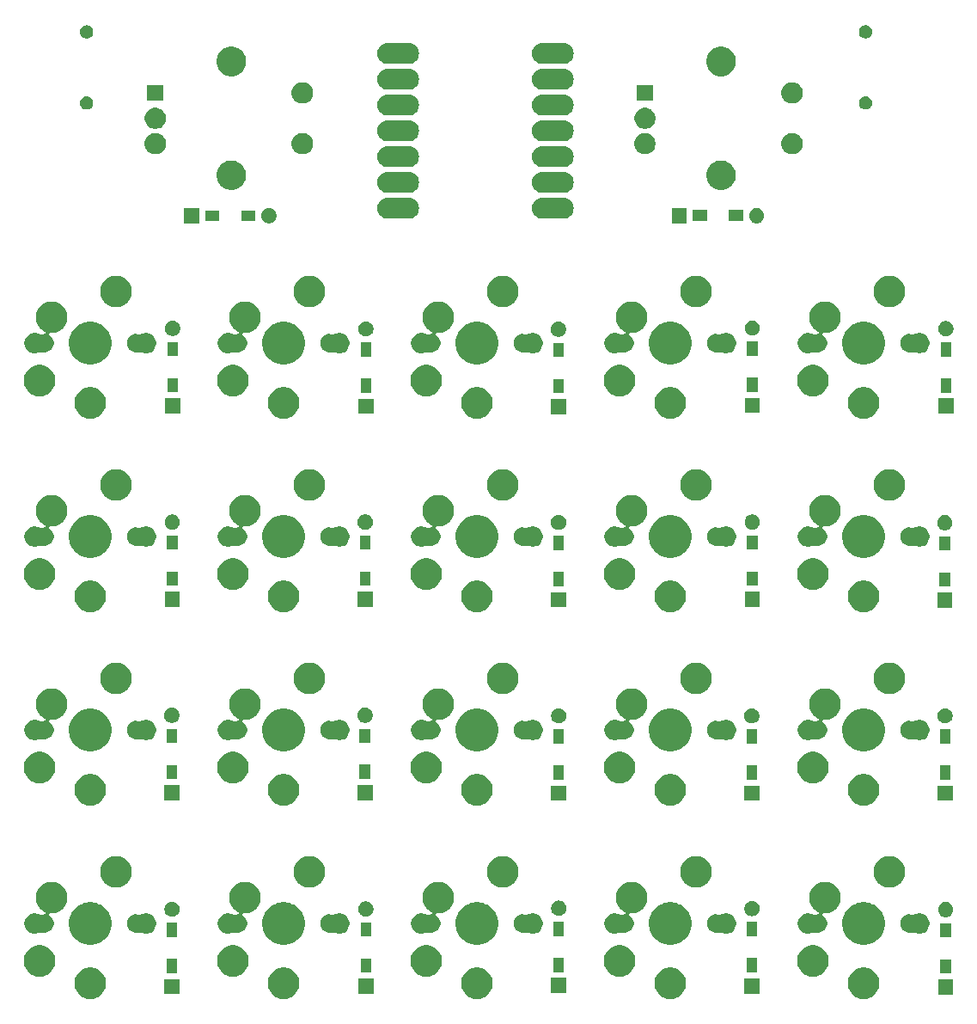
<source format=gbr>
G04 #@! TF.GenerationSoftware,KiCad,Pcbnew,(5.1.6-0-10_14)*
G04 #@! TF.CreationDate,2022-08-26T17:56:11+09:00*
G04 #@! TF.ProjectId,cool640xiao,636f6f6c-3634-4307-9869-616f2e6b6963,rev?*
G04 #@! TF.SameCoordinates,Original*
G04 #@! TF.FileFunction,Soldermask,Top*
G04 #@! TF.FilePolarity,Negative*
%FSLAX46Y46*%
G04 Gerber Fmt 4.6, Leading zero omitted, Abs format (unit mm)*
G04 Created by KiCad (PCBNEW (5.1.6-0-10_14)) date 2022-08-26 17:56:11*
%MOMM*%
%LPD*%
G01*
G04 APERTURE LIST*
%ADD10C,0.100000*%
G04 APERTURE END LIST*
D10*
G36*
X76502585Y-61528802D02*
G01*
X76652410Y-61558604D01*
X76934674Y-61675521D01*
X77188705Y-61845259D01*
X77404741Y-62061295D01*
X77574479Y-62315326D01*
X77691396Y-62597590D01*
X77751000Y-62897240D01*
X77751000Y-63202760D01*
X77691396Y-63502410D01*
X77574479Y-63784674D01*
X77404741Y-64038705D01*
X77188705Y-64254741D01*
X76934674Y-64424479D01*
X76652410Y-64541396D01*
X76502585Y-64571198D01*
X76352761Y-64601000D01*
X76047239Y-64601000D01*
X75897415Y-64571198D01*
X75747590Y-64541396D01*
X75465326Y-64424479D01*
X75211295Y-64254741D01*
X74995259Y-64038705D01*
X74825521Y-63784674D01*
X74708604Y-63502410D01*
X74649000Y-63202760D01*
X74649000Y-62897240D01*
X74708604Y-62597590D01*
X74825521Y-62315326D01*
X74995259Y-62061295D01*
X75211295Y-61845259D01*
X75465326Y-61675521D01*
X75747590Y-61558604D01*
X75897415Y-61528802D01*
X76047239Y-61499000D01*
X76352761Y-61499000D01*
X76502585Y-61528802D01*
G37*
G36*
X57452585Y-61528802D02*
G01*
X57602410Y-61558604D01*
X57884674Y-61675521D01*
X58138705Y-61845259D01*
X58354741Y-62061295D01*
X58524479Y-62315326D01*
X58641396Y-62597590D01*
X58701000Y-62897240D01*
X58701000Y-63202760D01*
X58641396Y-63502410D01*
X58524479Y-63784674D01*
X58354741Y-64038705D01*
X58138705Y-64254741D01*
X57884674Y-64424479D01*
X57602410Y-64541396D01*
X57452585Y-64571198D01*
X57302761Y-64601000D01*
X56997239Y-64601000D01*
X56847415Y-64571198D01*
X56697590Y-64541396D01*
X56415326Y-64424479D01*
X56161295Y-64254741D01*
X55945259Y-64038705D01*
X55775521Y-63784674D01*
X55658604Y-63502410D01*
X55599000Y-63202760D01*
X55599000Y-62897240D01*
X55658604Y-62597590D01*
X55775521Y-62315326D01*
X55945259Y-62061295D01*
X56161295Y-61845259D01*
X56415326Y-61675521D01*
X56697590Y-61558604D01*
X56847415Y-61528802D01*
X56997239Y-61499000D01*
X57302761Y-61499000D01*
X57452585Y-61528802D01*
G37*
G36*
X38402585Y-61528802D02*
G01*
X38552410Y-61558604D01*
X38834674Y-61675521D01*
X39088705Y-61845259D01*
X39304741Y-62061295D01*
X39474479Y-62315326D01*
X39591396Y-62597590D01*
X39651000Y-62897240D01*
X39651000Y-63202760D01*
X39591396Y-63502410D01*
X39474479Y-63784674D01*
X39304741Y-64038705D01*
X39088705Y-64254741D01*
X38834674Y-64424479D01*
X38552410Y-64541396D01*
X38402585Y-64571198D01*
X38252761Y-64601000D01*
X37947239Y-64601000D01*
X37797415Y-64571198D01*
X37647590Y-64541396D01*
X37365326Y-64424479D01*
X37111295Y-64254741D01*
X36895259Y-64038705D01*
X36725521Y-63784674D01*
X36608604Y-63502410D01*
X36549000Y-63202760D01*
X36549000Y-62897240D01*
X36608604Y-62597590D01*
X36725521Y-62315326D01*
X36895259Y-62061295D01*
X37111295Y-61845259D01*
X37365326Y-61675521D01*
X37647590Y-61558604D01*
X37797415Y-61528802D01*
X37947239Y-61499000D01*
X38252761Y-61499000D01*
X38402585Y-61528802D01*
G37*
G36*
X19352585Y-61528802D02*
G01*
X19502410Y-61558604D01*
X19784674Y-61675521D01*
X20038705Y-61845259D01*
X20254741Y-62061295D01*
X20424479Y-62315326D01*
X20541396Y-62597590D01*
X20601000Y-62897240D01*
X20601000Y-63202760D01*
X20541396Y-63502410D01*
X20424479Y-63784674D01*
X20254741Y-64038705D01*
X20038705Y-64254741D01*
X19784674Y-64424479D01*
X19502410Y-64541396D01*
X19352585Y-64571198D01*
X19202761Y-64601000D01*
X18897239Y-64601000D01*
X18747415Y-64571198D01*
X18597590Y-64541396D01*
X18315326Y-64424479D01*
X18061295Y-64254741D01*
X17845259Y-64038705D01*
X17675521Y-63784674D01*
X17558604Y-63502410D01*
X17499000Y-63202760D01*
X17499000Y-62897240D01*
X17558604Y-62597590D01*
X17675521Y-62315326D01*
X17845259Y-62061295D01*
X18061295Y-61845259D01*
X18315326Y-61675521D01*
X18597590Y-61558604D01*
X18747415Y-61528802D01*
X18897239Y-61499000D01*
X19202761Y-61499000D01*
X19352585Y-61528802D01*
G37*
G36*
X302585Y-61528802D02*
G01*
X452410Y-61558604D01*
X734674Y-61675521D01*
X988705Y-61845259D01*
X1204741Y-62061295D01*
X1374479Y-62315326D01*
X1491396Y-62597590D01*
X1551000Y-62897240D01*
X1551000Y-63202760D01*
X1491396Y-63502410D01*
X1374479Y-63784674D01*
X1204741Y-64038705D01*
X988705Y-64254741D01*
X734674Y-64424479D01*
X452410Y-64541396D01*
X302585Y-64571198D01*
X152761Y-64601000D01*
X-152761Y-64601000D01*
X-302585Y-64571198D01*
X-452410Y-64541396D01*
X-734674Y-64424479D01*
X-988705Y-64254741D01*
X-1204741Y-64038705D01*
X-1374479Y-63784674D01*
X-1491396Y-63502410D01*
X-1551000Y-63202760D01*
X-1551000Y-62897240D01*
X-1491396Y-62597590D01*
X-1374479Y-62315326D01*
X-1204741Y-62061295D01*
X-988705Y-61845259D01*
X-734674Y-61675521D01*
X-452410Y-61558604D01*
X-302585Y-61528802D01*
X-152761Y-61499000D01*
X152761Y-61499000D01*
X302585Y-61528802D01*
G37*
G36*
X85039500Y-64149500D02*
G01*
X83540500Y-64149500D01*
X83540500Y-62650500D01*
X85039500Y-62650500D01*
X85039500Y-64149500D01*
G37*
G36*
X8799500Y-64109500D02*
G01*
X7300500Y-64109500D01*
X7300500Y-62610500D01*
X8799500Y-62610500D01*
X8799500Y-64109500D01*
G37*
G36*
X27899500Y-64089500D02*
G01*
X26400500Y-64089500D01*
X26400500Y-62590500D01*
X27899500Y-62590500D01*
X27899500Y-64089500D01*
G37*
G36*
X65959500Y-64049500D02*
G01*
X64460500Y-64049500D01*
X64460500Y-62550500D01*
X65959500Y-62550500D01*
X65959500Y-64049500D01*
G37*
G36*
X46909500Y-64019500D02*
G01*
X45410500Y-64019500D01*
X45410500Y-62520500D01*
X46909500Y-62520500D01*
X46909500Y-64019500D01*
G37*
G36*
X71502585Y-59328802D02*
G01*
X71652410Y-59358604D01*
X71934674Y-59475521D01*
X72188705Y-59645259D01*
X72404741Y-59861295D01*
X72574479Y-60115326D01*
X72691396Y-60397590D01*
X72691396Y-60397591D01*
X72732454Y-60604000D01*
X72751000Y-60697240D01*
X72751000Y-61002760D01*
X72691396Y-61302410D01*
X72574479Y-61584674D01*
X72404741Y-61838705D01*
X72188705Y-62054741D01*
X71934674Y-62224479D01*
X71652410Y-62341396D01*
X71502585Y-62371198D01*
X71352761Y-62401000D01*
X71047239Y-62401000D01*
X70897415Y-62371198D01*
X70747590Y-62341396D01*
X70465326Y-62224479D01*
X70211295Y-62054741D01*
X69995259Y-61838705D01*
X69825521Y-61584674D01*
X69708604Y-61302410D01*
X69649000Y-61002760D01*
X69649000Y-60697240D01*
X69667547Y-60604000D01*
X69708604Y-60397591D01*
X69708604Y-60397590D01*
X69825521Y-60115326D01*
X69995259Y-59861295D01*
X70211295Y-59645259D01*
X70465326Y-59475521D01*
X70747590Y-59358604D01*
X70897415Y-59328802D01*
X71047239Y-59299000D01*
X71352761Y-59299000D01*
X71502585Y-59328802D01*
G37*
G36*
X52452585Y-59328802D02*
G01*
X52602410Y-59358604D01*
X52884674Y-59475521D01*
X53138705Y-59645259D01*
X53354741Y-59861295D01*
X53524479Y-60115326D01*
X53641396Y-60397590D01*
X53641396Y-60397591D01*
X53682454Y-60604000D01*
X53701000Y-60697240D01*
X53701000Y-61002760D01*
X53641396Y-61302410D01*
X53524479Y-61584674D01*
X53354741Y-61838705D01*
X53138705Y-62054741D01*
X52884674Y-62224479D01*
X52602410Y-62341396D01*
X52452585Y-62371198D01*
X52302761Y-62401000D01*
X51997239Y-62401000D01*
X51847415Y-62371198D01*
X51697590Y-62341396D01*
X51415326Y-62224479D01*
X51161295Y-62054741D01*
X50945259Y-61838705D01*
X50775521Y-61584674D01*
X50658604Y-61302410D01*
X50599000Y-61002760D01*
X50599000Y-60697240D01*
X50617547Y-60604000D01*
X50658604Y-60397591D01*
X50658604Y-60397590D01*
X50775521Y-60115326D01*
X50945259Y-59861295D01*
X51161295Y-59645259D01*
X51415326Y-59475521D01*
X51697590Y-59358604D01*
X51847415Y-59328802D01*
X51997239Y-59299000D01*
X52302761Y-59299000D01*
X52452585Y-59328802D01*
G37*
G36*
X14352585Y-59328802D02*
G01*
X14502410Y-59358604D01*
X14784674Y-59475521D01*
X15038705Y-59645259D01*
X15254741Y-59861295D01*
X15424479Y-60115326D01*
X15541396Y-60397590D01*
X15541396Y-60397591D01*
X15582454Y-60604000D01*
X15601000Y-60697240D01*
X15601000Y-61002760D01*
X15541396Y-61302410D01*
X15424479Y-61584674D01*
X15254741Y-61838705D01*
X15038705Y-62054741D01*
X14784674Y-62224479D01*
X14502410Y-62341396D01*
X14352585Y-62371198D01*
X14202761Y-62401000D01*
X13897239Y-62401000D01*
X13747415Y-62371198D01*
X13597590Y-62341396D01*
X13315326Y-62224479D01*
X13061295Y-62054741D01*
X12845259Y-61838705D01*
X12675521Y-61584674D01*
X12558604Y-61302410D01*
X12499000Y-61002760D01*
X12499000Y-60697240D01*
X12517547Y-60604000D01*
X12558604Y-60397591D01*
X12558604Y-60397590D01*
X12675521Y-60115326D01*
X12845259Y-59861295D01*
X13061295Y-59645259D01*
X13315326Y-59475521D01*
X13597590Y-59358604D01*
X13747415Y-59328802D01*
X13897239Y-59299000D01*
X14202761Y-59299000D01*
X14352585Y-59328802D01*
G37*
G36*
X33402585Y-59328802D02*
G01*
X33552410Y-59358604D01*
X33834674Y-59475521D01*
X34088705Y-59645259D01*
X34304741Y-59861295D01*
X34474479Y-60115326D01*
X34591396Y-60397590D01*
X34591396Y-60397591D01*
X34632454Y-60604000D01*
X34651000Y-60697240D01*
X34651000Y-61002760D01*
X34591396Y-61302410D01*
X34474479Y-61584674D01*
X34304741Y-61838705D01*
X34088705Y-62054741D01*
X33834674Y-62224479D01*
X33552410Y-62341396D01*
X33402585Y-62371198D01*
X33252761Y-62401000D01*
X32947239Y-62401000D01*
X32797415Y-62371198D01*
X32647590Y-62341396D01*
X32365326Y-62224479D01*
X32111295Y-62054741D01*
X31895259Y-61838705D01*
X31725521Y-61584674D01*
X31608604Y-61302410D01*
X31549000Y-61002760D01*
X31549000Y-60697240D01*
X31567547Y-60604000D01*
X31608604Y-60397591D01*
X31608604Y-60397590D01*
X31725521Y-60115326D01*
X31895259Y-59861295D01*
X32111295Y-59645259D01*
X32365326Y-59475521D01*
X32647590Y-59358604D01*
X32797415Y-59328802D01*
X32947239Y-59299000D01*
X33252761Y-59299000D01*
X33402585Y-59328802D01*
G37*
G36*
X-4697415Y-59328802D02*
G01*
X-4547590Y-59358604D01*
X-4265326Y-59475521D01*
X-4011295Y-59645259D01*
X-3795259Y-59861295D01*
X-3625521Y-60115326D01*
X-3508604Y-60397590D01*
X-3508604Y-60397591D01*
X-3467546Y-60604000D01*
X-3449000Y-60697240D01*
X-3449000Y-61002760D01*
X-3508604Y-61302410D01*
X-3625521Y-61584674D01*
X-3795259Y-61838705D01*
X-4011295Y-62054741D01*
X-4265326Y-62224479D01*
X-4547590Y-62341396D01*
X-4697415Y-62371198D01*
X-4847239Y-62401000D01*
X-5152761Y-62401000D01*
X-5302585Y-62371198D01*
X-5452410Y-62341396D01*
X-5734674Y-62224479D01*
X-5988705Y-62054741D01*
X-6204741Y-61838705D01*
X-6374479Y-61584674D01*
X-6491396Y-61302410D01*
X-6551000Y-61002760D01*
X-6551000Y-60697240D01*
X-6532453Y-60604000D01*
X-6491396Y-60397591D01*
X-6491396Y-60397590D01*
X-6374479Y-60115326D01*
X-6204741Y-59861295D01*
X-5988705Y-59645259D01*
X-5734674Y-59475521D01*
X-5452410Y-59358604D01*
X-5302585Y-59328802D01*
X-5152761Y-59299000D01*
X-4847239Y-59299000D01*
X-4697415Y-59328802D01*
G37*
G36*
X84816000Y-62066000D02*
G01*
X83764000Y-62066000D01*
X83764000Y-60664000D01*
X84816000Y-60664000D01*
X84816000Y-62066000D01*
G37*
G36*
X8576000Y-62026000D02*
G01*
X7524000Y-62026000D01*
X7524000Y-60624000D01*
X8576000Y-60624000D01*
X8576000Y-62026000D01*
G37*
G36*
X27676000Y-62006000D02*
G01*
X26624000Y-62006000D01*
X26624000Y-60604000D01*
X27676000Y-60604000D01*
X27676000Y-62006000D01*
G37*
G36*
X65736000Y-61966000D02*
G01*
X64684000Y-61966000D01*
X64684000Y-60564000D01*
X65736000Y-60564000D01*
X65736000Y-61966000D01*
G37*
G36*
X46686000Y-61936000D02*
G01*
X45634000Y-61936000D01*
X45634000Y-60534000D01*
X46686000Y-60534000D01*
X46686000Y-61936000D01*
G37*
G36*
X452391Y-55097825D02*
G01*
X612839Y-55129740D01*
X883206Y-55241730D01*
X932684Y-55262224D01*
X995197Y-55288118D01*
X1140158Y-55384978D01*
X1339309Y-55518046D01*
X1631954Y-55810691D01*
X1634659Y-55814740D01*
X1858005Y-56149000D01*
X1861883Y-56154805D01*
X1899905Y-56246598D01*
X2017087Y-56529500D01*
X2020260Y-56537162D01*
X2101000Y-56943068D01*
X2101000Y-57356932D01*
X2047847Y-57624149D01*
X2020260Y-57762839D01*
X1915473Y-58015818D01*
X1896959Y-58060515D01*
X1861882Y-58145197D01*
X1746138Y-58318420D01*
X1640847Y-58476000D01*
X1631953Y-58489310D01*
X1339310Y-58781953D01*
X995197Y-59011882D01*
X612839Y-59170260D01*
X477536Y-59197173D01*
X206932Y-59251000D01*
X-206932Y-59251000D01*
X-477536Y-59197173D01*
X-612839Y-59170260D01*
X-995197Y-59011882D01*
X-1339310Y-58781953D01*
X-1631953Y-58489310D01*
X-1640846Y-58476000D01*
X-1746138Y-58318420D01*
X-1861882Y-58145197D01*
X-1896958Y-58060515D01*
X-1915473Y-58015818D01*
X-2020260Y-57762839D01*
X-2047847Y-57624149D01*
X-2101000Y-57356932D01*
X-2101000Y-56943068D01*
X-2020260Y-56537162D01*
X-2017086Y-56529500D01*
X-1899905Y-56246598D01*
X-1861883Y-56154805D01*
X-1858004Y-56149000D01*
X-1634659Y-55814740D01*
X-1631954Y-55810691D01*
X-1339309Y-55518046D01*
X-1140158Y-55384978D01*
X-995197Y-55288118D01*
X-932683Y-55262224D01*
X-883206Y-55241730D01*
X-612839Y-55129740D01*
X-452391Y-55097825D01*
X-206932Y-55049000D01*
X206932Y-55049000D01*
X452391Y-55097825D01*
G37*
G36*
X76652391Y-55097825D02*
G01*
X76812839Y-55129740D01*
X77083206Y-55241730D01*
X77132684Y-55262224D01*
X77195197Y-55288118D01*
X77340158Y-55384978D01*
X77539309Y-55518046D01*
X77831954Y-55810691D01*
X77834659Y-55814740D01*
X78058005Y-56149000D01*
X78061883Y-56154805D01*
X78099905Y-56246598D01*
X78217087Y-56529500D01*
X78220260Y-56537162D01*
X78301000Y-56943068D01*
X78301000Y-57356932D01*
X78247847Y-57624149D01*
X78220260Y-57762839D01*
X78115473Y-58015818D01*
X78096959Y-58060515D01*
X78061882Y-58145197D01*
X77946138Y-58318420D01*
X77840847Y-58476000D01*
X77831953Y-58489310D01*
X77539310Y-58781953D01*
X77195197Y-59011882D01*
X76812839Y-59170260D01*
X76677536Y-59197173D01*
X76406932Y-59251000D01*
X75993068Y-59251000D01*
X75722464Y-59197173D01*
X75587161Y-59170260D01*
X75204803Y-59011882D01*
X74860690Y-58781953D01*
X74568047Y-58489310D01*
X74559154Y-58476000D01*
X74453862Y-58318420D01*
X74338118Y-58145197D01*
X74303042Y-58060515D01*
X74284527Y-58015818D01*
X74179740Y-57762839D01*
X74152153Y-57624149D01*
X74099000Y-57356932D01*
X74099000Y-56943068D01*
X74179740Y-56537162D01*
X74182914Y-56529500D01*
X74300095Y-56246598D01*
X74338117Y-56154805D01*
X74341996Y-56149000D01*
X74565341Y-55814740D01*
X74568046Y-55810691D01*
X74860691Y-55518046D01*
X75059842Y-55384978D01*
X75204803Y-55288118D01*
X75267317Y-55262224D01*
X75316794Y-55241730D01*
X75587161Y-55129740D01*
X75747609Y-55097825D01*
X75993068Y-55049000D01*
X76406932Y-55049000D01*
X76652391Y-55097825D01*
G37*
G36*
X57602391Y-55097825D02*
G01*
X57762839Y-55129740D01*
X58033206Y-55241730D01*
X58082684Y-55262224D01*
X58145197Y-55288118D01*
X58290158Y-55384978D01*
X58489309Y-55518046D01*
X58781954Y-55810691D01*
X58784659Y-55814740D01*
X59008005Y-56149000D01*
X59011883Y-56154805D01*
X59049905Y-56246598D01*
X59167087Y-56529500D01*
X59170260Y-56537162D01*
X59251000Y-56943068D01*
X59251000Y-57356932D01*
X59197847Y-57624149D01*
X59170260Y-57762839D01*
X59065473Y-58015818D01*
X59046959Y-58060515D01*
X59011882Y-58145197D01*
X58896138Y-58318420D01*
X58790847Y-58476000D01*
X58781953Y-58489310D01*
X58489310Y-58781953D01*
X58145197Y-59011882D01*
X57762839Y-59170260D01*
X57627536Y-59197173D01*
X57356932Y-59251000D01*
X56943068Y-59251000D01*
X56672464Y-59197173D01*
X56537161Y-59170260D01*
X56154803Y-59011882D01*
X55810690Y-58781953D01*
X55518047Y-58489310D01*
X55509154Y-58476000D01*
X55403862Y-58318420D01*
X55288118Y-58145197D01*
X55253042Y-58060515D01*
X55234527Y-58015818D01*
X55129740Y-57762839D01*
X55102153Y-57624149D01*
X55049000Y-57356932D01*
X55049000Y-56943068D01*
X55129740Y-56537162D01*
X55132914Y-56529500D01*
X55250095Y-56246598D01*
X55288117Y-56154805D01*
X55291996Y-56149000D01*
X55515341Y-55814740D01*
X55518046Y-55810691D01*
X55810691Y-55518046D01*
X56009842Y-55384978D01*
X56154803Y-55288118D01*
X56217317Y-55262224D01*
X56266794Y-55241730D01*
X56537161Y-55129740D01*
X56697609Y-55097825D01*
X56943068Y-55049000D01*
X57356932Y-55049000D01*
X57602391Y-55097825D01*
G37*
G36*
X19502391Y-55097825D02*
G01*
X19662839Y-55129740D01*
X19933206Y-55241730D01*
X19982684Y-55262224D01*
X20045197Y-55288118D01*
X20190158Y-55384978D01*
X20389309Y-55518046D01*
X20681954Y-55810691D01*
X20684659Y-55814740D01*
X20908005Y-56149000D01*
X20911883Y-56154805D01*
X20949905Y-56246598D01*
X21067087Y-56529500D01*
X21070260Y-56537162D01*
X21151000Y-56943068D01*
X21151000Y-57356932D01*
X21097847Y-57624149D01*
X21070260Y-57762839D01*
X20965473Y-58015818D01*
X20946959Y-58060515D01*
X20911882Y-58145197D01*
X20796138Y-58318420D01*
X20690847Y-58476000D01*
X20681953Y-58489310D01*
X20389310Y-58781953D01*
X20045197Y-59011882D01*
X19662839Y-59170260D01*
X19527536Y-59197173D01*
X19256932Y-59251000D01*
X18843068Y-59251000D01*
X18572464Y-59197173D01*
X18437161Y-59170260D01*
X18054803Y-59011882D01*
X17710690Y-58781953D01*
X17418047Y-58489310D01*
X17409154Y-58476000D01*
X17303862Y-58318420D01*
X17188118Y-58145197D01*
X17153042Y-58060515D01*
X17134527Y-58015818D01*
X17029740Y-57762839D01*
X17002153Y-57624149D01*
X16949000Y-57356932D01*
X16949000Y-56943068D01*
X17029740Y-56537162D01*
X17032914Y-56529500D01*
X17150095Y-56246598D01*
X17188117Y-56154805D01*
X17191996Y-56149000D01*
X17415341Y-55814740D01*
X17418046Y-55810691D01*
X17710691Y-55518046D01*
X17909842Y-55384978D01*
X18054803Y-55288118D01*
X18117317Y-55262224D01*
X18166794Y-55241730D01*
X18437161Y-55129740D01*
X18597609Y-55097825D01*
X18843068Y-55049000D01*
X19256932Y-55049000D01*
X19502391Y-55097825D01*
G37*
G36*
X38552391Y-55097825D02*
G01*
X38712839Y-55129740D01*
X38983206Y-55241730D01*
X39032684Y-55262224D01*
X39095197Y-55288118D01*
X39240158Y-55384978D01*
X39439309Y-55518046D01*
X39731954Y-55810691D01*
X39734659Y-55814740D01*
X39958005Y-56149000D01*
X39961883Y-56154805D01*
X39999905Y-56246598D01*
X40117087Y-56529500D01*
X40120260Y-56537162D01*
X40201000Y-56943068D01*
X40201000Y-57356932D01*
X40147847Y-57624149D01*
X40120260Y-57762839D01*
X40015473Y-58015818D01*
X39996959Y-58060515D01*
X39961882Y-58145197D01*
X39846138Y-58318420D01*
X39740847Y-58476000D01*
X39731953Y-58489310D01*
X39439310Y-58781953D01*
X39095197Y-59011882D01*
X38712839Y-59170260D01*
X38577536Y-59197173D01*
X38306932Y-59251000D01*
X37893068Y-59251000D01*
X37622464Y-59197173D01*
X37487161Y-59170260D01*
X37104803Y-59011882D01*
X36760690Y-58781953D01*
X36468047Y-58489310D01*
X36459154Y-58476000D01*
X36353862Y-58318420D01*
X36238118Y-58145197D01*
X36203042Y-58060515D01*
X36184527Y-58015818D01*
X36079740Y-57762839D01*
X36052153Y-57624149D01*
X35999000Y-57356932D01*
X35999000Y-56943068D01*
X36079740Y-56537162D01*
X36082914Y-56529500D01*
X36200095Y-56246598D01*
X36238117Y-56154805D01*
X36241996Y-56149000D01*
X36465341Y-55814740D01*
X36468046Y-55810691D01*
X36760691Y-55518046D01*
X36959842Y-55384978D01*
X37104803Y-55288118D01*
X37167317Y-55262224D01*
X37216794Y-55241730D01*
X37487161Y-55129740D01*
X37647609Y-55097825D01*
X37893068Y-55049000D01*
X38306932Y-55049000D01*
X38552391Y-55097825D01*
G37*
G36*
X84816000Y-58516000D02*
G01*
X83764000Y-58516000D01*
X83764000Y-57114000D01*
X84816000Y-57114000D01*
X84816000Y-58516000D01*
G37*
G36*
X8576000Y-58476000D02*
G01*
X7524000Y-58476000D01*
X7524000Y-57074000D01*
X8576000Y-57074000D01*
X8576000Y-58476000D01*
G37*
G36*
X27676000Y-58456000D02*
G01*
X26624000Y-58456000D01*
X26624000Y-57054000D01*
X27676000Y-57054000D01*
X27676000Y-58456000D01*
G37*
G36*
X65736000Y-58416000D02*
G01*
X64684000Y-58416000D01*
X64684000Y-57014000D01*
X65736000Y-57014000D01*
X65736000Y-58416000D01*
G37*
G36*
X46686000Y-58386000D02*
G01*
X45634000Y-58386000D01*
X45634000Y-56984000D01*
X46686000Y-56984000D01*
X46686000Y-58386000D01*
G37*
G36*
X24841981Y-56187468D02*
G01*
X24949912Y-56232175D01*
X25020982Y-56261613D01*
X25024151Y-56262926D01*
X25188100Y-56372473D01*
X25327527Y-56511900D01*
X25437074Y-56675849D01*
X25512532Y-56858019D01*
X25551000Y-57051410D01*
X25551000Y-57248590D01*
X25512532Y-57441981D01*
X25437074Y-57624151D01*
X25327527Y-57788100D01*
X25188100Y-57927527D01*
X25024151Y-58037074D01*
X24841981Y-58112532D01*
X24745285Y-58131766D01*
X24648591Y-58151000D01*
X24451409Y-58151000D01*
X24354715Y-58131766D01*
X24258019Y-58112532D01*
X24132440Y-58060515D01*
X24108991Y-58053402D01*
X24084605Y-58051000D01*
X24041258Y-58051000D01*
X23971247Y-58037074D01*
X23867188Y-58016376D01*
X23867185Y-58016375D01*
X23864386Y-58015818D01*
X23840000Y-58013416D01*
X23815614Y-58015818D01*
X23812815Y-58016375D01*
X23812812Y-58016376D01*
X23708753Y-58037074D01*
X23638742Y-58051000D01*
X23461258Y-58051000D01*
X23436488Y-58046073D01*
X23287188Y-58016376D01*
X23123216Y-57948456D01*
X22975646Y-57849853D01*
X22850147Y-57724354D01*
X22751544Y-57576784D01*
X22683624Y-57412812D01*
X22649000Y-57238741D01*
X22649000Y-57061259D01*
X22683624Y-56887188D01*
X22751544Y-56723216D01*
X22850147Y-56575646D01*
X22975646Y-56450147D01*
X23123216Y-56351544D01*
X23287188Y-56283624D01*
X23436488Y-56253927D01*
X23461258Y-56249000D01*
X23638742Y-56249000D01*
X23679625Y-56257132D01*
X23812812Y-56283624D01*
X23812815Y-56283625D01*
X23815614Y-56284182D01*
X23840000Y-56286584D01*
X23864386Y-56284182D01*
X23867185Y-56283625D01*
X23867188Y-56283624D01*
X24000375Y-56257132D01*
X24041258Y-56249000D01*
X24084605Y-56249000D01*
X24108991Y-56246598D01*
X24132440Y-56239485D01*
X24150088Y-56232175D01*
X24258019Y-56187468D01*
X24451409Y-56149000D01*
X24648591Y-56149000D01*
X24841981Y-56187468D01*
G37*
G36*
X-3507415Y-53088802D02*
G01*
X-3357590Y-53118604D01*
X-3075326Y-53235521D01*
X-2821295Y-53405259D01*
X-2605259Y-53621295D01*
X-2435521Y-53875326D01*
X-2318604Y-54157590D01*
X-2259000Y-54457240D01*
X-2259000Y-54762760D01*
X-2318604Y-55062410D01*
X-2435521Y-55344674D01*
X-2605259Y-55598705D01*
X-2821295Y-55814741D01*
X-3075326Y-55984479D01*
X-3357590Y-56101396D01*
X-3490227Y-56127779D01*
X-3657239Y-56161000D01*
X-3946320Y-56161000D01*
X-3970706Y-56163402D01*
X-3994155Y-56170515D01*
X-4015766Y-56182066D01*
X-4034708Y-56197611D01*
X-4050253Y-56216553D01*
X-4061804Y-56238164D01*
X-4068917Y-56261613D01*
X-4071319Y-56285999D01*
X-4068917Y-56310385D01*
X-4061804Y-56333834D01*
X-4050253Y-56355445D01*
X-4034708Y-56374387D01*
X-4015774Y-56389926D01*
X-3925646Y-56450147D01*
X-3800147Y-56575646D01*
X-3701544Y-56723216D01*
X-3633624Y-56887188D01*
X-3599000Y-57061259D01*
X-3599000Y-57238741D01*
X-3633624Y-57412812D01*
X-3701544Y-57576784D01*
X-3800147Y-57724354D01*
X-3925646Y-57849853D01*
X-4073216Y-57948456D01*
X-4237188Y-58016376D01*
X-4386488Y-58046073D01*
X-4411258Y-58051000D01*
X-4588742Y-58051000D01*
X-4658753Y-58037074D01*
X-4762812Y-58016376D01*
X-4762815Y-58016375D01*
X-4765614Y-58015818D01*
X-4790000Y-58013416D01*
X-4814386Y-58015818D01*
X-4817185Y-58016375D01*
X-4817188Y-58016376D01*
X-4921247Y-58037074D01*
X-4991258Y-58051000D01*
X-5034605Y-58051000D01*
X-5058991Y-58053402D01*
X-5082440Y-58060515D01*
X-5208019Y-58112532D01*
X-5304715Y-58131766D01*
X-5401409Y-58151000D01*
X-5598591Y-58151000D01*
X-5695285Y-58131766D01*
X-5791981Y-58112532D01*
X-5974151Y-58037074D01*
X-6138100Y-57927527D01*
X-6277527Y-57788100D01*
X-6387074Y-57624151D01*
X-6462532Y-57441981D01*
X-6501000Y-57248590D01*
X-6501000Y-57051410D01*
X-6462532Y-56858019D01*
X-6387074Y-56675849D01*
X-6277527Y-56511900D01*
X-6138100Y-56372473D01*
X-5974151Y-56262926D01*
X-5970981Y-56261613D01*
X-5899912Y-56232175D01*
X-5791981Y-56187468D01*
X-5598591Y-56149000D01*
X-5401409Y-56149000D01*
X-5208019Y-56187468D01*
X-5100088Y-56232175D01*
X-5082440Y-56239485D01*
X-5058991Y-56246598D01*
X-5034605Y-56249000D01*
X-4991258Y-56249000D01*
X-4950375Y-56257132D01*
X-4817188Y-56283624D01*
X-4817185Y-56283625D01*
X-4814386Y-56284182D01*
X-4790000Y-56286584D01*
X-4765614Y-56284182D01*
X-4762815Y-56283625D01*
X-4762812Y-56283624D01*
X-4629625Y-56257132D01*
X-4588742Y-56249000D01*
X-4534474Y-56249000D01*
X-4510088Y-56246598D01*
X-4486639Y-56239485D01*
X-4465028Y-56227934D01*
X-4446086Y-56212389D01*
X-4430541Y-56193447D01*
X-4418990Y-56171836D01*
X-4411877Y-56148387D01*
X-4409475Y-56124001D01*
X-4411877Y-56099615D01*
X-4418990Y-56076166D01*
X-4430541Y-56054555D01*
X-4446086Y-56035613D01*
X-4465028Y-56020068D01*
X-4486633Y-56008520D01*
X-4544674Y-55984479D01*
X-4798705Y-55814741D01*
X-5014741Y-55598705D01*
X-5184479Y-55344674D01*
X-5301396Y-55062410D01*
X-5361000Y-54762760D01*
X-5361000Y-54457240D01*
X-5301396Y-54157590D01*
X-5184479Y-53875326D01*
X-5014741Y-53621295D01*
X-4798705Y-53405259D01*
X-4544674Y-53235521D01*
X-4262410Y-53118604D01*
X-4112585Y-53088802D01*
X-3962761Y-53059000D01*
X-3657239Y-53059000D01*
X-3507415Y-53088802D01*
G37*
G36*
X15542585Y-53088802D02*
G01*
X15692410Y-53118604D01*
X15974674Y-53235521D01*
X16228705Y-53405259D01*
X16444741Y-53621295D01*
X16614479Y-53875326D01*
X16731396Y-54157590D01*
X16791000Y-54457240D01*
X16791000Y-54762760D01*
X16731396Y-55062410D01*
X16614479Y-55344674D01*
X16444741Y-55598705D01*
X16228705Y-55814741D01*
X15974674Y-55984479D01*
X15692410Y-56101396D01*
X15559773Y-56127779D01*
X15392761Y-56161000D01*
X15103680Y-56161000D01*
X15079294Y-56163402D01*
X15055845Y-56170515D01*
X15034234Y-56182066D01*
X15015292Y-56197611D01*
X14999747Y-56216553D01*
X14988196Y-56238164D01*
X14981083Y-56261613D01*
X14978681Y-56285999D01*
X14981083Y-56310385D01*
X14988196Y-56333834D01*
X14999747Y-56355445D01*
X15015292Y-56374387D01*
X15034226Y-56389926D01*
X15124354Y-56450147D01*
X15249853Y-56575646D01*
X15348456Y-56723216D01*
X15416376Y-56887188D01*
X15451000Y-57061259D01*
X15451000Y-57238741D01*
X15416376Y-57412812D01*
X15348456Y-57576784D01*
X15249853Y-57724354D01*
X15124354Y-57849853D01*
X14976784Y-57948456D01*
X14812812Y-58016376D01*
X14663512Y-58046073D01*
X14638742Y-58051000D01*
X14461258Y-58051000D01*
X14391247Y-58037074D01*
X14287188Y-58016376D01*
X14287185Y-58016375D01*
X14284386Y-58015818D01*
X14260000Y-58013416D01*
X14235614Y-58015818D01*
X14232815Y-58016375D01*
X14232812Y-58016376D01*
X14128753Y-58037074D01*
X14058742Y-58051000D01*
X14015395Y-58051000D01*
X13991009Y-58053402D01*
X13967560Y-58060515D01*
X13841981Y-58112532D01*
X13745285Y-58131766D01*
X13648591Y-58151000D01*
X13451409Y-58151000D01*
X13354715Y-58131766D01*
X13258019Y-58112532D01*
X13075849Y-58037074D01*
X12911900Y-57927527D01*
X12772473Y-57788100D01*
X12662926Y-57624151D01*
X12587468Y-57441981D01*
X12549000Y-57248590D01*
X12549000Y-57051410D01*
X12587468Y-56858019D01*
X12662926Y-56675849D01*
X12772473Y-56511900D01*
X12911900Y-56372473D01*
X13075849Y-56262926D01*
X13079019Y-56261613D01*
X13150088Y-56232175D01*
X13258019Y-56187468D01*
X13451409Y-56149000D01*
X13648591Y-56149000D01*
X13841981Y-56187468D01*
X13949912Y-56232175D01*
X13967560Y-56239485D01*
X13991009Y-56246598D01*
X14015395Y-56249000D01*
X14058742Y-56249000D01*
X14099625Y-56257132D01*
X14232812Y-56283624D01*
X14232815Y-56283625D01*
X14235614Y-56284182D01*
X14260000Y-56286584D01*
X14284386Y-56284182D01*
X14287185Y-56283625D01*
X14287188Y-56283624D01*
X14420375Y-56257132D01*
X14461258Y-56249000D01*
X14515526Y-56249000D01*
X14539912Y-56246598D01*
X14563361Y-56239485D01*
X14584972Y-56227934D01*
X14603914Y-56212389D01*
X14619459Y-56193447D01*
X14631010Y-56171836D01*
X14638123Y-56148387D01*
X14640525Y-56124001D01*
X14638123Y-56099615D01*
X14631010Y-56076166D01*
X14619459Y-56054555D01*
X14603914Y-56035613D01*
X14584972Y-56020068D01*
X14563367Y-56008520D01*
X14505326Y-55984479D01*
X14251295Y-55814741D01*
X14035259Y-55598705D01*
X13865521Y-55344674D01*
X13748604Y-55062410D01*
X13689000Y-54762760D01*
X13689000Y-54457240D01*
X13748604Y-54157590D01*
X13865521Y-53875326D01*
X14035259Y-53621295D01*
X14251295Y-53405259D01*
X14505326Y-53235521D01*
X14787590Y-53118604D01*
X14937415Y-53088802D01*
X15087239Y-53059000D01*
X15392761Y-53059000D01*
X15542585Y-53088802D01*
G37*
G36*
X72692585Y-53088802D02*
G01*
X72842410Y-53118604D01*
X73124674Y-53235521D01*
X73378705Y-53405259D01*
X73594741Y-53621295D01*
X73764479Y-53875326D01*
X73881396Y-54157590D01*
X73941000Y-54457240D01*
X73941000Y-54762760D01*
X73881396Y-55062410D01*
X73764479Y-55344674D01*
X73594741Y-55598705D01*
X73378705Y-55814741D01*
X73124674Y-55984479D01*
X72842410Y-56101396D01*
X72709773Y-56127779D01*
X72542761Y-56161000D01*
X72253680Y-56161000D01*
X72229294Y-56163402D01*
X72205845Y-56170515D01*
X72184234Y-56182066D01*
X72165292Y-56197611D01*
X72149747Y-56216553D01*
X72138196Y-56238164D01*
X72131083Y-56261613D01*
X72128681Y-56285999D01*
X72131083Y-56310385D01*
X72138196Y-56333834D01*
X72149747Y-56355445D01*
X72165292Y-56374387D01*
X72184226Y-56389926D01*
X72274354Y-56450147D01*
X72399853Y-56575646D01*
X72498456Y-56723216D01*
X72566376Y-56887188D01*
X72601000Y-57061259D01*
X72601000Y-57238741D01*
X72566376Y-57412812D01*
X72498456Y-57576784D01*
X72399853Y-57724354D01*
X72274354Y-57849853D01*
X72126784Y-57948456D01*
X71962812Y-58016376D01*
X71813512Y-58046073D01*
X71788742Y-58051000D01*
X71611258Y-58051000D01*
X71541247Y-58037074D01*
X71437188Y-58016376D01*
X71437185Y-58016375D01*
X71434386Y-58015818D01*
X71410000Y-58013416D01*
X71385614Y-58015818D01*
X71382815Y-58016375D01*
X71382812Y-58016376D01*
X71278753Y-58037074D01*
X71208742Y-58051000D01*
X71165395Y-58051000D01*
X71141009Y-58053402D01*
X71117560Y-58060515D01*
X70991981Y-58112532D01*
X70895285Y-58131766D01*
X70798591Y-58151000D01*
X70601409Y-58151000D01*
X70504715Y-58131766D01*
X70408019Y-58112532D01*
X70225849Y-58037074D01*
X70061900Y-57927527D01*
X69922473Y-57788100D01*
X69812926Y-57624151D01*
X69737468Y-57441981D01*
X69699000Y-57248590D01*
X69699000Y-57051410D01*
X69737468Y-56858019D01*
X69812926Y-56675849D01*
X69922473Y-56511900D01*
X70061900Y-56372473D01*
X70225849Y-56262926D01*
X70229019Y-56261613D01*
X70300088Y-56232175D01*
X70408019Y-56187468D01*
X70601409Y-56149000D01*
X70798591Y-56149000D01*
X70991981Y-56187468D01*
X71099912Y-56232175D01*
X71117560Y-56239485D01*
X71141009Y-56246598D01*
X71165395Y-56249000D01*
X71208742Y-56249000D01*
X71249625Y-56257132D01*
X71382812Y-56283624D01*
X71382815Y-56283625D01*
X71385614Y-56284182D01*
X71410000Y-56286584D01*
X71434386Y-56284182D01*
X71437185Y-56283625D01*
X71437188Y-56283624D01*
X71570375Y-56257132D01*
X71611258Y-56249000D01*
X71665526Y-56249000D01*
X71689912Y-56246598D01*
X71713361Y-56239485D01*
X71734972Y-56227934D01*
X71753914Y-56212389D01*
X71769459Y-56193447D01*
X71781010Y-56171836D01*
X71788123Y-56148387D01*
X71790525Y-56124001D01*
X71788123Y-56099615D01*
X71781010Y-56076166D01*
X71769459Y-56054555D01*
X71753914Y-56035613D01*
X71734972Y-56020068D01*
X71713367Y-56008520D01*
X71655326Y-55984479D01*
X71401295Y-55814741D01*
X71185259Y-55598705D01*
X71015521Y-55344674D01*
X70898604Y-55062410D01*
X70839000Y-54762760D01*
X70839000Y-54457240D01*
X70898604Y-54157590D01*
X71015521Y-53875326D01*
X71185259Y-53621295D01*
X71401295Y-53405259D01*
X71655326Y-53235521D01*
X71937590Y-53118604D01*
X72087415Y-53088802D01*
X72237239Y-53059000D01*
X72542761Y-53059000D01*
X72692585Y-53088802D01*
G37*
G36*
X81991981Y-56187468D02*
G01*
X82099912Y-56232175D01*
X82170982Y-56261613D01*
X82174151Y-56262926D01*
X82338100Y-56372473D01*
X82477527Y-56511900D01*
X82587074Y-56675849D01*
X82662532Y-56858019D01*
X82701000Y-57051410D01*
X82701000Y-57248590D01*
X82662532Y-57441981D01*
X82587074Y-57624151D01*
X82477527Y-57788100D01*
X82338100Y-57927527D01*
X82174151Y-58037074D01*
X81991981Y-58112532D01*
X81895285Y-58131766D01*
X81798591Y-58151000D01*
X81601409Y-58151000D01*
X81504715Y-58131766D01*
X81408019Y-58112532D01*
X81282440Y-58060515D01*
X81258991Y-58053402D01*
X81234605Y-58051000D01*
X81191258Y-58051000D01*
X81121247Y-58037074D01*
X81017188Y-58016376D01*
X81017185Y-58016375D01*
X81014386Y-58015818D01*
X80990000Y-58013416D01*
X80965614Y-58015818D01*
X80962815Y-58016375D01*
X80962812Y-58016376D01*
X80858753Y-58037074D01*
X80788742Y-58051000D01*
X80611258Y-58051000D01*
X80586488Y-58046073D01*
X80437188Y-58016376D01*
X80273216Y-57948456D01*
X80125646Y-57849853D01*
X80000147Y-57724354D01*
X79901544Y-57576784D01*
X79833624Y-57412812D01*
X79799000Y-57238741D01*
X79799000Y-57061259D01*
X79833624Y-56887188D01*
X79901544Y-56723216D01*
X80000147Y-56575646D01*
X80125646Y-56450147D01*
X80273216Y-56351544D01*
X80437188Y-56283624D01*
X80586488Y-56253927D01*
X80611258Y-56249000D01*
X80788742Y-56249000D01*
X80829625Y-56257132D01*
X80962812Y-56283624D01*
X80962815Y-56283625D01*
X80965614Y-56284182D01*
X80990000Y-56286584D01*
X81014386Y-56284182D01*
X81017185Y-56283625D01*
X81017188Y-56283624D01*
X81150375Y-56257132D01*
X81191258Y-56249000D01*
X81234605Y-56249000D01*
X81258991Y-56246598D01*
X81282440Y-56239485D01*
X81300088Y-56232175D01*
X81408019Y-56187468D01*
X81601409Y-56149000D01*
X81798591Y-56149000D01*
X81991981Y-56187468D01*
G37*
G36*
X5791981Y-56187468D02*
G01*
X5899912Y-56232175D01*
X5970982Y-56261613D01*
X5974151Y-56262926D01*
X6138100Y-56372473D01*
X6277527Y-56511900D01*
X6387074Y-56675849D01*
X6462532Y-56858019D01*
X6501000Y-57051410D01*
X6501000Y-57248590D01*
X6462532Y-57441981D01*
X6387074Y-57624151D01*
X6277527Y-57788100D01*
X6138100Y-57927527D01*
X5974151Y-58037074D01*
X5791981Y-58112532D01*
X5695285Y-58131766D01*
X5598591Y-58151000D01*
X5401409Y-58151000D01*
X5304715Y-58131766D01*
X5208019Y-58112532D01*
X5082440Y-58060515D01*
X5058991Y-58053402D01*
X5034605Y-58051000D01*
X4991258Y-58051000D01*
X4921247Y-58037074D01*
X4817188Y-58016376D01*
X4817185Y-58016375D01*
X4814386Y-58015818D01*
X4790000Y-58013416D01*
X4765614Y-58015818D01*
X4762815Y-58016375D01*
X4762812Y-58016376D01*
X4658753Y-58037074D01*
X4588742Y-58051000D01*
X4411258Y-58051000D01*
X4386488Y-58046073D01*
X4237188Y-58016376D01*
X4073216Y-57948456D01*
X3925646Y-57849853D01*
X3800147Y-57724354D01*
X3701544Y-57576784D01*
X3633624Y-57412812D01*
X3599000Y-57238741D01*
X3599000Y-57061259D01*
X3633624Y-56887188D01*
X3701544Y-56723216D01*
X3800147Y-56575646D01*
X3925646Y-56450147D01*
X4073216Y-56351544D01*
X4237188Y-56283624D01*
X4386488Y-56253927D01*
X4411258Y-56249000D01*
X4588742Y-56249000D01*
X4629625Y-56257132D01*
X4762812Y-56283624D01*
X4762815Y-56283625D01*
X4765614Y-56284182D01*
X4790000Y-56286584D01*
X4814386Y-56284182D01*
X4817185Y-56283625D01*
X4817188Y-56283624D01*
X4950375Y-56257132D01*
X4991258Y-56249000D01*
X5034605Y-56249000D01*
X5058991Y-56246598D01*
X5082440Y-56239485D01*
X5100088Y-56232175D01*
X5208019Y-56187468D01*
X5401409Y-56149000D01*
X5598591Y-56149000D01*
X5791981Y-56187468D01*
G37*
G36*
X53642585Y-53088802D02*
G01*
X53792410Y-53118604D01*
X54074674Y-53235521D01*
X54328705Y-53405259D01*
X54544741Y-53621295D01*
X54714479Y-53875326D01*
X54831396Y-54157590D01*
X54891000Y-54457240D01*
X54891000Y-54762760D01*
X54831396Y-55062410D01*
X54714479Y-55344674D01*
X54544741Y-55598705D01*
X54328705Y-55814741D01*
X54074674Y-55984479D01*
X53792410Y-56101396D01*
X53659773Y-56127779D01*
X53492761Y-56161000D01*
X53203680Y-56161000D01*
X53179294Y-56163402D01*
X53155845Y-56170515D01*
X53134234Y-56182066D01*
X53115292Y-56197611D01*
X53099747Y-56216553D01*
X53088196Y-56238164D01*
X53081083Y-56261613D01*
X53078681Y-56285999D01*
X53081083Y-56310385D01*
X53088196Y-56333834D01*
X53099747Y-56355445D01*
X53115292Y-56374387D01*
X53134226Y-56389926D01*
X53224354Y-56450147D01*
X53349853Y-56575646D01*
X53448456Y-56723216D01*
X53516376Y-56887188D01*
X53551000Y-57061259D01*
X53551000Y-57238741D01*
X53516376Y-57412812D01*
X53448456Y-57576784D01*
X53349853Y-57724354D01*
X53224354Y-57849853D01*
X53076784Y-57948456D01*
X52912812Y-58016376D01*
X52763512Y-58046073D01*
X52738742Y-58051000D01*
X52561258Y-58051000D01*
X52491247Y-58037074D01*
X52387188Y-58016376D01*
X52387185Y-58016375D01*
X52384386Y-58015818D01*
X52360000Y-58013416D01*
X52335614Y-58015818D01*
X52332815Y-58016375D01*
X52332812Y-58016376D01*
X52228753Y-58037074D01*
X52158742Y-58051000D01*
X52115395Y-58051000D01*
X52091009Y-58053402D01*
X52067560Y-58060515D01*
X51941981Y-58112532D01*
X51845285Y-58131766D01*
X51748591Y-58151000D01*
X51551409Y-58151000D01*
X51454715Y-58131766D01*
X51358019Y-58112532D01*
X51175849Y-58037074D01*
X51011900Y-57927527D01*
X50872473Y-57788100D01*
X50762926Y-57624151D01*
X50687468Y-57441981D01*
X50649000Y-57248590D01*
X50649000Y-57051410D01*
X50687468Y-56858019D01*
X50762926Y-56675849D01*
X50872473Y-56511900D01*
X51011900Y-56372473D01*
X51175849Y-56262926D01*
X51179019Y-56261613D01*
X51250088Y-56232175D01*
X51358019Y-56187468D01*
X51551409Y-56149000D01*
X51748591Y-56149000D01*
X51941981Y-56187468D01*
X52049912Y-56232175D01*
X52067560Y-56239485D01*
X52091009Y-56246598D01*
X52115395Y-56249000D01*
X52158742Y-56249000D01*
X52199625Y-56257132D01*
X52332812Y-56283624D01*
X52332815Y-56283625D01*
X52335614Y-56284182D01*
X52360000Y-56286584D01*
X52384386Y-56284182D01*
X52387185Y-56283625D01*
X52387188Y-56283624D01*
X52520375Y-56257132D01*
X52561258Y-56249000D01*
X52615526Y-56249000D01*
X52639912Y-56246598D01*
X52663361Y-56239485D01*
X52684972Y-56227934D01*
X52703914Y-56212389D01*
X52719459Y-56193447D01*
X52731010Y-56171836D01*
X52738123Y-56148387D01*
X52740525Y-56124001D01*
X52738123Y-56099615D01*
X52731010Y-56076166D01*
X52719459Y-56054555D01*
X52703914Y-56035613D01*
X52684972Y-56020068D01*
X52663367Y-56008520D01*
X52605326Y-55984479D01*
X52351295Y-55814741D01*
X52135259Y-55598705D01*
X51965521Y-55344674D01*
X51848604Y-55062410D01*
X51789000Y-54762760D01*
X51789000Y-54457240D01*
X51848604Y-54157590D01*
X51965521Y-53875326D01*
X52135259Y-53621295D01*
X52351295Y-53405259D01*
X52605326Y-53235521D01*
X52887590Y-53118604D01*
X53037415Y-53088802D01*
X53187239Y-53059000D01*
X53492761Y-53059000D01*
X53642585Y-53088802D01*
G37*
G36*
X62941981Y-56187468D02*
G01*
X63049912Y-56232175D01*
X63120982Y-56261613D01*
X63124151Y-56262926D01*
X63288100Y-56372473D01*
X63427527Y-56511900D01*
X63537074Y-56675849D01*
X63612532Y-56858019D01*
X63651000Y-57051410D01*
X63651000Y-57248590D01*
X63612532Y-57441981D01*
X63537074Y-57624151D01*
X63427527Y-57788100D01*
X63288100Y-57927527D01*
X63124151Y-58037074D01*
X62941981Y-58112532D01*
X62845285Y-58131766D01*
X62748591Y-58151000D01*
X62551409Y-58151000D01*
X62454715Y-58131766D01*
X62358019Y-58112532D01*
X62232440Y-58060515D01*
X62208991Y-58053402D01*
X62184605Y-58051000D01*
X62141258Y-58051000D01*
X62071247Y-58037074D01*
X61967188Y-58016376D01*
X61967185Y-58016375D01*
X61964386Y-58015818D01*
X61940000Y-58013416D01*
X61915614Y-58015818D01*
X61912815Y-58016375D01*
X61912812Y-58016376D01*
X61808753Y-58037074D01*
X61738742Y-58051000D01*
X61561258Y-58051000D01*
X61536488Y-58046073D01*
X61387188Y-58016376D01*
X61223216Y-57948456D01*
X61075646Y-57849853D01*
X60950147Y-57724354D01*
X60851544Y-57576784D01*
X60783624Y-57412812D01*
X60749000Y-57238741D01*
X60749000Y-57061259D01*
X60783624Y-56887188D01*
X60851544Y-56723216D01*
X60950147Y-56575646D01*
X61075646Y-56450147D01*
X61223216Y-56351544D01*
X61387188Y-56283624D01*
X61536488Y-56253927D01*
X61561258Y-56249000D01*
X61738742Y-56249000D01*
X61779625Y-56257132D01*
X61912812Y-56283624D01*
X61912815Y-56283625D01*
X61915614Y-56284182D01*
X61940000Y-56286584D01*
X61964386Y-56284182D01*
X61967185Y-56283625D01*
X61967188Y-56283624D01*
X62100375Y-56257132D01*
X62141258Y-56249000D01*
X62184605Y-56249000D01*
X62208991Y-56246598D01*
X62232440Y-56239485D01*
X62250088Y-56232175D01*
X62358019Y-56187468D01*
X62551409Y-56149000D01*
X62748591Y-56149000D01*
X62941981Y-56187468D01*
G37*
G36*
X34592585Y-53088802D02*
G01*
X34742410Y-53118604D01*
X35024674Y-53235521D01*
X35278705Y-53405259D01*
X35494741Y-53621295D01*
X35664479Y-53875326D01*
X35781396Y-54157590D01*
X35841000Y-54457240D01*
X35841000Y-54762760D01*
X35781396Y-55062410D01*
X35664479Y-55344674D01*
X35494741Y-55598705D01*
X35278705Y-55814741D01*
X35024674Y-55984479D01*
X34742410Y-56101396D01*
X34609773Y-56127779D01*
X34442761Y-56161000D01*
X34153680Y-56161000D01*
X34129294Y-56163402D01*
X34105845Y-56170515D01*
X34084234Y-56182066D01*
X34065292Y-56197611D01*
X34049747Y-56216553D01*
X34038196Y-56238164D01*
X34031083Y-56261613D01*
X34028681Y-56285999D01*
X34031083Y-56310385D01*
X34038196Y-56333834D01*
X34049747Y-56355445D01*
X34065292Y-56374387D01*
X34084226Y-56389926D01*
X34174354Y-56450147D01*
X34299853Y-56575646D01*
X34398456Y-56723216D01*
X34466376Y-56887188D01*
X34501000Y-57061259D01*
X34501000Y-57238741D01*
X34466376Y-57412812D01*
X34398456Y-57576784D01*
X34299853Y-57724354D01*
X34174354Y-57849853D01*
X34026784Y-57948456D01*
X33862812Y-58016376D01*
X33713512Y-58046073D01*
X33688742Y-58051000D01*
X33511258Y-58051000D01*
X33441247Y-58037074D01*
X33337188Y-58016376D01*
X33337185Y-58016375D01*
X33334386Y-58015818D01*
X33310000Y-58013416D01*
X33285614Y-58015818D01*
X33282815Y-58016375D01*
X33282812Y-58016376D01*
X33178753Y-58037074D01*
X33108742Y-58051000D01*
X33065395Y-58051000D01*
X33041009Y-58053402D01*
X33017560Y-58060515D01*
X32891981Y-58112532D01*
X32795285Y-58131766D01*
X32698591Y-58151000D01*
X32501409Y-58151000D01*
X32404715Y-58131766D01*
X32308019Y-58112532D01*
X32125849Y-58037074D01*
X31961900Y-57927527D01*
X31822473Y-57788100D01*
X31712926Y-57624151D01*
X31637468Y-57441981D01*
X31599000Y-57248590D01*
X31599000Y-57051410D01*
X31637468Y-56858019D01*
X31712926Y-56675849D01*
X31822473Y-56511900D01*
X31961900Y-56372473D01*
X32125849Y-56262926D01*
X32129019Y-56261613D01*
X32200088Y-56232175D01*
X32308019Y-56187468D01*
X32501409Y-56149000D01*
X32698591Y-56149000D01*
X32891981Y-56187468D01*
X32999912Y-56232175D01*
X33017560Y-56239485D01*
X33041009Y-56246598D01*
X33065395Y-56249000D01*
X33108742Y-56249000D01*
X33149625Y-56257132D01*
X33282812Y-56283624D01*
X33282815Y-56283625D01*
X33285614Y-56284182D01*
X33310000Y-56286584D01*
X33334386Y-56284182D01*
X33337185Y-56283625D01*
X33337188Y-56283624D01*
X33470375Y-56257132D01*
X33511258Y-56249000D01*
X33565526Y-56249000D01*
X33589912Y-56246598D01*
X33613361Y-56239485D01*
X33634972Y-56227934D01*
X33653914Y-56212389D01*
X33669459Y-56193447D01*
X33681010Y-56171836D01*
X33688123Y-56148387D01*
X33690525Y-56124001D01*
X33688123Y-56099615D01*
X33681010Y-56076166D01*
X33669459Y-56054555D01*
X33653914Y-56035613D01*
X33634972Y-56020068D01*
X33613367Y-56008520D01*
X33555326Y-55984479D01*
X33301295Y-55814741D01*
X33085259Y-55598705D01*
X32915521Y-55344674D01*
X32798604Y-55062410D01*
X32739000Y-54762760D01*
X32739000Y-54457240D01*
X32798604Y-54157590D01*
X32915521Y-53875326D01*
X33085259Y-53621295D01*
X33301295Y-53405259D01*
X33555326Y-53235521D01*
X33837590Y-53118604D01*
X33987415Y-53088802D01*
X34137239Y-53059000D01*
X34442761Y-53059000D01*
X34592585Y-53088802D01*
G37*
G36*
X43891981Y-56187468D02*
G01*
X43999912Y-56232175D01*
X44070982Y-56261613D01*
X44074151Y-56262926D01*
X44238100Y-56372473D01*
X44377527Y-56511900D01*
X44487074Y-56675849D01*
X44562532Y-56858019D01*
X44601000Y-57051410D01*
X44601000Y-57248590D01*
X44562532Y-57441981D01*
X44487074Y-57624151D01*
X44377527Y-57788100D01*
X44238100Y-57927527D01*
X44074151Y-58037074D01*
X43891981Y-58112532D01*
X43795285Y-58131766D01*
X43698591Y-58151000D01*
X43501409Y-58151000D01*
X43404715Y-58131766D01*
X43308019Y-58112532D01*
X43182440Y-58060515D01*
X43158991Y-58053402D01*
X43134605Y-58051000D01*
X43091258Y-58051000D01*
X43021247Y-58037074D01*
X42917188Y-58016376D01*
X42917185Y-58016375D01*
X42914386Y-58015818D01*
X42890000Y-58013416D01*
X42865614Y-58015818D01*
X42862815Y-58016375D01*
X42862812Y-58016376D01*
X42758753Y-58037074D01*
X42688742Y-58051000D01*
X42511258Y-58051000D01*
X42486488Y-58046073D01*
X42337188Y-58016376D01*
X42173216Y-57948456D01*
X42025646Y-57849853D01*
X41900147Y-57724354D01*
X41801544Y-57576784D01*
X41733624Y-57412812D01*
X41699000Y-57238741D01*
X41699000Y-57061259D01*
X41733624Y-56887188D01*
X41801544Y-56723216D01*
X41900147Y-56575646D01*
X42025646Y-56450147D01*
X42173216Y-56351544D01*
X42337188Y-56283624D01*
X42486488Y-56253927D01*
X42511258Y-56249000D01*
X42688742Y-56249000D01*
X42729625Y-56257132D01*
X42862812Y-56283624D01*
X42862815Y-56283625D01*
X42865614Y-56284182D01*
X42890000Y-56286584D01*
X42914386Y-56284182D01*
X42917185Y-56283625D01*
X42917188Y-56283624D01*
X43050375Y-56257132D01*
X43091258Y-56249000D01*
X43134605Y-56249000D01*
X43158991Y-56246598D01*
X43182440Y-56239485D01*
X43200088Y-56232175D01*
X43308019Y-56187468D01*
X43501409Y-56149000D01*
X43698591Y-56149000D01*
X43891981Y-56187468D01*
G37*
G36*
X84384425Y-55034599D02*
G01*
X84508621Y-55059302D01*
X84645022Y-55115801D01*
X84767779Y-55197825D01*
X84872175Y-55302221D01*
X84954199Y-55424978D01*
X85010698Y-55561379D01*
X85039500Y-55706181D01*
X85039500Y-55853819D01*
X85010698Y-55998621D01*
X84954199Y-56135022D01*
X84872175Y-56257779D01*
X84767779Y-56362175D01*
X84645022Y-56444199D01*
X84508621Y-56500698D01*
X84384425Y-56525401D01*
X84363820Y-56529500D01*
X84216180Y-56529500D01*
X84195575Y-56525401D01*
X84071379Y-56500698D01*
X83934978Y-56444199D01*
X83812221Y-56362175D01*
X83707825Y-56257779D01*
X83625801Y-56135022D01*
X83569302Y-55998621D01*
X83540500Y-55853819D01*
X83540500Y-55706181D01*
X83569302Y-55561379D01*
X83625801Y-55424978D01*
X83707825Y-55302221D01*
X83812221Y-55197825D01*
X83934978Y-55115801D01*
X84071379Y-55059302D01*
X84195575Y-55034599D01*
X84216180Y-55030500D01*
X84363820Y-55030500D01*
X84384425Y-55034599D01*
G37*
G36*
X8144425Y-54994599D02*
G01*
X8268621Y-55019302D01*
X8405022Y-55075801D01*
X8527779Y-55157825D01*
X8632175Y-55262221D01*
X8714199Y-55384978D01*
X8770698Y-55521379D01*
X8799500Y-55666181D01*
X8799500Y-55813819D01*
X8770698Y-55958621D01*
X8714199Y-56095022D01*
X8632175Y-56217779D01*
X8527779Y-56322175D01*
X8405022Y-56404199D01*
X8268621Y-56460698D01*
X8144425Y-56485401D01*
X8123820Y-56489500D01*
X7976180Y-56489500D01*
X7955575Y-56485401D01*
X7831379Y-56460698D01*
X7694978Y-56404199D01*
X7572221Y-56322175D01*
X7467825Y-56217779D01*
X7385801Y-56095022D01*
X7329302Y-55958621D01*
X7300500Y-55813819D01*
X7300500Y-55666181D01*
X7329302Y-55521379D01*
X7385801Y-55384978D01*
X7467825Y-55262221D01*
X7572221Y-55157825D01*
X7694978Y-55075801D01*
X7831379Y-55019302D01*
X7955575Y-54994599D01*
X7976180Y-54990500D01*
X8123820Y-54990500D01*
X8144425Y-54994599D01*
G37*
G36*
X27244425Y-54974599D02*
G01*
X27368621Y-54999302D01*
X27505022Y-55055801D01*
X27627779Y-55137825D01*
X27732175Y-55242221D01*
X27814199Y-55364978D01*
X27870698Y-55501379D01*
X27899500Y-55646181D01*
X27899500Y-55793819D01*
X27870698Y-55938621D01*
X27814199Y-56075022D01*
X27732175Y-56197779D01*
X27627779Y-56302175D01*
X27505022Y-56384199D01*
X27368621Y-56440698D01*
X27244425Y-56465401D01*
X27223820Y-56469500D01*
X27076180Y-56469500D01*
X27055575Y-56465401D01*
X26931379Y-56440698D01*
X26794978Y-56384199D01*
X26672221Y-56302175D01*
X26567825Y-56197779D01*
X26485801Y-56075022D01*
X26429302Y-55938621D01*
X26400500Y-55793819D01*
X26400500Y-55646181D01*
X26429302Y-55501379D01*
X26485801Y-55364978D01*
X26567825Y-55242221D01*
X26672221Y-55137825D01*
X26794978Y-55055801D01*
X26931379Y-54999302D01*
X27055575Y-54974599D01*
X27076180Y-54970500D01*
X27223820Y-54970500D01*
X27244425Y-54974599D01*
G37*
G36*
X65304425Y-54934599D02*
G01*
X65428621Y-54959302D01*
X65565022Y-55015801D01*
X65687779Y-55097825D01*
X65792175Y-55202221D01*
X65874199Y-55324978D01*
X65930698Y-55461379D01*
X65959500Y-55606181D01*
X65959500Y-55753819D01*
X65930698Y-55898621D01*
X65874199Y-56035022D01*
X65792175Y-56157779D01*
X65687779Y-56262175D01*
X65565022Y-56344199D01*
X65428621Y-56400698D01*
X65304425Y-56425401D01*
X65283820Y-56429500D01*
X65136180Y-56429500D01*
X65115575Y-56425401D01*
X64991379Y-56400698D01*
X64854978Y-56344199D01*
X64732221Y-56262175D01*
X64627825Y-56157779D01*
X64545801Y-56035022D01*
X64489302Y-55898621D01*
X64460500Y-55753819D01*
X64460500Y-55606181D01*
X64489302Y-55461379D01*
X64545801Y-55324978D01*
X64627825Y-55202221D01*
X64732221Y-55097825D01*
X64854978Y-55015801D01*
X64991379Y-54959302D01*
X65115575Y-54934599D01*
X65136180Y-54930500D01*
X65283820Y-54930500D01*
X65304425Y-54934599D01*
G37*
G36*
X46254425Y-54904599D02*
G01*
X46378621Y-54929302D01*
X46515022Y-54985801D01*
X46637779Y-55067825D01*
X46742175Y-55172221D01*
X46824199Y-55294978D01*
X46880698Y-55431379D01*
X46909500Y-55576181D01*
X46909500Y-55723819D01*
X46880698Y-55868621D01*
X46824199Y-56005022D01*
X46742175Y-56127779D01*
X46637779Y-56232175D01*
X46515022Y-56314199D01*
X46378621Y-56370698D01*
X46254425Y-56395401D01*
X46233820Y-56399500D01*
X46086180Y-56399500D01*
X46065575Y-56395401D01*
X45941379Y-56370698D01*
X45804978Y-56314199D01*
X45682221Y-56232175D01*
X45577825Y-56127779D01*
X45495801Y-56005022D01*
X45439302Y-55868621D01*
X45410500Y-55723819D01*
X45410500Y-55576181D01*
X45439302Y-55431379D01*
X45495801Y-55294978D01*
X45577825Y-55172221D01*
X45682221Y-55067825D01*
X45804978Y-54985801D01*
X45941379Y-54929302D01*
X46065575Y-54904599D01*
X46086180Y-54900500D01*
X46233820Y-54900500D01*
X46254425Y-54904599D01*
G37*
G36*
X79042585Y-50548802D02*
G01*
X79192410Y-50578604D01*
X79474674Y-50695521D01*
X79728705Y-50865259D01*
X79944741Y-51081295D01*
X80114479Y-51335326D01*
X80231396Y-51617590D01*
X80291000Y-51917240D01*
X80291000Y-52222760D01*
X80231396Y-52522410D01*
X80114479Y-52804674D01*
X79944741Y-53058705D01*
X79728705Y-53274741D01*
X79474674Y-53444479D01*
X79192410Y-53561396D01*
X79042585Y-53591198D01*
X78892761Y-53621000D01*
X78587239Y-53621000D01*
X78437415Y-53591198D01*
X78287590Y-53561396D01*
X78005326Y-53444479D01*
X77751295Y-53274741D01*
X77535259Y-53058705D01*
X77365521Y-52804674D01*
X77248604Y-52522410D01*
X77189000Y-52222760D01*
X77189000Y-51917240D01*
X77248604Y-51617590D01*
X77365521Y-51335326D01*
X77535259Y-51081295D01*
X77751295Y-50865259D01*
X78005326Y-50695521D01*
X78287590Y-50578604D01*
X78437415Y-50548802D01*
X78587239Y-50519000D01*
X78892761Y-50519000D01*
X79042585Y-50548802D01*
G37*
G36*
X59992585Y-50548802D02*
G01*
X60142410Y-50578604D01*
X60424674Y-50695521D01*
X60678705Y-50865259D01*
X60894741Y-51081295D01*
X61064479Y-51335326D01*
X61181396Y-51617590D01*
X61241000Y-51917240D01*
X61241000Y-52222760D01*
X61181396Y-52522410D01*
X61064479Y-52804674D01*
X60894741Y-53058705D01*
X60678705Y-53274741D01*
X60424674Y-53444479D01*
X60142410Y-53561396D01*
X59992585Y-53591198D01*
X59842761Y-53621000D01*
X59537239Y-53621000D01*
X59387415Y-53591198D01*
X59237590Y-53561396D01*
X58955326Y-53444479D01*
X58701295Y-53274741D01*
X58485259Y-53058705D01*
X58315521Y-52804674D01*
X58198604Y-52522410D01*
X58139000Y-52222760D01*
X58139000Y-51917240D01*
X58198604Y-51617590D01*
X58315521Y-51335326D01*
X58485259Y-51081295D01*
X58701295Y-50865259D01*
X58955326Y-50695521D01*
X59237590Y-50578604D01*
X59387415Y-50548802D01*
X59537239Y-50519000D01*
X59842761Y-50519000D01*
X59992585Y-50548802D01*
G37*
G36*
X40942585Y-50548802D02*
G01*
X41092410Y-50578604D01*
X41374674Y-50695521D01*
X41628705Y-50865259D01*
X41844741Y-51081295D01*
X42014479Y-51335326D01*
X42131396Y-51617590D01*
X42191000Y-51917240D01*
X42191000Y-52222760D01*
X42131396Y-52522410D01*
X42014479Y-52804674D01*
X41844741Y-53058705D01*
X41628705Y-53274741D01*
X41374674Y-53444479D01*
X41092410Y-53561396D01*
X40942585Y-53591198D01*
X40792761Y-53621000D01*
X40487239Y-53621000D01*
X40337415Y-53591198D01*
X40187590Y-53561396D01*
X39905326Y-53444479D01*
X39651295Y-53274741D01*
X39435259Y-53058705D01*
X39265521Y-52804674D01*
X39148604Y-52522410D01*
X39089000Y-52222760D01*
X39089000Y-51917240D01*
X39148604Y-51617590D01*
X39265521Y-51335326D01*
X39435259Y-51081295D01*
X39651295Y-50865259D01*
X39905326Y-50695521D01*
X40187590Y-50578604D01*
X40337415Y-50548802D01*
X40487239Y-50519000D01*
X40792761Y-50519000D01*
X40942585Y-50548802D01*
G37*
G36*
X21892585Y-50548802D02*
G01*
X22042410Y-50578604D01*
X22324674Y-50695521D01*
X22578705Y-50865259D01*
X22794741Y-51081295D01*
X22964479Y-51335326D01*
X23081396Y-51617590D01*
X23141000Y-51917240D01*
X23141000Y-52222760D01*
X23081396Y-52522410D01*
X22964479Y-52804674D01*
X22794741Y-53058705D01*
X22578705Y-53274741D01*
X22324674Y-53444479D01*
X22042410Y-53561396D01*
X21892585Y-53591198D01*
X21742761Y-53621000D01*
X21437239Y-53621000D01*
X21287415Y-53591198D01*
X21137590Y-53561396D01*
X20855326Y-53444479D01*
X20601295Y-53274741D01*
X20385259Y-53058705D01*
X20215521Y-52804674D01*
X20098604Y-52522410D01*
X20039000Y-52222760D01*
X20039000Y-51917240D01*
X20098604Y-51617590D01*
X20215521Y-51335326D01*
X20385259Y-51081295D01*
X20601295Y-50865259D01*
X20855326Y-50695521D01*
X21137590Y-50578604D01*
X21287415Y-50548802D01*
X21437239Y-50519000D01*
X21742761Y-50519000D01*
X21892585Y-50548802D01*
G37*
G36*
X2842585Y-50548802D02*
G01*
X2992410Y-50578604D01*
X3274674Y-50695521D01*
X3528705Y-50865259D01*
X3744741Y-51081295D01*
X3914479Y-51335326D01*
X4031396Y-51617590D01*
X4091000Y-51917240D01*
X4091000Y-52222760D01*
X4031396Y-52522410D01*
X3914479Y-52804674D01*
X3744741Y-53058705D01*
X3528705Y-53274741D01*
X3274674Y-53444479D01*
X2992410Y-53561396D01*
X2842585Y-53591198D01*
X2692761Y-53621000D01*
X2387239Y-53621000D01*
X2237415Y-53591198D01*
X2087590Y-53561396D01*
X1805326Y-53444479D01*
X1551295Y-53274741D01*
X1335259Y-53058705D01*
X1165521Y-52804674D01*
X1048604Y-52522410D01*
X989000Y-52222760D01*
X989000Y-51917240D01*
X1048604Y-51617590D01*
X1165521Y-51335326D01*
X1335259Y-51081295D01*
X1551295Y-50865259D01*
X1805326Y-50695521D01*
X2087590Y-50578604D01*
X2237415Y-50548802D01*
X2387239Y-50519000D01*
X2692761Y-50519000D01*
X2842585Y-50548802D01*
G37*
G36*
X302585Y-42478802D02*
G01*
X452410Y-42508604D01*
X734674Y-42625521D01*
X988705Y-42795259D01*
X1204741Y-43011295D01*
X1374479Y-43265326D01*
X1491396Y-43547590D01*
X1551000Y-43847240D01*
X1551000Y-44152760D01*
X1491396Y-44452410D01*
X1374479Y-44734674D01*
X1204741Y-44988705D01*
X988705Y-45204741D01*
X734674Y-45374479D01*
X452410Y-45491396D01*
X302585Y-45521198D01*
X152761Y-45551000D01*
X-152761Y-45551000D01*
X-302585Y-45521198D01*
X-452410Y-45491396D01*
X-734674Y-45374479D01*
X-988705Y-45204741D01*
X-1204741Y-44988705D01*
X-1374479Y-44734674D01*
X-1491396Y-44452410D01*
X-1551000Y-44152760D01*
X-1551000Y-43847240D01*
X-1491396Y-43547590D01*
X-1374479Y-43265326D01*
X-1204741Y-43011295D01*
X-988705Y-42795259D01*
X-734674Y-42625521D01*
X-452410Y-42508604D01*
X-302585Y-42478802D01*
X-152761Y-42449000D01*
X152761Y-42449000D01*
X302585Y-42478802D01*
G37*
G36*
X76502585Y-42478802D02*
G01*
X76652410Y-42508604D01*
X76934674Y-42625521D01*
X77188705Y-42795259D01*
X77404741Y-43011295D01*
X77574479Y-43265326D01*
X77691396Y-43547590D01*
X77751000Y-43847240D01*
X77751000Y-44152760D01*
X77691396Y-44452410D01*
X77574479Y-44734674D01*
X77404741Y-44988705D01*
X77188705Y-45204741D01*
X76934674Y-45374479D01*
X76652410Y-45491396D01*
X76502585Y-45521198D01*
X76352761Y-45551000D01*
X76047239Y-45551000D01*
X75897415Y-45521198D01*
X75747590Y-45491396D01*
X75465326Y-45374479D01*
X75211295Y-45204741D01*
X74995259Y-44988705D01*
X74825521Y-44734674D01*
X74708604Y-44452410D01*
X74649000Y-44152760D01*
X74649000Y-43847240D01*
X74708604Y-43547590D01*
X74825521Y-43265326D01*
X74995259Y-43011295D01*
X75211295Y-42795259D01*
X75465326Y-42625521D01*
X75747590Y-42508604D01*
X75897415Y-42478802D01*
X76047239Y-42449000D01*
X76352761Y-42449000D01*
X76502585Y-42478802D01*
G37*
G36*
X57452585Y-42478802D02*
G01*
X57602410Y-42508604D01*
X57884674Y-42625521D01*
X58138705Y-42795259D01*
X58354741Y-43011295D01*
X58524479Y-43265326D01*
X58641396Y-43547590D01*
X58701000Y-43847240D01*
X58701000Y-44152760D01*
X58641396Y-44452410D01*
X58524479Y-44734674D01*
X58354741Y-44988705D01*
X58138705Y-45204741D01*
X57884674Y-45374479D01*
X57602410Y-45491396D01*
X57452585Y-45521198D01*
X57302761Y-45551000D01*
X56997239Y-45551000D01*
X56847415Y-45521198D01*
X56697590Y-45491396D01*
X56415326Y-45374479D01*
X56161295Y-45204741D01*
X55945259Y-44988705D01*
X55775521Y-44734674D01*
X55658604Y-44452410D01*
X55599000Y-44152760D01*
X55599000Y-43847240D01*
X55658604Y-43547590D01*
X55775521Y-43265326D01*
X55945259Y-43011295D01*
X56161295Y-42795259D01*
X56415326Y-42625521D01*
X56697590Y-42508604D01*
X56847415Y-42478802D01*
X56997239Y-42449000D01*
X57302761Y-42449000D01*
X57452585Y-42478802D01*
G37*
G36*
X19352585Y-42478802D02*
G01*
X19502410Y-42508604D01*
X19784674Y-42625521D01*
X20038705Y-42795259D01*
X20254741Y-43011295D01*
X20424479Y-43265326D01*
X20541396Y-43547590D01*
X20601000Y-43847240D01*
X20601000Y-44152760D01*
X20541396Y-44452410D01*
X20424479Y-44734674D01*
X20254741Y-44988705D01*
X20038705Y-45204741D01*
X19784674Y-45374479D01*
X19502410Y-45491396D01*
X19352585Y-45521198D01*
X19202761Y-45551000D01*
X18897239Y-45551000D01*
X18747415Y-45521198D01*
X18597590Y-45491396D01*
X18315326Y-45374479D01*
X18061295Y-45204741D01*
X17845259Y-44988705D01*
X17675521Y-44734674D01*
X17558604Y-44452410D01*
X17499000Y-44152760D01*
X17499000Y-43847240D01*
X17558604Y-43547590D01*
X17675521Y-43265326D01*
X17845259Y-43011295D01*
X18061295Y-42795259D01*
X18315326Y-42625521D01*
X18597590Y-42508604D01*
X18747415Y-42478802D01*
X18897239Y-42449000D01*
X19202761Y-42449000D01*
X19352585Y-42478802D01*
G37*
G36*
X38402585Y-42478802D02*
G01*
X38552410Y-42508604D01*
X38834674Y-42625521D01*
X39088705Y-42795259D01*
X39304741Y-43011295D01*
X39474479Y-43265326D01*
X39591396Y-43547590D01*
X39651000Y-43847240D01*
X39651000Y-44152760D01*
X39591396Y-44452410D01*
X39474479Y-44734674D01*
X39304741Y-44988705D01*
X39088705Y-45204741D01*
X38834674Y-45374479D01*
X38552410Y-45491396D01*
X38402585Y-45521198D01*
X38252761Y-45551000D01*
X37947239Y-45551000D01*
X37797415Y-45521198D01*
X37647590Y-45491396D01*
X37365326Y-45374479D01*
X37111295Y-45204741D01*
X36895259Y-44988705D01*
X36725521Y-44734674D01*
X36608604Y-44452410D01*
X36549000Y-44152760D01*
X36549000Y-43847240D01*
X36608604Y-43547590D01*
X36725521Y-43265326D01*
X36895259Y-43011295D01*
X37111295Y-42795259D01*
X37365326Y-42625521D01*
X37647590Y-42508604D01*
X37797415Y-42478802D01*
X37947239Y-42449000D01*
X38252761Y-42449000D01*
X38402585Y-42478802D01*
G37*
G36*
X65919500Y-45079500D02*
G01*
X64420500Y-45079500D01*
X64420500Y-43580500D01*
X65919500Y-43580500D01*
X65919500Y-45079500D01*
G37*
G36*
X46899500Y-45069500D02*
G01*
X45400500Y-45069500D01*
X45400500Y-43570500D01*
X46899500Y-43570500D01*
X46899500Y-45069500D01*
G37*
G36*
X84969500Y-45059500D02*
G01*
X83470500Y-45059500D01*
X83470500Y-43560500D01*
X84969500Y-43560500D01*
X84969500Y-45059500D01*
G37*
G36*
X8779500Y-45019500D02*
G01*
X7280500Y-45019500D01*
X7280500Y-43520500D01*
X8779500Y-43520500D01*
X8779500Y-45019500D01*
G37*
G36*
X27809500Y-45009500D02*
G01*
X26310500Y-45009500D01*
X26310500Y-43510500D01*
X27809500Y-43510500D01*
X27809500Y-45009500D01*
G37*
G36*
X52452585Y-40278802D02*
G01*
X52602410Y-40308604D01*
X52884674Y-40425521D01*
X53138705Y-40595259D01*
X53354741Y-40811295D01*
X53524479Y-41065326D01*
X53641396Y-41347590D01*
X53701000Y-41647240D01*
X53701000Y-41952760D01*
X53641396Y-42252410D01*
X53524479Y-42534674D01*
X53354741Y-42788705D01*
X53138705Y-43004741D01*
X52884674Y-43174479D01*
X52602410Y-43291396D01*
X52452585Y-43321198D01*
X52302761Y-43351000D01*
X51997239Y-43351000D01*
X51847415Y-43321198D01*
X51697590Y-43291396D01*
X51415326Y-43174479D01*
X51161295Y-43004741D01*
X50945259Y-42788705D01*
X50775521Y-42534674D01*
X50658604Y-42252410D01*
X50599000Y-41952760D01*
X50599000Y-41647240D01*
X50658604Y-41347590D01*
X50775521Y-41065326D01*
X50945259Y-40811295D01*
X51161295Y-40595259D01*
X51415326Y-40425521D01*
X51697590Y-40308604D01*
X51847415Y-40278802D01*
X51997239Y-40249000D01*
X52302761Y-40249000D01*
X52452585Y-40278802D01*
G37*
G36*
X71502585Y-40278802D02*
G01*
X71652410Y-40308604D01*
X71934674Y-40425521D01*
X72188705Y-40595259D01*
X72404741Y-40811295D01*
X72574479Y-41065326D01*
X72691396Y-41347590D01*
X72751000Y-41647240D01*
X72751000Y-41952760D01*
X72691396Y-42252410D01*
X72574479Y-42534674D01*
X72404741Y-42788705D01*
X72188705Y-43004741D01*
X71934674Y-43174479D01*
X71652410Y-43291396D01*
X71502585Y-43321198D01*
X71352761Y-43351000D01*
X71047239Y-43351000D01*
X70897415Y-43321198D01*
X70747590Y-43291396D01*
X70465326Y-43174479D01*
X70211295Y-43004741D01*
X69995259Y-42788705D01*
X69825521Y-42534674D01*
X69708604Y-42252410D01*
X69649000Y-41952760D01*
X69649000Y-41647240D01*
X69708604Y-41347590D01*
X69825521Y-41065326D01*
X69995259Y-40811295D01*
X70211295Y-40595259D01*
X70465326Y-40425521D01*
X70747590Y-40308604D01*
X70897415Y-40278802D01*
X71047239Y-40249000D01*
X71352761Y-40249000D01*
X71502585Y-40278802D01*
G37*
G36*
X33402585Y-40278802D02*
G01*
X33552410Y-40308604D01*
X33834674Y-40425521D01*
X34088705Y-40595259D01*
X34304741Y-40811295D01*
X34474479Y-41065326D01*
X34591396Y-41347590D01*
X34651000Y-41647240D01*
X34651000Y-41952760D01*
X34591396Y-42252410D01*
X34474479Y-42534674D01*
X34304741Y-42788705D01*
X34088705Y-43004741D01*
X33834674Y-43174479D01*
X33552410Y-43291396D01*
X33402585Y-43321198D01*
X33252761Y-43351000D01*
X32947239Y-43351000D01*
X32797415Y-43321198D01*
X32647590Y-43291396D01*
X32365326Y-43174479D01*
X32111295Y-43004741D01*
X31895259Y-42788705D01*
X31725521Y-42534674D01*
X31608604Y-42252410D01*
X31549000Y-41952760D01*
X31549000Y-41647240D01*
X31608604Y-41347590D01*
X31725521Y-41065326D01*
X31895259Y-40811295D01*
X32111295Y-40595259D01*
X32365326Y-40425521D01*
X32647590Y-40308604D01*
X32797415Y-40278802D01*
X32947239Y-40249000D01*
X33252761Y-40249000D01*
X33402585Y-40278802D01*
G37*
G36*
X14352585Y-40278802D02*
G01*
X14502410Y-40308604D01*
X14784674Y-40425521D01*
X15038705Y-40595259D01*
X15254741Y-40811295D01*
X15424479Y-41065326D01*
X15541396Y-41347590D01*
X15601000Y-41647240D01*
X15601000Y-41952760D01*
X15541396Y-42252410D01*
X15424479Y-42534674D01*
X15254741Y-42788705D01*
X15038705Y-43004741D01*
X14784674Y-43174479D01*
X14502410Y-43291396D01*
X14352585Y-43321198D01*
X14202761Y-43351000D01*
X13897239Y-43351000D01*
X13747415Y-43321198D01*
X13597590Y-43291396D01*
X13315326Y-43174479D01*
X13061295Y-43004741D01*
X12845259Y-42788705D01*
X12675521Y-42534674D01*
X12558604Y-42252410D01*
X12499000Y-41952760D01*
X12499000Y-41647240D01*
X12558604Y-41347590D01*
X12675521Y-41065326D01*
X12845259Y-40811295D01*
X13061295Y-40595259D01*
X13315326Y-40425521D01*
X13597590Y-40308604D01*
X13747415Y-40278802D01*
X13897239Y-40249000D01*
X14202761Y-40249000D01*
X14352585Y-40278802D01*
G37*
G36*
X-4697415Y-40278802D02*
G01*
X-4547590Y-40308604D01*
X-4265326Y-40425521D01*
X-4011295Y-40595259D01*
X-3795259Y-40811295D01*
X-3625521Y-41065326D01*
X-3508604Y-41347590D01*
X-3449000Y-41647240D01*
X-3449000Y-41952760D01*
X-3508604Y-42252410D01*
X-3625521Y-42534674D01*
X-3795259Y-42788705D01*
X-4011295Y-43004741D01*
X-4265326Y-43174479D01*
X-4547590Y-43291396D01*
X-4697415Y-43321198D01*
X-4847239Y-43351000D01*
X-5152761Y-43351000D01*
X-5302585Y-43321198D01*
X-5452410Y-43291396D01*
X-5734674Y-43174479D01*
X-5988705Y-43004741D01*
X-6204741Y-42788705D01*
X-6374479Y-42534674D01*
X-6491396Y-42252410D01*
X-6551000Y-41952760D01*
X-6551000Y-41647240D01*
X-6491396Y-41347590D01*
X-6374479Y-41065326D01*
X-6204741Y-40811295D01*
X-5988705Y-40595259D01*
X-5734674Y-40425521D01*
X-5452410Y-40308604D01*
X-5302585Y-40278802D01*
X-5152761Y-40249000D01*
X-4847239Y-40249000D01*
X-4697415Y-40278802D01*
G37*
G36*
X65696000Y-42996000D02*
G01*
X64644000Y-42996000D01*
X64644000Y-41594000D01*
X65696000Y-41594000D01*
X65696000Y-42996000D01*
G37*
G36*
X46676000Y-42986000D02*
G01*
X45624000Y-42986000D01*
X45624000Y-41584000D01*
X46676000Y-41584000D01*
X46676000Y-42986000D01*
G37*
G36*
X84746000Y-42976000D02*
G01*
X83694000Y-42976000D01*
X83694000Y-41574000D01*
X84746000Y-41574000D01*
X84746000Y-42976000D01*
G37*
G36*
X8556000Y-42936000D02*
G01*
X7504000Y-42936000D01*
X7504000Y-41534000D01*
X8556000Y-41534000D01*
X8556000Y-42936000D01*
G37*
G36*
X27586000Y-42926000D02*
G01*
X26534000Y-42926000D01*
X26534000Y-41524000D01*
X27586000Y-41524000D01*
X27586000Y-42926000D01*
G37*
G36*
X19527536Y-36052827D02*
G01*
X19662839Y-36079740D01*
X19861973Y-36162224D01*
X20030961Y-36232221D01*
X20045197Y-36238118D01*
X20115328Y-36284978D01*
X20389309Y-36468046D01*
X20681954Y-36760691D01*
X20754070Y-36868620D01*
X20908005Y-37099000D01*
X20911883Y-37104805D01*
X20949905Y-37196598D01*
X21059797Y-37461900D01*
X21070260Y-37487162D01*
X21151000Y-37893068D01*
X21151000Y-38306932D01*
X21097847Y-38574149D01*
X21070260Y-38712839D01*
X20965473Y-38965818D01*
X20946959Y-39010515D01*
X20911882Y-39095197D01*
X20796138Y-39268420D01*
X20690847Y-39426000D01*
X20681953Y-39439310D01*
X20389310Y-39731953D01*
X20045197Y-39961882D01*
X19662839Y-40120260D01*
X19527536Y-40147173D01*
X19256932Y-40201000D01*
X18843068Y-40201000D01*
X18572464Y-40147173D01*
X18437161Y-40120260D01*
X18054803Y-39961882D01*
X17710690Y-39731953D01*
X17418047Y-39439310D01*
X17409154Y-39426000D01*
X17303862Y-39268420D01*
X17188118Y-39095197D01*
X17153042Y-39010515D01*
X17134527Y-38965818D01*
X17029740Y-38712839D01*
X17002153Y-38574149D01*
X16949000Y-38306932D01*
X16949000Y-37893068D01*
X17029740Y-37487162D01*
X17040204Y-37461900D01*
X17150095Y-37196598D01*
X17188117Y-37104805D01*
X17191996Y-37099000D01*
X17345930Y-36868620D01*
X17418046Y-36760691D01*
X17710691Y-36468046D01*
X17984672Y-36284978D01*
X18054803Y-36238118D01*
X18069040Y-36232221D01*
X18238027Y-36162224D01*
X18437161Y-36079740D01*
X18572464Y-36052827D01*
X18843068Y-35999000D01*
X19256932Y-35999000D01*
X19527536Y-36052827D01*
G37*
G36*
X477536Y-36052827D02*
G01*
X612839Y-36079740D01*
X811973Y-36162224D01*
X980961Y-36232221D01*
X995197Y-36238118D01*
X1065328Y-36284978D01*
X1339309Y-36468046D01*
X1631954Y-36760691D01*
X1704070Y-36868620D01*
X1858005Y-37099000D01*
X1861883Y-37104805D01*
X1899905Y-37196598D01*
X2009797Y-37461900D01*
X2020260Y-37487162D01*
X2101000Y-37893068D01*
X2101000Y-38306932D01*
X2047847Y-38574149D01*
X2020260Y-38712839D01*
X1915473Y-38965818D01*
X1896959Y-39010515D01*
X1861882Y-39095197D01*
X1746138Y-39268420D01*
X1640847Y-39426000D01*
X1631953Y-39439310D01*
X1339310Y-39731953D01*
X995197Y-39961882D01*
X612839Y-40120260D01*
X477536Y-40147173D01*
X206932Y-40201000D01*
X-206932Y-40201000D01*
X-477536Y-40147173D01*
X-612839Y-40120260D01*
X-995197Y-39961882D01*
X-1339310Y-39731953D01*
X-1631953Y-39439310D01*
X-1640846Y-39426000D01*
X-1746138Y-39268420D01*
X-1861882Y-39095197D01*
X-1896958Y-39010515D01*
X-1915473Y-38965818D01*
X-2020260Y-38712839D01*
X-2047847Y-38574149D01*
X-2101000Y-38306932D01*
X-2101000Y-37893068D01*
X-2020260Y-37487162D01*
X-2009796Y-37461900D01*
X-1899905Y-37196598D01*
X-1861883Y-37104805D01*
X-1858004Y-37099000D01*
X-1704070Y-36868620D01*
X-1631954Y-36760691D01*
X-1339309Y-36468046D01*
X-1065328Y-36284978D01*
X-995197Y-36238118D01*
X-980960Y-36232221D01*
X-811973Y-36162224D01*
X-612839Y-36079740D01*
X-477536Y-36052827D01*
X-206932Y-35999000D01*
X206932Y-35999000D01*
X477536Y-36052827D01*
G37*
G36*
X38577536Y-36052827D02*
G01*
X38712839Y-36079740D01*
X38911973Y-36162224D01*
X39080961Y-36232221D01*
X39095197Y-36238118D01*
X39165328Y-36284978D01*
X39439309Y-36468046D01*
X39731954Y-36760691D01*
X39804070Y-36868620D01*
X39958005Y-37099000D01*
X39961883Y-37104805D01*
X39999905Y-37196598D01*
X40109797Y-37461900D01*
X40120260Y-37487162D01*
X40201000Y-37893068D01*
X40201000Y-38306932D01*
X40147847Y-38574149D01*
X40120260Y-38712839D01*
X40015473Y-38965818D01*
X39996959Y-39010515D01*
X39961882Y-39095197D01*
X39846138Y-39268420D01*
X39740847Y-39426000D01*
X39731953Y-39439310D01*
X39439310Y-39731953D01*
X39095197Y-39961882D01*
X38712839Y-40120260D01*
X38577536Y-40147173D01*
X38306932Y-40201000D01*
X37893068Y-40201000D01*
X37622464Y-40147173D01*
X37487161Y-40120260D01*
X37104803Y-39961882D01*
X36760690Y-39731953D01*
X36468047Y-39439310D01*
X36459154Y-39426000D01*
X36353862Y-39268420D01*
X36238118Y-39095197D01*
X36203042Y-39010515D01*
X36184527Y-38965818D01*
X36079740Y-38712839D01*
X36052153Y-38574149D01*
X35999000Y-38306932D01*
X35999000Y-37893068D01*
X36079740Y-37487162D01*
X36090204Y-37461900D01*
X36200095Y-37196598D01*
X36238117Y-37104805D01*
X36241996Y-37099000D01*
X36395930Y-36868620D01*
X36468046Y-36760691D01*
X36760691Y-36468046D01*
X37034672Y-36284978D01*
X37104803Y-36238118D01*
X37119040Y-36232221D01*
X37288027Y-36162224D01*
X37487161Y-36079740D01*
X37622464Y-36052827D01*
X37893068Y-35999000D01*
X38306932Y-35999000D01*
X38577536Y-36052827D01*
G37*
G36*
X57627536Y-36052827D02*
G01*
X57762839Y-36079740D01*
X57961973Y-36162224D01*
X58130961Y-36232221D01*
X58145197Y-36238118D01*
X58215328Y-36284978D01*
X58489309Y-36468046D01*
X58781954Y-36760691D01*
X58854070Y-36868620D01*
X59008005Y-37099000D01*
X59011883Y-37104805D01*
X59049905Y-37196598D01*
X59159797Y-37461900D01*
X59170260Y-37487162D01*
X59251000Y-37893068D01*
X59251000Y-38306932D01*
X59197847Y-38574149D01*
X59170260Y-38712839D01*
X59065473Y-38965818D01*
X59046959Y-39010515D01*
X59011882Y-39095197D01*
X58896138Y-39268420D01*
X58790847Y-39426000D01*
X58781953Y-39439310D01*
X58489310Y-39731953D01*
X58145197Y-39961882D01*
X57762839Y-40120260D01*
X57627536Y-40147173D01*
X57356932Y-40201000D01*
X56943068Y-40201000D01*
X56672464Y-40147173D01*
X56537161Y-40120260D01*
X56154803Y-39961882D01*
X55810690Y-39731953D01*
X55518047Y-39439310D01*
X55509154Y-39426000D01*
X55403862Y-39268420D01*
X55288118Y-39095197D01*
X55253042Y-39010515D01*
X55234527Y-38965818D01*
X55129740Y-38712839D01*
X55102153Y-38574149D01*
X55049000Y-38306932D01*
X55049000Y-37893068D01*
X55129740Y-37487162D01*
X55140204Y-37461900D01*
X55250095Y-37196598D01*
X55288117Y-37104805D01*
X55291996Y-37099000D01*
X55445930Y-36868620D01*
X55518046Y-36760691D01*
X55810691Y-36468046D01*
X56084672Y-36284978D01*
X56154803Y-36238118D01*
X56169040Y-36232221D01*
X56338027Y-36162224D01*
X56537161Y-36079740D01*
X56672464Y-36052827D01*
X56943068Y-35999000D01*
X57356932Y-35999000D01*
X57627536Y-36052827D01*
G37*
G36*
X76677536Y-36052827D02*
G01*
X76812839Y-36079740D01*
X77011973Y-36162224D01*
X77180961Y-36232221D01*
X77195197Y-36238118D01*
X77265328Y-36284978D01*
X77539309Y-36468046D01*
X77831954Y-36760691D01*
X77904070Y-36868620D01*
X78058005Y-37099000D01*
X78061883Y-37104805D01*
X78099905Y-37196598D01*
X78209797Y-37461900D01*
X78220260Y-37487162D01*
X78301000Y-37893068D01*
X78301000Y-38306932D01*
X78247847Y-38574149D01*
X78220260Y-38712839D01*
X78115473Y-38965818D01*
X78096959Y-39010515D01*
X78061882Y-39095197D01*
X77946138Y-39268420D01*
X77840847Y-39426000D01*
X77831953Y-39439310D01*
X77539310Y-39731953D01*
X77195197Y-39961882D01*
X76812839Y-40120260D01*
X76677536Y-40147173D01*
X76406932Y-40201000D01*
X75993068Y-40201000D01*
X75722464Y-40147173D01*
X75587161Y-40120260D01*
X75204803Y-39961882D01*
X74860690Y-39731953D01*
X74568047Y-39439310D01*
X74559154Y-39426000D01*
X74453862Y-39268420D01*
X74338118Y-39095197D01*
X74303042Y-39010515D01*
X74284527Y-38965818D01*
X74179740Y-38712839D01*
X74152153Y-38574149D01*
X74099000Y-38306932D01*
X74099000Y-37893068D01*
X74179740Y-37487162D01*
X74190204Y-37461900D01*
X74300095Y-37196598D01*
X74338117Y-37104805D01*
X74341996Y-37099000D01*
X74495930Y-36868620D01*
X74568046Y-36760691D01*
X74860691Y-36468046D01*
X75134672Y-36284978D01*
X75204803Y-36238118D01*
X75219040Y-36232221D01*
X75388027Y-36162224D01*
X75587161Y-36079740D01*
X75722464Y-36052827D01*
X75993068Y-35999000D01*
X76406932Y-35999000D01*
X76677536Y-36052827D01*
G37*
G36*
X65696000Y-39446000D02*
G01*
X64644000Y-39446000D01*
X64644000Y-38044000D01*
X65696000Y-38044000D01*
X65696000Y-39446000D01*
G37*
G36*
X46676000Y-39436000D02*
G01*
X45624000Y-39436000D01*
X45624000Y-38034000D01*
X46676000Y-38034000D01*
X46676000Y-39436000D01*
G37*
G36*
X84746000Y-39426000D02*
G01*
X83694000Y-39426000D01*
X83694000Y-38024000D01*
X84746000Y-38024000D01*
X84746000Y-39426000D01*
G37*
G36*
X8556000Y-39386000D02*
G01*
X7504000Y-39386000D01*
X7504000Y-37984000D01*
X8556000Y-37984000D01*
X8556000Y-39386000D01*
G37*
G36*
X27586000Y-39376000D02*
G01*
X26534000Y-39376000D01*
X26534000Y-37974000D01*
X27586000Y-37974000D01*
X27586000Y-39376000D01*
G37*
G36*
X72692585Y-34038802D02*
G01*
X72842410Y-34068604D01*
X73124674Y-34185521D01*
X73378705Y-34355259D01*
X73594741Y-34571295D01*
X73764479Y-34825326D01*
X73881396Y-35107590D01*
X73941000Y-35407240D01*
X73941000Y-35712760D01*
X73881396Y-36012410D01*
X73764479Y-36294674D01*
X73594741Y-36548705D01*
X73378705Y-36764741D01*
X73124674Y-36934479D01*
X72842410Y-37051396D01*
X72773922Y-37065019D01*
X72542761Y-37111000D01*
X72253680Y-37111000D01*
X72229294Y-37113402D01*
X72205845Y-37120515D01*
X72184234Y-37132066D01*
X72165292Y-37147611D01*
X72149747Y-37166553D01*
X72138196Y-37188164D01*
X72131083Y-37211613D01*
X72128681Y-37235999D01*
X72131083Y-37260385D01*
X72138196Y-37283834D01*
X72149747Y-37305445D01*
X72165292Y-37324387D01*
X72184226Y-37339926D01*
X72274354Y-37400147D01*
X72399853Y-37525646D01*
X72498456Y-37673216D01*
X72566376Y-37837188D01*
X72601000Y-38011259D01*
X72601000Y-38188741D01*
X72566376Y-38362812D01*
X72498456Y-38526784D01*
X72399853Y-38674354D01*
X72274354Y-38799853D01*
X72126784Y-38898456D01*
X71962812Y-38966376D01*
X71813512Y-38996073D01*
X71788742Y-39001000D01*
X71611258Y-39001000D01*
X71541247Y-38987074D01*
X71437188Y-38966376D01*
X71437185Y-38966375D01*
X71434386Y-38965818D01*
X71410000Y-38963416D01*
X71385614Y-38965818D01*
X71382815Y-38966375D01*
X71382812Y-38966376D01*
X71278753Y-38987074D01*
X71208742Y-39001000D01*
X71165395Y-39001000D01*
X71141009Y-39003402D01*
X71117560Y-39010515D01*
X70991981Y-39062532D01*
X70798591Y-39101000D01*
X70601409Y-39101000D01*
X70408019Y-39062532D01*
X70225849Y-38987074D01*
X70061900Y-38877527D01*
X69922473Y-38738100D01*
X69812926Y-38574151D01*
X69737468Y-38391981D01*
X69699000Y-38198590D01*
X69699000Y-38001410D01*
X69737468Y-37808019D01*
X69812926Y-37625849D01*
X69922473Y-37461900D01*
X70061900Y-37322473D01*
X70225849Y-37212926D01*
X70229019Y-37211613D01*
X70286566Y-37187776D01*
X70408019Y-37137468D01*
X70507017Y-37117776D01*
X70601409Y-37099000D01*
X70798591Y-37099000D01*
X70892983Y-37117776D01*
X70991981Y-37137468D01*
X71112310Y-37187311D01*
X71117560Y-37189485D01*
X71141009Y-37196598D01*
X71165395Y-37199000D01*
X71208742Y-37199000D01*
X71249625Y-37207132D01*
X71382812Y-37233624D01*
X71382815Y-37233625D01*
X71385614Y-37234182D01*
X71410000Y-37236584D01*
X71434386Y-37234182D01*
X71437185Y-37233625D01*
X71437188Y-37233624D01*
X71570375Y-37207132D01*
X71611258Y-37199000D01*
X71665526Y-37199000D01*
X71689912Y-37196598D01*
X71713361Y-37189485D01*
X71734972Y-37177934D01*
X71753914Y-37162389D01*
X71769459Y-37143447D01*
X71781010Y-37121836D01*
X71788123Y-37098387D01*
X71790525Y-37074001D01*
X71788123Y-37049615D01*
X71781010Y-37026166D01*
X71769459Y-37004555D01*
X71753914Y-36985613D01*
X71734972Y-36970068D01*
X71713367Y-36958520D01*
X71655326Y-36934479D01*
X71401295Y-36764741D01*
X71185259Y-36548705D01*
X71015521Y-36294674D01*
X70898604Y-36012410D01*
X70839000Y-35712760D01*
X70839000Y-35407240D01*
X70898604Y-35107590D01*
X71015521Y-34825326D01*
X71185259Y-34571295D01*
X71401295Y-34355259D01*
X71655326Y-34185521D01*
X71937590Y-34068604D01*
X72087415Y-34038802D01*
X72237239Y-34009000D01*
X72542761Y-34009000D01*
X72692585Y-34038802D01*
G37*
G36*
X34592585Y-34038802D02*
G01*
X34742410Y-34068604D01*
X35024674Y-34185521D01*
X35278705Y-34355259D01*
X35494741Y-34571295D01*
X35664479Y-34825326D01*
X35781396Y-35107590D01*
X35841000Y-35407240D01*
X35841000Y-35712760D01*
X35781396Y-36012410D01*
X35664479Y-36294674D01*
X35494741Y-36548705D01*
X35278705Y-36764741D01*
X35024674Y-36934479D01*
X34742410Y-37051396D01*
X34673922Y-37065019D01*
X34442761Y-37111000D01*
X34153680Y-37111000D01*
X34129294Y-37113402D01*
X34105845Y-37120515D01*
X34084234Y-37132066D01*
X34065292Y-37147611D01*
X34049747Y-37166553D01*
X34038196Y-37188164D01*
X34031083Y-37211613D01*
X34028681Y-37235999D01*
X34031083Y-37260385D01*
X34038196Y-37283834D01*
X34049747Y-37305445D01*
X34065292Y-37324387D01*
X34084226Y-37339926D01*
X34174354Y-37400147D01*
X34299853Y-37525646D01*
X34398456Y-37673216D01*
X34466376Y-37837188D01*
X34501000Y-38011259D01*
X34501000Y-38188741D01*
X34466376Y-38362812D01*
X34398456Y-38526784D01*
X34299853Y-38674354D01*
X34174354Y-38799853D01*
X34026784Y-38898456D01*
X33862812Y-38966376D01*
X33713512Y-38996073D01*
X33688742Y-39001000D01*
X33511258Y-39001000D01*
X33441247Y-38987074D01*
X33337188Y-38966376D01*
X33337185Y-38966375D01*
X33334386Y-38965818D01*
X33310000Y-38963416D01*
X33285614Y-38965818D01*
X33282815Y-38966375D01*
X33282812Y-38966376D01*
X33178753Y-38987074D01*
X33108742Y-39001000D01*
X33065395Y-39001000D01*
X33041009Y-39003402D01*
X33017560Y-39010515D01*
X32891981Y-39062532D01*
X32698591Y-39101000D01*
X32501409Y-39101000D01*
X32308019Y-39062532D01*
X32125849Y-38987074D01*
X31961900Y-38877527D01*
X31822473Y-38738100D01*
X31712926Y-38574151D01*
X31637468Y-38391981D01*
X31599000Y-38198590D01*
X31599000Y-38001410D01*
X31637468Y-37808019D01*
X31712926Y-37625849D01*
X31822473Y-37461900D01*
X31961900Y-37322473D01*
X32125849Y-37212926D01*
X32129019Y-37211613D01*
X32186566Y-37187776D01*
X32308019Y-37137468D01*
X32407017Y-37117776D01*
X32501409Y-37099000D01*
X32698591Y-37099000D01*
X32792983Y-37117776D01*
X32891981Y-37137468D01*
X33012310Y-37187311D01*
X33017560Y-37189485D01*
X33041009Y-37196598D01*
X33065395Y-37199000D01*
X33108742Y-37199000D01*
X33149625Y-37207132D01*
X33282812Y-37233624D01*
X33282815Y-37233625D01*
X33285614Y-37234182D01*
X33310000Y-37236584D01*
X33334386Y-37234182D01*
X33337185Y-37233625D01*
X33337188Y-37233624D01*
X33470375Y-37207132D01*
X33511258Y-37199000D01*
X33565526Y-37199000D01*
X33589912Y-37196598D01*
X33613361Y-37189485D01*
X33634972Y-37177934D01*
X33653914Y-37162389D01*
X33669459Y-37143447D01*
X33681010Y-37121836D01*
X33688123Y-37098387D01*
X33690525Y-37074001D01*
X33688123Y-37049615D01*
X33681010Y-37026166D01*
X33669459Y-37004555D01*
X33653914Y-36985613D01*
X33634972Y-36970068D01*
X33613367Y-36958520D01*
X33555326Y-36934479D01*
X33301295Y-36764741D01*
X33085259Y-36548705D01*
X32915521Y-36294674D01*
X32798604Y-36012410D01*
X32739000Y-35712760D01*
X32739000Y-35407240D01*
X32798604Y-35107590D01*
X32915521Y-34825326D01*
X33085259Y-34571295D01*
X33301295Y-34355259D01*
X33555326Y-34185521D01*
X33837590Y-34068604D01*
X33987415Y-34038802D01*
X34137239Y-34009000D01*
X34442761Y-34009000D01*
X34592585Y-34038802D01*
G37*
G36*
X24742983Y-37117776D02*
G01*
X24841981Y-37137468D01*
X24963434Y-37187776D01*
X25020982Y-37211613D01*
X25024151Y-37212926D01*
X25188100Y-37322473D01*
X25327527Y-37461900D01*
X25437074Y-37625849D01*
X25512532Y-37808019D01*
X25551000Y-38001410D01*
X25551000Y-38198590D01*
X25512532Y-38391981D01*
X25437074Y-38574151D01*
X25327527Y-38738100D01*
X25188100Y-38877527D01*
X25024151Y-38987074D01*
X24841981Y-39062532D01*
X24648591Y-39101000D01*
X24451409Y-39101000D01*
X24258019Y-39062532D01*
X24132440Y-39010515D01*
X24108991Y-39003402D01*
X24084605Y-39001000D01*
X24041258Y-39001000D01*
X23971247Y-38987074D01*
X23867188Y-38966376D01*
X23867185Y-38966375D01*
X23864386Y-38965818D01*
X23840000Y-38963416D01*
X23815614Y-38965818D01*
X23812815Y-38966375D01*
X23812812Y-38966376D01*
X23708753Y-38987074D01*
X23638742Y-39001000D01*
X23461258Y-39001000D01*
X23436488Y-38996073D01*
X23287188Y-38966376D01*
X23123216Y-38898456D01*
X22975646Y-38799853D01*
X22850147Y-38674354D01*
X22751544Y-38526784D01*
X22683624Y-38362812D01*
X22649000Y-38188741D01*
X22649000Y-38011259D01*
X22683624Y-37837188D01*
X22751544Y-37673216D01*
X22850147Y-37525646D01*
X22975646Y-37400147D01*
X23123216Y-37301544D01*
X23287188Y-37233624D01*
X23436488Y-37203927D01*
X23461258Y-37199000D01*
X23638742Y-37199000D01*
X23679625Y-37207132D01*
X23812812Y-37233624D01*
X23812815Y-37233625D01*
X23815614Y-37234182D01*
X23840000Y-37236584D01*
X23864386Y-37234182D01*
X23867185Y-37233625D01*
X23867188Y-37233624D01*
X24000375Y-37207132D01*
X24041258Y-37199000D01*
X24084605Y-37199000D01*
X24108991Y-37196598D01*
X24132440Y-37189485D01*
X24137690Y-37187311D01*
X24258019Y-37137468D01*
X24357017Y-37117776D01*
X24451409Y-37099000D01*
X24648591Y-37099000D01*
X24742983Y-37117776D01*
G37*
G36*
X81892983Y-37117776D02*
G01*
X81991981Y-37137468D01*
X82113434Y-37187776D01*
X82170982Y-37211613D01*
X82174151Y-37212926D01*
X82338100Y-37322473D01*
X82477527Y-37461900D01*
X82587074Y-37625849D01*
X82662532Y-37808019D01*
X82701000Y-38001410D01*
X82701000Y-38198590D01*
X82662532Y-38391981D01*
X82587074Y-38574151D01*
X82477527Y-38738100D01*
X82338100Y-38877527D01*
X82174151Y-38987074D01*
X81991981Y-39062532D01*
X81798591Y-39101000D01*
X81601409Y-39101000D01*
X81408019Y-39062532D01*
X81282440Y-39010515D01*
X81258991Y-39003402D01*
X81234605Y-39001000D01*
X81191258Y-39001000D01*
X81121247Y-38987074D01*
X81017188Y-38966376D01*
X81017185Y-38966375D01*
X81014386Y-38965818D01*
X80990000Y-38963416D01*
X80965614Y-38965818D01*
X80962815Y-38966375D01*
X80962812Y-38966376D01*
X80858753Y-38987074D01*
X80788742Y-39001000D01*
X80611258Y-39001000D01*
X80586488Y-38996073D01*
X80437188Y-38966376D01*
X80273216Y-38898456D01*
X80125646Y-38799853D01*
X80000147Y-38674354D01*
X79901544Y-38526784D01*
X79833624Y-38362812D01*
X79799000Y-38188741D01*
X79799000Y-38011259D01*
X79833624Y-37837188D01*
X79901544Y-37673216D01*
X80000147Y-37525646D01*
X80125646Y-37400147D01*
X80273216Y-37301544D01*
X80437188Y-37233624D01*
X80586488Y-37203927D01*
X80611258Y-37199000D01*
X80788742Y-37199000D01*
X80829625Y-37207132D01*
X80962812Y-37233624D01*
X80962815Y-37233625D01*
X80965614Y-37234182D01*
X80990000Y-37236584D01*
X81014386Y-37234182D01*
X81017185Y-37233625D01*
X81017188Y-37233624D01*
X81150375Y-37207132D01*
X81191258Y-37199000D01*
X81234605Y-37199000D01*
X81258991Y-37196598D01*
X81282440Y-37189485D01*
X81287690Y-37187311D01*
X81408019Y-37137468D01*
X81507017Y-37117776D01*
X81601409Y-37099000D01*
X81798591Y-37099000D01*
X81892983Y-37117776D01*
G37*
G36*
X15542585Y-34038802D02*
G01*
X15692410Y-34068604D01*
X15974674Y-34185521D01*
X16228705Y-34355259D01*
X16444741Y-34571295D01*
X16614479Y-34825326D01*
X16731396Y-35107590D01*
X16791000Y-35407240D01*
X16791000Y-35712760D01*
X16731396Y-36012410D01*
X16614479Y-36294674D01*
X16444741Y-36548705D01*
X16228705Y-36764741D01*
X15974674Y-36934479D01*
X15692410Y-37051396D01*
X15623922Y-37065019D01*
X15392761Y-37111000D01*
X15103680Y-37111000D01*
X15079294Y-37113402D01*
X15055845Y-37120515D01*
X15034234Y-37132066D01*
X15015292Y-37147611D01*
X14999747Y-37166553D01*
X14988196Y-37188164D01*
X14981083Y-37211613D01*
X14978681Y-37235999D01*
X14981083Y-37260385D01*
X14988196Y-37283834D01*
X14999747Y-37305445D01*
X15015292Y-37324387D01*
X15034226Y-37339926D01*
X15124354Y-37400147D01*
X15249853Y-37525646D01*
X15348456Y-37673216D01*
X15416376Y-37837188D01*
X15451000Y-38011259D01*
X15451000Y-38188741D01*
X15416376Y-38362812D01*
X15348456Y-38526784D01*
X15249853Y-38674354D01*
X15124354Y-38799853D01*
X14976784Y-38898456D01*
X14812812Y-38966376D01*
X14663512Y-38996073D01*
X14638742Y-39001000D01*
X14461258Y-39001000D01*
X14391247Y-38987074D01*
X14287188Y-38966376D01*
X14287185Y-38966375D01*
X14284386Y-38965818D01*
X14260000Y-38963416D01*
X14235614Y-38965818D01*
X14232815Y-38966375D01*
X14232812Y-38966376D01*
X14128753Y-38987074D01*
X14058742Y-39001000D01*
X14015395Y-39001000D01*
X13991009Y-39003402D01*
X13967560Y-39010515D01*
X13841981Y-39062532D01*
X13648591Y-39101000D01*
X13451409Y-39101000D01*
X13258019Y-39062532D01*
X13075849Y-38987074D01*
X12911900Y-38877527D01*
X12772473Y-38738100D01*
X12662926Y-38574151D01*
X12587468Y-38391981D01*
X12549000Y-38198590D01*
X12549000Y-38001410D01*
X12587468Y-37808019D01*
X12662926Y-37625849D01*
X12772473Y-37461900D01*
X12911900Y-37322473D01*
X13075849Y-37212926D01*
X13079019Y-37211613D01*
X13136566Y-37187776D01*
X13258019Y-37137468D01*
X13357017Y-37117776D01*
X13451409Y-37099000D01*
X13648591Y-37099000D01*
X13742983Y-37117776D01*
X13841981Y-37137468D01*
X13962310Y-37187311D01*
X13967560Y-37189485D01*
X13991009Y-37196598D01*
X14015395Y-37199000D01*
X14058742Y-37199000D01*
X14099625Y-37207132D01*
X14232812Y-37233624D01*
X14232815Y-37233625D01*
X14235614Y-37234182D01*
X14260000Y-37236584D01*
X14284386Y-37234182D01*
X14287185Y-37233625D01*
X14287188Y-37233624D01*
X14420375Y-37207132D01*
X14461258Y-37199000D01*
X14515526Y-37199000D01*
X14539912Y-37196598D01*
X14563361Y-37189485D01*
X14584972Y-37177934D01*
X14603914Y-37162389D01*
X14619459Y-37143447D01*
X14631010Y-37121836D01*
X14638123Y-37098387D01*
X14640525Y-37074001D01*
X14638123Y-37049615D01*
X14631010Y-37026166D01*
X14619459Y-37004555D01*
X14603914Y-36985613D01*
X14584972Y-36970068D01*
X14563367Y-36958520D01*
X14505326Y-36934479D01*
X14251295Y-36764741D01*
X14035259Y-36548705D01*
X13865521Y-36294674D01*
X13748604Y-36012410D01*
X13689000Y-35712760D01*
X13689000Y-35407240D01*
X13748604Y-35107590D01*
X13865521Y-34825326D01*
X14035259Y-34571295D01*
X14251295Y-34355259D01*
X14505326Y-34185521D01*
X14787590Y-34068604D01*
X14937415Y-34038802D01*
X15087239Y-34009000D01*
X15392761Y-34009000D01*
X15542585Y-34038802D01*
G37*
G36*
X53642585Y-34038802D02*
G01*
X53792410Y-34068604D01*
X54074674Y-34185521D01*
X54328705Y-34355259D01*
X54544741Y-34571295D01*
X54714479Y-34825326D01*
X54831396Y-35107590D01*
X54891000Y-35407240D01*
X54891000Y-35712760D01*
X54831396Y-36012410D01*
X54714479Y-36294674D01*
X54544741Y-36548705D01*
X54328705Y-36764741D01*
X54074674Y-36934479D01*
X53792410Y-37051396D01*
X53723922Y-37065019D01*
X53492761Y-37111000D01*
X53203680Y-37111000D01*
X53179294Y-37113402D01*
X53155845Y-37120515D01*
X53134234Y-37132066D01*
X53115292Y-37147611D01*
X53099747Y-37166553D01*
X53088196Y-37188164D01*
X53081083Y-37211613D01*
X53078681Y-37235999D01*
X53081083Y-37260385D01*
X53088196Y-37283834D01*
X53099747Y-37305445D01*
X53115292Y-37324387D01*
X53134226Y-37339926D01*
X53224354Y-37400147D01*
X53349853Y-37525646D01*
X53448456Y-37673216D01*
X53516376Y-37837188D01*
X53551000Y-38011259D01*
X53551000Y-38188741D01*
X53516376Y-38362812D01*
X53448456Y-38526784D01*
X53349853Y-38674354D01*
X53224354Y-38799853D01*
X53076784Y-38898456D01*
X52912812Y-38966376D01*
X52763512Y-38996073D01*
X52738742Y-39001000D01*
X52561258Y-39001000D01*
X52491247Y-38987074D01*
X52387188Y-38966376D01*
X52387185Y-38966375D01*
X52384386Y-38965818D01*
X52360000Y-38963416D01*
X52335614Y-38965818D01*
X52332815Y-38966375D01*
X52332812Y-38966376D01*
X52228753Y-38987074D01*
X52158742Y-39001000D01*
X52115395Y-39001000D01*
X52091009Y-39003402D01*
X52067560Y-39010515D01*
X51941981Y-39062532D01*
X51748591Y-39101000D01*
X51551409Y-39101000D01*
X51358019Y-39062532D01*
X51175849Y-38987074D01*
X51011900Y-38877527D01*
X50872473Y-38738100D01*
X50762926Y-38574151D01*
X50687468Y-38391981D01*
X50649000Y-38198590D01*
X50649000Y-38001410D01*
X50687468Y-37808019D01*
X50762926Y-37625849D01*
X50872473Y-37461900D01*
X51011900Y-37322473D01*
X51175849Y-37212926D01*
X51179019Y-37211613D01*
X51236566Y-37187776D01*
X51358019Y-37137468D01*
X51457017Y-37117776D01*
X51551409Y-37099000D01*
X51748591Y-37099000D01*
X51842983Y-37117776D01*
X51941981Y-37137468D01*
X52062310Y-37187311D01*
X52067560Y-37189485D01*
X52091009Y-37196598D01*
X52115395Y-37199000D01*
X52158742Y-37199000D01*
X52199625Y-37207132D01*
X52332812Y-37233624D01*
X52332815Y-37233625D01*
X52335614Y-37234182D01*
X52360000Y-37236584D01*
X52384386Y-37234182D01*
X52387185Y-37233625D01*
X52387188Y-37233624D01*
X52520375Y-37207132D01*
X52561258Y-37199000D01*
X52615526Y-37199000D01*
X52639912Y-37196598D01*
X52663361Y-37189485D01*
X52684972Y-37177934D01*
X52703914Y-37162389D01*
X52719459Y-37143447D01*
X52731010Y-37121836D01*
X52738123Y-37098387D01*
X52740525Y-37074001D01*
X52738123Y-37049615D01*
X52731010Y-37026166D01*
X52719459Y-37004555D01*
X52703914Y-36985613D01*
X52684972Y-36970068D01*
X52663367Y-36958520D01*
X52605326Y-36934479D01*
X52351295Y-36764741D01*
X52135259Y-36548705D01*
X51965521Y-36294674D01*
X51848604Y-36012410D01*
X51789000Y-35712760D01*
X51789000Y-35407240D01*
X51848604Y-35107590D01*
X51965521Y-34825326D01*
X52135259Y-34571295D01*
X52351295Y-34355259D01*
X52605326Y-34185521D01*
X52887590Y-34068604D01*
X53037415Y-34038802D01*
X53187239Y-34009000D01*
X53492761Y-34009000D01*
X53642585Y-34038802D01*
G37*
G36*
X43792983Y-37117776D02*
G01*
X43891981Y-37137468D01*
X44013434Y-37187776D01*
X44070982Y-37211613D01*
X44074151Y-37212926D01*
X44238100Y-37322473D01*
X44377527Y-37461900D01*
X44487074Y-37625849D01*
X44562532Y-37808019D01*
X44601000Y-38001410D01*
X44601000Y-38198590D01*
X44562532Y-38391981D01*
X44487074Y-38574151D01*
X44377527Y-38738100D01*
X44238100Y-38877527D01*
X44074151Y-38987074D01*
X43891981Y-39062532D01*
X43698591Y-39101000D01*
X43501409Y-39101000D01*
X43308019Y-39062532D01*
X43182440Y-39010515D01*
X43158991Y-39003402D01*
X43134605Y-39001000D01*
X43091258Y-39001000D01*
X43021247Y-38987074D01*
X42917188Y-38966376D01*
X42917185Y-38966375D01*
X42914386Y-38965818D01*
X42890000Y-38963416D01*
X42865614Y-38965818D01*
X42862815Y-38966375D01*
X42862812Y-38966376D01*
X42758753Y-38987074D01*
X42688742Y-39001000D01*
X42511258Y-39001000D01*
X42486488Y-38996073D01*
X42337188Y-38966376D01*
X42173216Y-38898456D01*
X42025646Y-38799853D01*
X41900147Y-38674354D01*
X41801544Y-38526784D01*
X41733624Y-38362812D01*
X41699000Y-38188741D01*
X41699000Y-38011259D01*
X41733624Y-37837188D01*
X41801544Y-37673216D01*
X41900147Y-37525646D01*
X42025646Y-37400147D01*
X42173216Y-37301544D01*
X42337188Y-37233624D01*
X42486488Y-37203927D01*
X42511258Y-37199000D01*
X42688742Y-37199000D01*
X42729625Y-37207132D01*
X42862812Y-37233624D01*
X42862815Y-37233625D01*
X42865614Y-37234182D01*
X42890000Y-37236584D01*
X42914386Y-37234182D01*
X42917185Y-37233625D01*
X42917188Y-37233624D01*
X43050375Y-37207132D01*
X43091258Y-37199000D01*
X43134605Y-37199000D01*
X43158991Y-37196598D01*
X43182440Y-37189485D01*
X43187690Y-37187311D01*
X43308019Y-37137468D01*
X43407017Y-37117776D01*
X43501409Y-37099000D01*
X43698591Y-37099000D01*
X43792983Y-37117776D01*
G37*
G36*
X-3507415Y-34038802D02*
G01*
X-3357590Y-34068604D01*
X-3075326Y-34185521D01*
X-2821295Y-34355259D01*
X-2605259Y-34571295D01*
X-2435521Y-34825326D01*
X-2318604Y-35107590D01*
X-2259000Y-35407240D01*
X-2259000Y-35712760D01*
X-2318604Y-36012410D01*
X-2435521Y-36294674D01*
X-2605259Y-36548705D01*
X-2821295Y-36764741D01*
X-3075326Y-36934479D01*
X-3357590Y-37051396D01*
X-3426078Y-37065019D01*
X-3657239Y-37111000D01*
X-3946320Y-37111000D01*
X-3970706Y-37113402D01*
X-3994155Y-37120515D01*
X-4015766Y-37132066D01*
X-4034708Y-37147611D01*
X-4050253Y-37166553D01*
X-4061804Y-37188164D01*
X-4068917Y-37211613D01*
X-4071319Y-37235999D01*
X-4068917Y-37260385D01*
X-4061804Y-37283834D01*
X-4050253Y-37305445D01*
X-4034708Y-37324387D01*
X-4015774Y-37339926D01*
X-3925646Y-37400147D01*
X-3800147Y-37525646D01*
X-3701544Y-37673216D01*
X-3633624Y-37837188D01*
X-3599000Y-38011259D01*
X-3599000Y-38188741D01*
X-3633624Y-38362812D01*
X-3701544Y-38526784D01*
X-3800147Y-38674354D01*
X-3925646Y-38799853D01*
X-4073216Y-38898456D01*
X-4237188Y-38966376D01*
X-4386488Y-38996073D01*
X-4411258Y-39001000D01*
X-4588742Y-39001000D01*
X-4658753Y-38987074D01*
X-4762812Y-38966376D01*
X-4762815Y-38966375D01*
X-4765614Y-38965818D01*
X-4790000Y-38963416D01*
X-4814386Y-38965818D01*
X-4817185Y-38966375D01*
X-4817188Y-38966376D01*
X-4921247Y-38987074D01*
X-4991258Y-39001000D01*
X-5034605Y-39001000D01*
X-5058991Y-39003402D01*
X-5082440Y-39010515D01*
X-5208019Y-39062532D01*
X-5401409Y-39101000D01*
X-5598591Y-39101000D01*
X-5791981Y-39062532D01*
X-5974151Y-38987074D01*
X-6138100Y-38877527D01*
X-6277527Y-38738100D01*
X-6387074Y-38574151D01*
X-6462532Y-38391981D01*
X-6501000Y-38198590D01*
X-6501000Y-38001410D01*
X-6462532Y-37808019D01*
X-6387074Y-37625849D01*
X-6277527Y-37461900D01*
X-6138100Y-37322473D01*
X-5974151Y-37212926D01*
X-5970981Y-37211613D01*
X-5913434Y-37187776D01*
X-5791981Y-37137468D01*
X-5692983Y-37117776D01*
X-5598591Y-37099000D01*
X-5401409Y-37099000D01*
X-5307017Y-37117776D01*
X-5208019Y-37137468D01*
X-5087690Y-37187311D01*
X-5082440Y-37189485D01*
X-5058991Y-37196598D01*
X-5034605Y-37199000D01*
X-4991258Y-37199000D01*
X-4950375Y-37207132D01*
X-4817188Y-37233624D01*
X-4817185Y-37233625D01*
X-4814386Y-37234182D01*
X-4790000Y-37236584D01*
X-4765614Y-37234182D01*
X-4762815Y-37233625D01*
X-4762812Y-37233624D01*
X-4629625Y-37207132D01*
X-4588742Y-37199000D01*
X-4534474Y-37199000D01*
X-4510088Y-37196598D01*
X-4486639Y-37189485D01*
X-4465028Y-37177934D01*
X-4446086Y-37162389D01*
X-4430541Y-37143447D01*
X-4418990Y-37121836D01*
X-4411877Y-37098387D01*
X-4409475Y-37074001D01*
X-4411877Y-37049615D01*
X-4418990Y-37026166D01*
X-4430541Y-37004555D01*
X-4446086Y-36985613D01*
X-4465028Y-36970068D01*
X-4486633Y-36958520D01*
X-4544674Y-36934479D01*
X-4798705Y-36764741D01*
X-5014741Y-36548705D01*
X-5184479Y-36294674D01*
X-5301396Y-36012410D01*
X-5361000Y-35712760D01*
X-5361000Y-35407240D01*
X-5301396Y-35107590D01*
X-5184479Y-34825326D01*
X-5014741Y-34571295D01*
X-4798705Y-34355259D01*
X-4544674Y-34185521D01*
X-4262410Y-34068604D01*
X-4112585Y-34038802D01*
X-3962761Y-34009000D01*
X-3657239Y-34009000D01*
X-3507415Y-34038802D01*
G37*
G36*
X5692983Y-37117776D02*
G01*
X5791981Y-37137468D01*
X5913434Y-37187776D01*
X5970982Y-37211613D01*
X5974151Y-37212926D01*
X6138100Y-37322473D01*
X6277527Y-37461900D01*
X6387074Y-37625849D01*
X6462532Y-37808019D01*
X6501000Y-38001410D01*
X6501000Y-38198590D01*
X6462532Y-38391981D01*
X6387074Y-38574151D01*
X6277527Y-38738100D01*
X6138100Y-38877527D01*
X5974151Y-38987074D01*
X5791981Y-39062532D01*
X5598591Y-39101000D01*
X5401409Y-39101000D01*
X5208019Y-39062532D01*
X5082440Y-39010515D01*
X5058991Y-39003402D01*
X5034605Y-39001000D01*
X4991258Y-39001000D01*
X4921247Y-38987074D01*
X4817188Y-38966376D01*
X4817185Y-38966375D01*
X4814386Y-38965818D01*
X4790000Y-38963416D01*
X4765614Y-38965818D01*
X4762815Y-38966375D01*
X4762812Y-38966376D01*
X4658753Y-38987074D01*
X4588742Y-39001000D01*
X4411258Y-39001000D01*
X4386488Y-38996073D01*
X4237188Y-38966376D01*
X4073216Y-38898456D01*
X3925646Y-38799853D01*
X3800147Y-38674354D01*
X3701544Y-38526784D01*
X3633624Y-38362812D01*
X3599000Y-38188741D01*
X3599000Y-38011259D01*
X3633624Y-37837188D01*
X3701544Y-37673216D01*
X3800147Y-37525646D01*
X3925646Y-37400147D01*
X4073216Y-37301544D01*
X4237188Y-37233624D01*
X4386488Y-37203927D01*
X4411258Y-37199000D01*
X4588742Y-37199000D01*
X4629625Y-37207132D01*
X4762812Y-37233624D01*
X4762815Y-37233625D01*
X4765614Y-37234182D01*
X4790000Y-37236584D01*
X4814386Y-37234182D01*
X4817185Y-37233625D01*
X4817188Y-37233624D01*
X4950375Y-37207132D01*
X4991258Y-37199000D01*
X5034605Y-37199000D01*
X5058991Y-37196598D01*
X5082440Y-37189485D01*
X5087690Y-37187311D01*
X5208019Y-37137468D01*
X5307017Y-37117776D01*
X5401409Y-37099000D01*
X5598591Y-37099000D01*
X5692983Y-37117776D01*
G37*
G36*
X62842983Y-37117776D02*
G01*
X62941981Y-37137468D01*
X63063434Y-37187776D01*
X63120982Y-37211613D01*
X63124151Y-37212926D01*
X63288100Y-37322473D01*
X63427527Y-37461900D01*
X63537074Y-37625849D01*
X63612532Y-37808019D01*
X63651000Y-38001410D01*
X63651000Y-38198590D01*
X63612532Y-38391981D01*
X63537074Y-38574151D01*
X63427527Y-38738100D01*
X63288100Y-38877527D01*
X63124151Y-38987074D01*
X62941981Y-39062532D01*
X62748591Y-39101000D01*
X62551409Y-39101000D01*
X62358019Y-39062532D01*
X62232440Y-39010515D01*
X62208991Y-39003402D01*
X62184605Y-39001000D01*
X62141258Y-39001000D01*
X62071247Y-38987074D01*
X61967188Y-38966376D01*
X61967185Y-38966375D01*
X61964386Y-38965818D01*
X61940000Y-38963416D01*
X61915614Y-38965818D01*
X61912815Y-38966375D01*
X61912812Y-38966376D01*
X61808753Y-38987074D01*
X61738742Y-39001000D01*
X61561258Y-39001000D01*
X61536488Y-38996073D01*
X61387188Y-38966376D01*
X61223216Y-38898456D01*
X61075646Y-38799853D01*
X60950147Y-38674354D01*
X60851544Y-38526784D01*
X60783624Y-38362812D01*
X60749000Y-38188741D01*
X60749000Y-38011259D01*
X60783624Y-37837188D01*
X60851544Y-37673216D01*
X60950147Y-37525646D01*
X61075646Y-37400147D01*
X61223216Y-37301544D01*
X61387188Y-37233624D01*
X61536488Y-37203927D01*
X61561258Y-37199000D01*
X61738742Y-37199000D01*
X61779625Y-37207132D01*
X61912812Y-37233624D01*
X61912815Y-37233625D01*
X61915614Y-37234182D01*
X61940000Y-37236584D01*
X61964386Y-37234182D01*
X61967185Y-37233625D01*
X61967188Y-37233624D01*
X62100375Y-37207132D01*
X62141258Y-37199000D01*
X62184605Y-37199000D01*
X62208991Y-37196598D01*
X62232440Y-37189485D01*
X62237690Y-37187311D01*
X62358019Y-37137468D01*
X62457017Y-37117776D01*
X62551409Y-37099000D01*
X62748591Y-37099000D01*
X62842983Y-37117776D01*
G37*
G36*
X65264425Y-35964599D02*
G01*
X65388621Y-35989302D01*
X65525022Y-36045801D01*
X65647779Y-36127825D01*
X65752175Y-36232221D01*
X65834199Y-36354978D01*
X65890698Y-36491379D01*
X65919500Y-36636181D01*
X65919500Y-36783819D01*
X65890698Y-36928621D01*
X65834199Y-37065022D01*
X65752175Y-37187779D01*
X65647779Y-37292175D01*
X65525022Y-37374199D01*
X65388621Y-37430698D01*
X65264425Y-37455401D01*
X65243820Y-37459500D01*
X65096180Y-37459500D01*
X65075575Y-37455401D01*
X64951379Y-37430698D01*
X64814978Y-37374199D01*
X64692221Y-37292175D01*
X64587825Y-37187779D01*
X64505801Y-37065022D01*
X64449302Y-36928621D01*
X64420500Y-36783819D01*
X64420500Y-36636181D01*
X64449302Y-36491379D01*
X64505801Y-36354978D01*
X64587825Y-36232221D01*
X64692221Y-36127825D01*
X64814978Y-36045801D01*
X64951379Y-35989302D01*
X65075575Y-35964599D01*
X65096180Y-35960500D01*
X65243820Y-35960500D01*
X65264425Y-35964599D01*
G37*
G36*
X46244425Y-35954599D02*
G01*
X46368621Y-35979302D01*
X46505022Y-36035801D01*
X46627779Y-36117825D01*
X46732175Y-36222221D01*
X46814199Y-36344978D01*
X46870698Y-36481379D01*
X46899500Y-36626181D01*
X46899500Y-36773819D01*
X46870698Y-36918621D01*
X46814199Y-37055022D01*
X46732175Y-37177779D01*
X46627779Y-37282175D01*
X46505022Y-37364199D01*
X46368621Y-37420698D01*
X46244425Y-37445401D01*
X46223820Y-37449500D01*
X46076180Y-37449500D01*
X46055575Y-37445401D01*
X45931379Y-37420698D01*
X45794978Y-37364199D01*
X45672221Y-37282175D01*
X45567825Y-37177779D01*
X45485801Y-37055022D01*
X45429302Y-36918621D01*
X45400500Y-36773819D01*
X45400500Y-36626181D01*
X45429302Y-36481379D01*
X45485801Y-36344978D01*
X45567825Y-36222221D01*
X45672221Y-36117825D01*
X45794978Y-36035801D01*
X45931379Y-35979302D01*
X46055575Y-35954599D01*
X46076180Y-35950500D01*
X46223820Y-35950500D01*
X46244425Y-35954599D01*
G37*
G36*
X84314425Y-35944599D02*
G01*
X84438621Y-35969302D01*
X84575022Y-36025801D01*
X84697779Y-36107825D01*
X84802175Y-36212221D01*
X84884199Y-36334978D01*
X84940698Y-36471379D01*
X84969500Y-36616181D01*
X84969500Y-36763819D01*
X84940698Y-36908621D01*
X84884199Y-37045022D01*
X84802175Y-37167779D01*
X84697779Y-37272175D01*
X84575022Y-37354199D01*
X84438621Y-37410698D01*
X84314425Y-37435401D01*
X84293820Y-37439500D01*
X84146180Y-37439500D01*
X84125575Y-37435401D01*
X84001379Y-37410698D01*
X83864978Y-37354199D01*
X83742221Y-37272175D01*
X83637825Y-37167779D01*
X83555801Y-37045022D01*
X83499302Y-36908621D01*
X83470500Y-36763819D01*
X83470500Y-36616181D01*
X83499302Y-36471379D01*
X83555801Y-36334978D01*
X83637825Y-36212221D01*
X83742221Y-36107825D01*
X83864978Y-36025801D01*
X84001379Y-35969302D01*
X84125575Y-35944599D01*
X84146180Y-35940500D01*
X84293820Y-35940500D01*
X84314425Y-35944599D01*
G37*
G36*
X8124425Y-35904599D02*
G01*
X8248621Y-35929302D01*
X8385022Y-35985801D01*
X8507779Y-36067825D01*
X8612175Y-36172221D01*
X8694199Y-36294978D01*
X8750698Y-36431379D01*
X8779500Y-36576181D01*
X8779500Y-36723819D01*
X8750698Y-36868621D01*
X8694199Y-37005022D01*
X8612175Y-37127779D01*
X8507779Y-37232175D01*
X8385022Y-37314199D01*
X8248621Y-37370698D01*
X8124425Y-37395401D01*
X8103820Y-37399500D01*
X7956180Y-37399500D01*
X7935575Y-37395401D01*
X7811379Y-37370698D01*
X7674978Y-37314199D01*
X7552221Y-37232175D01*
X7447825Y-37127779D01*
X7365801Y-37005022D01*
X7309302Y-36868621D01*
X7280500Y-36723819D01*
X7280500Y-36576181D01*
X7309302Y-36431379D01*
X7365801Y-36294978D01*
X7447825Y-36172221D01*
X7552221Y-36067825D01*
X7674978Y-35985801D01*
X7811379Y-35929302D01*
X7935575Y-35904599D01*
X7956180Y-35900500D01*
X8103820Y-35900500D01*
X8124425Y-35904599D01*
G37*
G36*
X27154425Y-35894599D02*
G01*
X27278621Y-35919302D01*
X27415022Y-35975801D01*
X27537779Y-36057825D01*
X27642175Y-36162221D01*
X27724199Y-36284978D01*
X27780698Y-36421379D01*
X27809500Y-36566181D01*
X27809500Y-36713819D01*
X27780698Y-36858621D01*
X27724199Y-36995022D01*
X27642175Y-37117779D01*
X27537779Y-37222175D01*
X27415022Y-37304199D01*
X27278621Y-37360698D01*
X27154425Y-37385401D01*
X27133820Y-37389500D01*
X26986180Y-37389500D01*
X26965575Y-37385401D01*
X26841379Y-37360698D01*
X26704978Y-37304199D01*
X26582221Y-37222175D01*
X26477825Y-37117779D01*
X26395801Y-36995022D01*
X26339302Y-36858621D01*
X26310500Y-36713819D01*
X26310500Y-36566181D01*
X26339302Y-36421379D01*
X26395801Y-36284978D01*
X26477825Y-36162221D01*
X26582221Y-36057825D01*
X26704978Y-35975801D01*
X26841379Y-35919302D01*
X26965575Y-35894599D01*
X26986180Y-35890500D01*
X27133820Y-35890500D01*
X27154425Y-35894599D01*
G37*
G36*
X21892585Y-31498802D02*
G01*
X22042410Y-31528604D01*
X22324674Y-31645521D01*
X22578705Y-31815259D01*
X22794741Y-32031295D01*
X22964479Y-32285326D01*
X23081396Y-32567590D01*
X23141000Y-32867240D01*
X23141000Y-33172760D01*
X23081396Y-33472410D01*
X22964479Y-33754674D01*
X22794741Y-34008705D01*
X22578705Y-34224741D01*
X22324674Y-34394479D01*
X22042410Y-34511396D01*
X21892585Y-34541198D01*
X21742761Y-34571000D01*
X21437239Y-34571000D01*
X21287415Y-34541198D01*
X21137590Y-34511396D01*
X20855326Y-34394479D01*
X20601295Y-34224741D01*
X20385259Y-34008705D01*
X20215521Y-33754674D01*
X20098604Y-33472410D01*
X20039000Y-33172760D01*
X20039000Y-32867240D01*
X20098604Y-32567590D01*
X20215521Y-32285326D01*
X20385259Y-32031295D01*
X20601295Y-31815259D01*
X20855326Y-31645521D01*
X21137590Y-31528604D01*
X21287415Y-31498802D01*
X21437239Y-31469000D01*
X21742761Y-31469000D01*
X21892585Y-31498802D01*
G37*
G36*
X40942585Y-31498802D02*
G01*
X41092410Y-31528604D01*
X41374674Y-31645521D01*
X41628705Y-31815259D01*
X41844741Y-32031295D01*
X42014479Y-32285326D01*
X42131396Y-32567590D01*
X42191000Y-32867240D01*
X42191000Y-33172760D01*
X42131396Y-33472410D01*
X42014479Y-33754674D01*
X41844741Y-34008705D01*
X41628705Y-34224741D01*
X41374674Y-34394479D01*
X41092410Y-34511396D01*
X40942585Y-34541198D01*
X40792761Y-34571000D01*
X40487239Y-34571000D01*
X40337415Y-34541198D01*
X40187590Y-34511396D01*
X39905326Y-34394479D01*
X39651295Y-34224741D01*
X39435259Y-34008705D01*
X39265521Y-33754674D01*
X39148604Y-33472410D01*
X39089000Y-33172760D01*
X39089000Y-32867240D01*
X39148604Y-32567590D01*
X39265521Y-32285326D01*
X39435259Y-32031295D01*
X39651295Y-31815259D01*
X39905326Y-31645521D01*
X40187590Y-31528604D01*
X40337415Y-31498802D01*
X40487239Y-31469000D01*
X40792761Y-31469000D01*
X40942585Y-31498802D01*
G37*
G36*
X2842585Y-31498802D02*
G01*
X2992410Y-31528604D01*
X3274674Y-31645521D01*
X3528705Y-31815259D01*
X3744741Y-32031295D01*
X3914479Y-32285326D01*
X4031396Y-32567590D01*
X4091000Y-32867240D01*
X4091000Y-33172760D01*
X4031396Y-33472410D01*
X3914479Y-33754674D01*
X3744741Y-34008705D01*
X3528705Y-34224741D01*
X3274674Y-34394479D01*
X2992410Y-34511396D01*
X2842585Y-34541198D01*
X2692761Y-34571000D01*
X2387239Y-34571000D01*
X2237415Y-34541198D01*
X2087590Y-34511396D01*
X1805326Y-34394479D01*
X1551295Y-34224741D01*
X1335259Y-34008705D01*
X1165521Y-33754674D01*
X1048604Y-33472410D01*
X989000Y-33172760D01*
X989000Y-32867240D01*
X1048604Y-32567590D01*
X1165521Y-32285326D01*
X1335259Y-32031295D01*
X1551295Y-31815259D01*
X1805326Y-31645521D01*
X2087590Y-31528604D01*
X2237415Y-31498802D01*
X2387239Y-31469000D01*
X2692761Y-31469000D01*
X2842585Y-31498802D01*
G37*
G36*
X79042585Y-31498802D02*
G01*
X79192410Y-31528604D01*
X79474674Y-31645521D01*
X79728705Y-31815259D01*
X79944741Y-32031295D01*
X80114479Y-32285326D01*
X80231396Y-32567590D01*
X80291000Y-32867240D01*
X80291000Y-33172760D01*
X80231396Y-33472410D01*
X80114479Y-33754674D01*
X79944741Y-34008705D01*
X79728705Y-34224741D01*
X79474674Y-34394479D01*
X79192410Y-34511396D01*
X79042585Y-34541198D01*
X78892761Y-34571000D01*
X78587239Y-34571000D01*
X78437415Y-34541198D01*
X78287590Y-34511396D01*
X78005326Y-34394479D01*
X77751295Y-34224741D01*
X77535259Y-34008705D01*
X77365521Y-33754674D01*
X77248604Y-33472410D01*
X77189000Y-33172760D01*
X77189000Y-32867240D01*
X77248604Y-32567590D01*
X77365521Y-32285326D01*
X77535259Y-32031295D01*
X77751295Y-31815259D01*
X78005326Y-31645521D01*
X78287590Y-31528604D01*
X78437415Y-31498802D01*
X78587239Y-31469000D01*
X78892761Y-31469000D01*
X79042585Y-31498802D01*
G37*
G36*
X59992585Y-31498802D02*
G01*
X60142410Y-31528604D01*
X60424674Y-31645521D01*
X60678705Y-31815259D01*
X60894741Y-32031295D01*
X61064479Y-32285326D01*
X61181396Y-32567590D01*
X61241000Y-32867240D01*
X61241000Y-33172760D01*
X61181396Y-33472410D01*
X61064479Y-33754674D01*
X60894741Y-34008705D01*
X60678705Y-34224741D01*
X60424674Y-34394479D01*
X60142410Y-34511396D01*
X59992585Y-34541198D01*
X59842761Y-34571000D01*
X59537239Y-34571000D01*
X59387415Y-34541198D01*
X59237590Y-34511396D01*
X58955326Y-34394479D01*
X58701295Y-34224741D01*
X58485259Y-34008705D01*
X58315521Y-33754674D01*
X58198604Y-33472410D01*
X58139000Y-33172760D01*
X58139000Y-32867240D01*
X58198604Y-32567590D01*
X58315521Y-32285326D01*
X58485259Y-32031295D01*
X58701295Y-31815259D01*
X58955326Y-31645521D01*
X59237590Y-31528604D01*
X59387415Y-31498802D01*
X59537239Y-31469000D01*
X59842761Y-31469000D01*
X59992585Y-31498802D01*
G37*
G36*
X302585Y-23428802D02*
G01*
X452410Y-23458604D01*
X734674Y-23575521D01*
X988705Y-23745259D01*
X1204741Y-23961295D01*
X1374479Y-24215326D01*
X1491396Y-24497590D01*
X1551000Y-24797240D01*
X1551000Y-25102760D01*
X1491396Y-25402410D01*
X1374479Y-25684674D01*
X1204741Y-25938705D01*
X988705Y-26154741D01*
X734674Y-26324479D01*
X452410Y-26441396D01*
X302585Y-26471198D01*
X152761Y-26501000D01*
X-152761Y-26501000D01*
X-302585Y-26471198D01*
X-452410Y-26441396D01*
X-734674Y-26324479D01*
X-988705Y-26154741D01*
X-1204741Y-25938705D01*
X-1374479Y-25684674D01*
X-1491396Y-25402410D01*
X-1551000Y-25102760D01*
X-1551000Y-24797240D01*
X-1491396Y-24497590D01*
X-1374479Y-24215326D01*
X-1204741Y-23961295D01*
X-988705Y-23745259D01*
X-734674Y-23575521D01*
X-452410Y-23458604D01*
X-302585Y-23428802D01*
X-152761Y-23399000D01*
X152761Y-23399000D01*
X302585Y-23428802D01*
G37*
G36*
X76502585Y-23428802D02*
G01*
X76652410Y-23458604D01*
X76934674Y-23575521D01*
X77188705Y-23745259D01*
X77404741Y-23961295D01*
X77574479Y-24215326D01*
X77691396Y-24497590D01*
X77751000Y-24797240D01*
X77751000Y-25102760D01*
X77691396Y-25402410D01*
X77574479Y-25684674D01*
X77404741Y-25938705D01*
X77188705Y-26154741D01*
X76934674Y-26324479D01*
X76652410Y-26441396D01*
X76502585Y-26471198D01*
X76352761Y-26501000D01*
X76047239Y-26501000D01*
X75897415Y-26471198D01*
X75747590Y-26441396D01*
X75465326Y-26324479D01*
X75211295Y-26154741D01*
X74995259Y-25938705D01*
X74825521Y-25684674D01*
X74708604Y-25402410D01*
X74649000Y-25102760D01*
X74649000Y-24797240D01*
X74708604Y-24497590D01*
X74825521Y-24215326D01*
X74995259Y-23961295D01*
X75211295Y-23745259D01*
X75465326Y-23575521D01*
X75747590Y-23458604D01*
X75897415Y-23428802D01*
X76047239Y-23399000D01*
X76352761Y-23399000D01*
X76502585Y-23428802D01*
G37*
G36*
X19352585Y-23428802D02*
G01*
X19502410Y-23458604D01*
X19784674Y-23575521D01*
X20038705Y-23745259D01*
X20254741Y-23961295D01*
X20424479Y-24215326D01*
X20541396Y-24497590D01*
X20601000Y-24797240D01*
X20601000Y-25102760D01*
X20541396Y-25402410D01*
X20424479Y-25684674D01*
X20254741Y-25938705D01*
X20038705Y-26154741D01*
X19784674Y-26324479D01*
X19502410Y-26441396D01*
X19352585Y-26471198D01*
X19202761Y-26501000D01*
X18897239Y-26501000D01*
X18747415Y-26471198D01*
X18597590Y-26441396D01*
X18315326Y-26324479D01*
X18061295Y-26154741D01*
X17845259Y-25938705D01*
X17675521Y-25684674D01*
X17558604Y-25402410D01*
X17499000Y-25102760D01*
X17499000Y-24797240D01*
X17558604Y-24497590D01*
X17675521Y-24215326D01*
X17845259Y-23961295D01*
X18061295Y-23745259D01*
X18315326Y-23575521D01*
X18597590Y-23458604D01*
X18747415Y-23428802D01*
X18897239Y-23399000D01*
X19202761Y-23399000D01*
X19352585Y-23428802D01*
G37*
G36*
X57452585Y-23428802D02*
G01*
X57602410Y-23458604D01*
X57884674Y-23575521D01*
X58138705Y-23745259D01*
X58354741Y-23961295D01*
X58524479Y-24215326D01*
X58641396Y-24497590D01*
X58701000Y-24797240D01*
X58701000Y-25102760D01*
X58641396Y-25402410D01*
X58524479Y-25684674D01*
X58354741Y-25938705D01*
X58138705Y-26154741D01*
X57884674Y-26324479D01*
X57602410Y-26441396D01*
X57452585Y-26471198D01*
X57302761Y-26501000D01*
X56997239Y-26501000D01*
X56847415Y-26471198D01*
X56697590Y-26441396D01*
X56415326Y-26324479D01*
X56161295Y-26154741D01*
X55945259Y-25938705D01*
X55775521Y-25684674D01*
X55658604Y-25402410D01*
X55599000Y-25102760D01*
X55599000Y-24797240D01*
X55658604Y-24497590D01*
X55775521Y-24215326D01*
X55945259Y-23961295D01*
X56161295Y-23745259D01*
X56415326Y-23575521D01*
X56697590Y-23458604D01*
X56847415Y-23428802D01*
X56997239Y-23399000D01*
X57302761Y-23399000D01*
X57452585Y-23428802D01*
G37*
G36*
X38402585Y-23428802D02*
G01*
X38552410Y-23458604D01*
X38834674Y-23575521D01*
X39088705Y-23745259D01*
X39304741Y-23961295D01*
X39474479Y-24215326D01*
X39591396Y-24497590D01*
X39651000Y-24797240D01*
X39651000Y-25102760D01*
X39591396Y-25402410D01*
X39474479Y-25684674D01*
X39304741Y-25938705D01*
X39088705Y-26154741D01*
X38834674Y-26324479D01*
X38552410Y-26441396D01*
X38402585Y-26471198D01*
X38252761Y-26501000D01*
X37947239Y-26501000D01*
X37797415Y-26471198D01*
X37647590Y-26441396D01*
X37365326Y-26324479D01*
X37111295Y-26154741D01*
X36895259Y-25938705D01*
X36725521Y-25684674D01*
X36608604Y-25402410D01*
X36549000Y-25102760D01*
X36549000Y-24797240D01*
X36608604Y-24497590D01*
X36725521Y-24215326D01*
X36895259Y-23961295D01*
X37111295Y-23745259D01*
X37365326Y-23575521D01*
X37647590Y-23458604D01*
X37797415Y-23428802D01*
X37947239Y-23399000D01*
X38252761Y-23399000D01*
X38402585Y-23428802D01*
G37*
G36*
X84949500Y-26059500D02*
G01*
X83450500Y-26059500D01*
X83450500Y-24560500D01*
X84949500Y-24560500D01*
X84949500Y-26059500D01*
G37*
G36*
X46889500Y-26029500D02*
G01*
X45390500Y-26029500D01*
X45390500Y-24530500D01*
X46889500Y-24530500D01*
X46889500Y-26029500D01*
G37*
G36*
X8819500Y-25989500D02*
G01*
X7320500Y-25989500D01*
X7320500Y-24490500D01*
X8819500Y-24490500D01*
X8819500Y-25989500D01*
G37*
G36*
X27839500Y-25989500D02*
G01*
X26340500Y-25989500D01*
X26340500Y-24490500D01*
X27839500Y-24490500D01*
X27839500Y-25989500D01*
G37*
G36*
X65969500Y-25979500D02*
G01*
X64470500Y-25979500D01*
X64470500Y-24480500D01*
X65969500Y-24480500D01*
X65969500Y-25979500D01*
G37*
G36*
X-4697415Y-21228802D02*
G01*
X-4547590Y-21258604D01*
X-4265326Y-21375521D01*
X-4011295Y-21545259D01*
X-3795259Y-21761295D01*
X-3625521Y-22015326D01*
X-3508604Y-22297590D01*
X-3508604Y-22297591D01*
X-3467546Y-22504000D01*
X-3449000Y-22597240D01*
X-3449000Y-22902760D01*
X-3508604Y-23202410D01*
X-3625521Y-23484674D01*
X-3795259Y-23738705D01*
X-4011295Y-23954741D01*
X-4265326Y-24124479D01*
X-4547590Y-24241396D01*
X-4697415Y-24271198D01*
X-4847239Y-24301000D01*
X-5152761Y-24301000D01*
X-5302585Y-24271198D01*
X-5452410Y-24241396D01*
X-5734674Y-24124479D01*
X-5988705Y-23954741D01*
X-6204741Y-23738705D01*
X-6374479Y-23484674D01*
X-6491396Y-23202410D01*
X-6551000Y-22902760D01*
X-6551000Y-22597240D01*
X-6532453Y-22504000D01*
X-6491396Y-22297591D01*
X-6491396Y-22297590D01*
X-6374479Y-22015326D01*
X-6204741Y-21761295D01*
X-5988705Y-21545259D01*
X-5734674Y-21375521D01*
X-5452410Y-21258604D01*
X-5302585Y-21228802D01*
X-5152761Y-21199000D01*
X-4847239Y-21199000D01*
X-4697415Y-21228802D01*
G37*
G36*
X33402585Y-21228802D02*
G01*
X33552410Y-21258604D01*
X33834674Y-21375521D01*
X34088705Y-21545259D01*
X34304741Y-21761295D01*
X34474479Y-22015326D01*
X34591396Y-22297590D01*
X34591396Y-22297591D01*
X34632454Y-22504000D01*
X34651000Y-22597240D01*
X34651000Y-22902760D01*
X34591396Y-23202410D01*
X34474479Y-23484674D01*
X34304741Y-23738705D01*
X34088705Y-23954741D01*
X33834674Y-24124479D01*
X33552410Y-24241396D01*
X33402585Y-24271198D01*
X33252761Y-24301000D01*
X32947239Y-24301000D01*
X32797415Y-24271198D01*
X32647590Y-24241396D01*
X32365326Y-24124479D01*
X32111295Y-23954741D01*
X31895259Y-23738705D01*
X31725521Y-23484674D01*
X31608604Y-23202410D01*
X31549000Y-22902760D01*
X31549000Y-22597240D01*
X31567547Y-22504000D01*
X31608604Y-22297591D01*
X31608604Y-22297590D01*
X31725521Y-22015326D01*
X31895259Y-21761295D01*
X32111295Y-21545259D01*
X32365326Y-21375521D01*
X32647590Y-21258604D01*
X32797415Y-21228802D01*
X32947239Y-21199000D01*
X33252761Y-21199000D01*
X33402585Y-21228802D01*
G37*
G36*
X14352585Y-21228802D02*
G01*
X14502410Y-21258604D01*
X14784674Y-21375521D01*
X15038705Y-21545259D01*
X15254741Y-21761295D01*
X15424479Y-22015326D01*
X15541396Y-22297590D01*
X15541396Y-22297591D01*
X15582454Y-22504000D01*
X15601000Y-22597240D01*
X15601000Y-22902760D01*
X15541396Y-23202410D01*
X15424479Y-23484674D01*
X15254741Y-23738705D01*
X15038705Y-23954741D01*
X14784674Y-24124479D01*
X14502410Y-24241396D01*
X14352585Y-24271198D01*
X14202761Y-24301000D01*
X13897239Y-24301000D01*
X13747415Y-24271198D01*
X13597590Y-24241396D01*
X13315326Y-24124479D01*
X13061295Y-23954741D01*
X12845259Y-23738705D01*
X12675521Y-23484674D01*
X12558604Y-23202410D01*
X12499000Y-22902760D01*
X12499000Y-22597240D01*
X12517547Y-22504000D01*
X12558604Y-22297591D01*
X12558604Y-22297590D01*
X12675521Y-22015326D01*
X12845259Y-21761295D01*
X13061295Y-21545259D01*
X13315326Y-21375521D01*
X13597590Y-21258604D01*
X13747415Y-21228802D01*
X13897239Y-21199000D01*
X14202761Y-21199000D01*
X14352585Y-21228802D01*
G37*
G36*
X52452585Y-21228802D02*
G01*
X52602410Y-21258604D01*
X52884674Y-21375521D01*
X53138705Y-21545259D01*
X53354741Y-21761295D01*
X53524479Y-22015326D01*
X53641396Y-22297590D01*
X53641396Y-22297591D01*
X53682454Y-22504000D01*
X53701000Y-22597240D01*
X53701000Y-22902760D01*
X53641396Y-23202410D01*
X53524479Y-23484674D01*
X53354741Y-23738705D01*
X53138705Y-23954741D01*
X52884674Y-24124479D01*
X52602410Y-24241396D01*
X52452585Y-24271198D01*
X52302761Y-24301000D01*
X51997239Y-24301000D01*
X51847415Y-24271198D01*
X51697590Y-24241396D01*
X51415326Y-24124479D01*
X51161295Y-23954741D01*
X50945259Y-23738705D01*
X50775521Y-23484674D01*
X50658604Y-23202410D01*
X50599000Y-22902760D01*
X50599000Y-22597240D01*
X50617547Y-22504000D01*
X50658604Y-22297591D01*
X50658604Y-22297590D01*
X50775521Y-22015326D01*
X50945259Y-21761295D01*
X51161295Y-21545259D01*
X51415326Y-21375521D01*
X51697590Y-21258604D01*
X51847415Y-21228802D01*
X51997239Y-21199000D01*
X52302761Y-21199000D01*
X52452585Y-21228802D01*
G37*
G36*
X71502585Y-21228802D02*
G01*
X71652410Y-21258604D01*
X71934674Y-21375521D01*
X72188705Y-21545259D01*
X72404741Y-21761295D01*
X72574479Y-22015326D01*
X72691396Y-22297590D01*
X72691396Y-22297591D01*
X72732454Y-22504000D01*
X72751000Y-22597240D01*
X72751000Y-22902760D01*
X72691396Y-23202410D01*
X72574479Y-23484674D01*
X72404741Y-23738705D01*
X72188705Y-23954741D01*
X71934674Y-24124479D01*
X71652410Y-24241396D01*
X71502585Y-24271198D01*
X71352761Y-24301000D01*
X71047239Y-24301000D01*
X70897415Y-24271198D01*
X70747590Y-24241396D01*
X70465326Y-24124479D01*
X70211295Y-23954741D01*
X69995259Y-23738705D01*
X69825521Y-23484674D01*
X69708604Y-23202410D01*
X69649000Y-22902760D01*
X69649000Y-22597240D01*
X69667547Y-22504000D01*
X69708604Y-22297591D01*
X69708604Y-22297590D01*
X69825521Y-22015326D01*
X69995259Y-21761295D01*
X70211295Y-21545259D01*
X70465326Y-21375521D01*
X70747590Y-21258604D01*
X70897415Y-21228802D01*
X71047239Y-21199000D01*
X71352761Y-21199000D01*
X71502585Y-21228802D01*
G37*
G36*
X84726000Y-23976000D02*
G01*
X83674000Y-23976000D01*
X83674000Y-22574000D01*
X84726000Y-22574000D01*
X84726000Y-23976000D01*
G37*
G36*
X46666000Y-23946000D02*
G01*
X45614000Y-23946000D01*
X45614000Y-22544000D01*
X46666000Y-22544000D01*
X46666000Y-23946000D01*
G37*
G36*
X8596000Y-23906000D02*
G01*
X7544000Y-23906000D01*
X7544000Y-22504000D01*
X8596000Y-22504000D01*
X8596000Y-23906000D01*
G37*
G36*
X27616000Y-23906000D02*
G01*
X26564000Y-23906000D01*
X26564000Y-22504000D01*
X27616000Y-22504000D01*
X27616000Y-23906000D01*
G37*
G36*
X65746000Y-23896000D02*
G01*
X64694000Y-23896000D01*
X64694000Y-22494000D01*
X65746000Y-22494000D01*
X65746000Y-23896000D01*
G37*
G36*
X76677536Y-17002827D02*
G01*
X76812839Y-17029740D01*
X77060250Y-17132221D01*
X77180961Y-17182221D01*
X77195197Y-17188118D01*
X77368420Y-17303862D01*
X77539309Y-17418046D01*
X77831954Y-17710691D01*
X77910751Y-17828620D01*
X78058005Y-18049000D01*
X78061883Y-18054805D01*
X78099905Y-18146598D01*
X78209797Y-18411900D01*
X78220260Y-18437162D01*
X78301000Y-18843068D01*
X78301000Y-19256932D01*
X78247847Y-19524149D01*
X78220260Y-19662839D01*
X78115473Y-19915818D01*
X78096959Y-19960515D01*
X78061882Y-20045197D01*
X77831953Y-20389310D01*
X77539310Y-20681953D01*
X77195197Y-20911882D01*
X76812839Y-21070260D01*
X76677536Y-21097173D01*
X76406932Y-21151000D01*
X75993068Y-21151000D01*
X75722464Y-21097173D01*
X75587161Y-21070260D01*
X75204803Y-20911882D01*
X74860690Y-20681953D01*
X74568047Y-20389310D01*
X74338118Y-20045197D01*
X74303042Y-19960515D01*
X74284527Y-19915818D01*
X74179740Y-19662839D01*
X74152153Y-19524149D01*
X74099000Y-19256932D01*
X74099000Y-18843068D01*
X74179740Y-18437162D01*
X74190204Y-18411900D01*
X74300095Y-18146598D01*
X74338117Y-18054805D01*
X74341996Y-18049000D01*
X74489249Y-17828620D01*
X74568046Y-17710691D01*
X74860691Y-17418046D01*
X75031580Y-17303862D01*
X75204803Y-17188118D01*
X75219040Y-17182221D01*
X75339750Y-17132221D01*
X75587161Y-17029740D01*
X75722464Y-17002827D01*
X75993068Y-16949000D01*
X76406932Y-16949000D01*
X76677536Y-17002827D01*
G37*
G36*
X57627536Y-17002827D02*
G01*
X57762839Y-17029740D01*
X58010250Y-17132221D01*
X58130961Y-17182221D01*
X58145197Y-17188118D01*
X58318420Y-17303862D01*
X58489309Y-17418046D01*
X58781954Y-17710691D01*
X58860751Y-17828620D01*
X59008005Y-18049000D01*
X59011883Y-18054805D01*
X59049905Y-18146598D01*
X59159797Y-18411900D01*
X59170260Y-18437162D01*
X59251000Y-18843068D01*
X59251000Y-19256932D01*
X59197847Y-19524149D01*
X59170260Y-19662839D01*
X59065473Y-19915818D01*
X59046959Y-19960515D01*
X59011882Y-20045197D01*
X58781953Y-20389310D01*
X58489310Y-20681953D01*
X58145197Y-20911882D01*
X57762839Y-21070260D01*
X57627536Y-21097173D01*
X57356932Y-21151000D01*
X56943068Y-21151000D01*
X56672464Y-21097173D01*
X56537161Y-21070260D01*
X56154803Y-20911882D01*
X55810690Y-20681953D01*
X55518047Y-20389310D01*
X55288118Y-20045197D01*
X55253042Y-19960515D01*
X55234527Y-19915818D01*
X55129740Y-19662839D01*
X55102153Y-19524149D01*
X55049000Y-19256932D01*
X55049000Y-18843068D01*
X55129740Y-18437162D01*
X55140204Y-18411900D01*
X55250095Y-18146598D01*
X55288117Y-18054805D01*
X55291996Y-18049000D01*
X55439249Y-17828620D01*
X55518046Y-17710691D01*
X55810691Y-17418046D01*
X55981580Y-17303862D01*
X56154803Y-17188118D01*
X56169040Y-17182221D01*
X56289750Y-17132221D01*
X56537161Y-17029740D01*
X56672464Y-17002827D01*
X56943068Y-16949000D01*
X57356932Y-16949000D01*
X57627536Y-17002827D01*
G37*
G36*
X19527536Y-17002827D02*
G01*
X19662839Y-17029740D01*
X19910250Y-17132221D01*
X20030961Y-17182221D01*
X20045197Y-17188118D01*
X20218420Y-17303862D01*
X20389309Y-17418046D01*
X20681954Y-17710691D01*
X20760751Y-17828620D01*
X20908005Y-18049000D01*
X20911883Y-18054805D01*
X20949905Y-18146598D01*
X21059797Y-18411900D01*
X21070260Y-18437162D01*
X21151000Y-18843068D01*
X21151000Y-19256932D01*
X21097847Y-19524149D01*
X21070260Y-19662839D01*
X20965473Y-19915818D01*
X20946959Y-19960515D01*
X20911882Y-20045197D01*
X20681953Y-20389310D01*
X20389310Y-20681953D01*
X20045197Y-20911882D01*
X19662839Y-21070260D01*
X19527536Y-21097173D01*
X19256932Y-21151000D01*
X18843068Y-21151000D01*
X18572464Y-21097173D01*
X18437161Y-21070260D01*
X18054803Y-20911882D01*
X17710690Y-20681953D01*
X17418047Y-20389310D01*
X17188118Y-20045197D01*
X17153042Y-19960515D01*
X17134527Y-19915818D01*
X17029740Y-19662839D01*
X17002153Y-19524149D01*
X16949000Y-19256932D01*
X16949000Y-18843068D01*
X17029740Y-18437162D01*
X17040204Y-18411900D01*
X17150095Y-18146598D01*
X17188117Y-18054805D01*
X17191996Y-18049000D01*
X17339249Y-17828620D01*
X17418046Y-17710691D01*
X17710691Y-17418046D01*
X17881580Y-17303862D01*
X18054803Y-17188118D01*
X18069040Y-17182221D01*
X18189750Y-17132221D01*
X18437161Y-17029740D01*
X18572464Y-17002827D01*
X18843068Y-16949000D01*
X19256932Y-16949000D01*
X19527536Y-17002827D01*
G37*
G36*
X38577536Y-17002827D02*
G01*
X38712839Y-17029740D01*
X38960250Y-17132221D01*
X39080961Y-17182221D01*
X39095197Y-17188118D01*
X39268420Y-17303862D01*
X39439309Y-17418046D01*
X39731954Y-17710691D01*
X39810751Y-17828620D01*
X39958005Y-18049000D01*
X39961883Y-18054805D01*
X39999905Y-18146598D01*
X40109797Y-18411900D01*
X40120260Y-18437162D01*
X40201000Y-18843068D01*
X40201000Y-19256932D01*
X40147847Y-19524149D01*
X40120260Y-19662839D01*
X40015473Y-19915818D01*
X39996959Y-19960515D01*
X39961882Y-20045197D01*
X39731953Y-20389310D01*
X39439310Y-20681953D01*
X39095197Y-20911882D01*
X38712839Y-21070260D01*
X38577536Y-21097173D01*
X38306932Y-21151000D01*
X37893068Y-21151000D01*
X37622464Y-21097173D01*
X37487161Y-21070260D01*
X37104803Y-20911882D01*
X36760690Y-20681953D01*
X36468047Y-20389310D01*
X36238118Y-20045197D01*
X36203042Y-19960515D01*
X36184527Y-19915818D01*
X36079740Y-19662839D01*
X36052153Y-19524149D01*
X35999000Y-19256932D01*
X35999000Y-18843068D01*
X36079740Y-18437162D01*
X36090204Y-18411900D01*
X36200095Y-18146598D01*
X36238117Y-18054805D01*
X36241996Y-18049000D01*
X36389249Y-17828620D01*
X36468046Y-17710691D01*
X36760691Y-17418046D01*
X36931580Y-17303862D01*
X37104803Y-17188118D01*
X37119040Y-17182221D01*
X37239750Y-17132221D01*
X37487161Y-17029740D01*
X37622464Y-17002827D01*
X37893068Y-16949000D01*
X38306932Y-16949000D01*
X38577536Y-17002827D01*
G37*
G36*
X477536Y-17002827D02*
G01*
X612839Y-17029740D01*
X860250Y-17132221D01*
X980961Y-17182221D01*
X995197Y-17188118D01*
X1168420Y-17303862D01*
X1339309Y-17418046D01*
X1631954Y-17710691D01*
X1710751Y-17828620D01*
X1858005Y-18049000D01*
X1861883Y-18054805D01*
X1899905Y-18146598D01*
X2009797Y-18411900D01*
X2020260Y-18437162D01*
X2101000Y-18843068D01*
X2101000Y-19256932D01*
X2047847Y-19524149D01*
X2020260Y-19662839D01*
X1915473Y-19915818D01*
X1896959Y-19960515D01*
X1861882Y-20045197D01*
X1631953Y-20389310D01*
X1339310Y-20681953D01*
X995197Y-20911882D01*
X612839Y-21070260D01*
X477536Y-21097173D01*
X206932Y-21151000D01*
X-206932Y-21151000D01*
X-477536Y-21097173D01*
X-612839Y-21070260D01*
X-995197Y-20911882D01*
X-1339310Y-20681953D01*
X-1631953Y-20389310D01*
X-1861882Y-20045197D01*
X-1896958Y-19960515D01*
X-1915473Y-19915818D01*
X-2020260Y-19662839D01*
X-2047847Y-19524149D01*
X-2101000Y-19256932D01*
X-2101000Y-18843068D01*
X-2020260Y-18437162D01*
X-2009796Y-18411900D01*
X-1899905Y-18146598D01*
X-1861883Y-18054805D01*
X-1858004Y-18049000D01*
X-1710751Y-17828620D01*
X-1631954Y-17710691D01*
X-1339309Y-17418046D01*
X-1168420Y-17303862D01*
X-995197Y-17188118D01*
X-980960Y-17182221D01*
X-860250Y-17132221D01*
X-612839Y-17029740D01*
X-477536Y-17002827D01*
X-206932Y-16949000D01*
X206932Y-16949000D01*
X477536Y-17002827D01*
G37*
G36*
X84726000Y-20426000D02*
G01*
X83674000Y-20426000D01*
X83674000Y-19024000D01*
X84726000Y-19024000D01*
X84726000Y-20426000D01*
G37*
G36*
X46666000Y-20396000D02*
G01*
X45614000Y-20396000D01*
X45614000Y-18994000D01*
X46666000Y-18994000D01*
X46666000Y-20396000D01*
G37*
G36*
X27616000Y-20356000D02*
G01*
X26564000Y-20356000D01*
X26564000Y-18954000D01*
X27616000Y-18954000D01*
X27616000Y-20356000D01*
G37*
G36*
X8596000Y-20356000D02*
G01*
X7544000Y-20356000D01*
X7544000Y-18954000D01*
X8596000Y-18954000D01*
X8596000Y-20356000D01*
G37*
G36*
X65746000Y-20346000D02*
G01*
X64694000Y-20346000D01*
X64694000Y-18944000D01*
X65746000Y-18944000D01*
X65746000Y-20346000D01*
G37*
G36*
X34592585Y-14988802D02*
G01*
X34742410Y-15018604D01*
X35024674Y-15135521D01*
X35278705Y-15305259D01*
X35494741Y-15521295D01*
X35664479Y-15775326D01*
X35781396Y-16057590D01*
X35841000Y-16357240D01*
X35841000Y-16662760D01*
X35781396Y-16962410D01*
X35664479Y-17244674D01*
X35494741Y-17498705D01*
X35278705Y-17714741D01*
X35024674Y-17884479D01*
X34742410Y-18001396D01*
X34673922Y-18015019D01*
X34442761Y-18061000D01*
X34153680Y-18061000D01*
X34129294Y-18063402D01*
X34105845Y-18070515D01*
X34084234Y-18082066D01*
X34065292Y-18097611D01*
X34049747Y-18116553D01*
X34038196Y-18138164D01*
X34031083Y-18161613D01*
X34028681Y-18185999D01*
X34031083Y-18210385D01*
X34038196Y-18233834D01*
X34049747Y-18255445D01*
X34065292Y-18274387D01*
X34084226Y-18289926D01*
X34174354Y-18350147D01*
X34299853Y-18475646D01*
X34398456Y-18623216D01*
X34466376Y-18787188D01*
X34501000Y-18961259D01*
X34501000Y-19138741D01*
X34466376Y-19312812D01*
X34398456Y-19476784D01*
X34299853Y-19624354D01*
X34174354Y-19749853D01*
X34026784Y-19848456D01*
X33862812Y-19916376D01*
X33713512Y-19946073D01*
X33688742Y-19951000D01*
X33511258Y-19951000D01*
X33441247Y-19937074D01*
X33337188Y-19916376D01*
X33337185Y-19916375D01*
X33334386Y-19915818D01*
X33310000Y-19913416D01*
X33285614Y-19915818D01*
X33282815Y-19916375D01*
X33282812Y-19916376D01*
X33178753Y-19937074D01*
X33108742Y-19951000D01*
X33065395Y-19951000D01*
X33041009Y-19953402D01*
X33017560Y-19960515D01*
X32891981Y-20012532D01*
X32698591Y-20051000D01*
X32501409Y-20051000D01*
X32308019Y-20012532D01*
X32125849Y-19937074D01*
X31961900Y-19827527D01*
X31822473Y-19688100D01*
X31712926Y-19524151D01*
X31637468Y-19341981D01*
X31599000Y-19148590D01*
X31599000Y-18951410D01*
X31637468Y-18758019D01*
X31712926Y-18575849D01*
X31822473Y-18411900D01*
X31961900Y-18272473D01*
X32125849Y-18162926D01*
X32129019Y-18161613D01*
X32186566Y-18137776D01*
X32308019Y-18087468D01*
X32501409Y-18049000D01*
X32698591Y-18049000D01*
X32891981Y-18087468D01*
X33012310Y-18137311D01*
X33017560Y-18139485D01*
X33041009Y-18146598D01*
X33065395Y-18149000D01*
X33108742Y-18149000D01*
X33149625Y-18157132D01*
X33282812Y-18183624D01*
X33282815Y-18183625D01*
X33285614Y-18184182D01*
X33310000Y-18186584D01*
X33334386Y-18184182D01*
X33337185Y-18183625D01*
X33337188Y-18183624D01*
X33470375Y-18157132D01*
X33511258Y-18149000D01*
X33565526Y-18149000D01*
X33589912Y-18146598D01*
X33613361Y-18139485D01*
X33634972Y-18127934D01*
X33653914Y-18112389D01*
X33669459Y-18093447D01*
X33681010Y-18071836D01*
X33688123Y-18048387D01*
X33690525Y-18024001D01*
X33688123Y-17999615D01*
X33681010Y-17976166D01*
X33669459Y-17954555D01*
X33653914Y-17935613D01*
X33634972Y-17920068D01*
X33613367Y-17908520D01*
X33555326Y-17884479D01*
X33301295Y-17714741D01*
X33085259Y-17498705D01*
X32915521Y-17244674D01*
X32798604Y-16962410D01*
X32739000Y-16662760D01*
X32739000Y-16357240D01*
X32798604Y-16057590D01*
X32915521Y-15775326D01*
X33085259Y-15521295D01*
X33301295Y-15305259D01*
X33555326Y-15135521D01*
X33837590Y-15018604D01*
X33987415Y-14988802D01*
X34137239Y-14959000D01*
X34442761Y-14959000D01*
X34592585Y-14988802D01*
G37*
G36*
X24841981Y-18087468D02*
G01*
X24963434Y-18137776D01*
X25020982Y-18161613D01*
X25024151Y-18162926D01*
X25188100Y-18272473D01*
X25327527Y-18411900D01*
X25437074Y-18575849D01*
X25512532Y-18758019D01*
X25551000Y-18951410D01*
X25551000Y-19148590D01*
X25512532Y-19341981D01*
X25437074Y-19524151D01*
X25327527Y-19688100D01*
X25188100Y-19827527D01*
X25024151Y-19937074D01*
X24841981Y-20012532D01*
X24648591Y-20051000D01*
X24451409Y-20051000D01*
X24258019Y-20012532D01*
X24132440Y-19960515D01*
X24108991Y-19953402D01*
X24084605Y-19951000D01*
X24041258Y-19951000D01*
X23971247Y-19937074D01*
X23867188Y-19916376D01*
X23867185Y-19916375D01*
X23864386Y-19915818D01*
X23840000Y-19913416D01*
X23815614Y-19915818D01*
X23812815Y-19916375D01*
X23812812Y-19916376D01*
X23708753Y-19937074D01*
X23638742Y-19951000D01*
X23461258Y-19951000D01*
X23436488Y-19946073D01*
X23287188Y-19916376D01*
X23123216Y-19848456D01*
X22975646Y-19749853D01*
X22850147Y-19624354D01*
X22751544Y-19476784D01*
X22683624Y-19312812D01*
X22649000Y-19138741D01*
X22649000Y-18961259D01*
X22683624Y-18787188D01*
X22751544Y-18623216D01*
X22850147Y-18475646D01*
X22975646Y-18350147D01*
X23123216Y-18251544D01*
X23287188Y-18183624D01*
X23436488Y-18153927D01*
X23461258Y-18149000D01*
X23638742Y-18149000D01*
X23679625Y-18157132D01*
X23812812Y-18183624D01*
X23812815Y-18183625D01*
X23815614Y-18184182D01*
X23840000Y-18186584D01*
X23864386Y-18184182D01*
X23867185Y-18183625D01*
X23867188Y-18183624D01*
X24000375Y-18157132D01*
X24041258Y-18149000D01*
X24084605Y-18149000D01*
X24108991Y-18146598D01*
X24132440Y-18139485D01*
X24137690Y-18137311D01*
X24258019Y-18087468D01*
X24451409Y-18049000D01*
X24648591Y-18049000D01*
X24841981Y-18087468D01*
G37*
G36*
X43891981Y-18087468D02*
G01*
X44013434Y-18137776D01*
X44070982Y-18161613D01*
X44074151Y-18162926D01*
X44238100Y-18272473D01*
X44377527Y-18411900D01*
X44487074Y-18575849D01*
X44562532Y-18758019D01*
X44601000Y-18951410D01*
X44601000Y-19148590D01*
X44562532Y-19341981D01*
X44487074Y-19524151D01*
X44377527Y-19688100D01*
X44238100Y-19827527D01*
X44074151Y-19937074D01*
X43891981Y-20012532D01*
X43698591Y-20051000D01*
X43501409Y-20051000D01*
X43308019Y-20012532D01*
X43182440Y-19960515D01*
X43158991Y-19953402D01*
X43134605Y-19951000D01*
X43091258Y-19951000D01*
X43021247Y-19937074D01*
X42917188Y-19916376D01*
X42917185Y-19916375D01*
X42914386Y-19915818D01*
X42890000Y-19913416D01*
X42865614Y-19915818D01*
X42862815Y-19916375D01*
X42862812Y-19916376D01*
X42758753Y-19937074D01*
X42688742Y-19951000D01*
X42511258Y-19951000D01*
X42486488Y-19946073D01*
X42337188Y-19916376D01*
X42173216Y-19848456D01*
X42025646Y-19749853D01*
X41900147Y-19624354D01*
X41801544Y-19476784D01*
X41733624Y-19312812D01*
X41699000Y-19138741D01*
X41699000Y-18961259D01*
X41733624Y-18787188D01*
X41801544Y-18623216D01*
X41900147Y-18475646D01*
X42025646Y-18350147D01*
X42173216Y-18251544D01*
X42337188Y-18183624D01*
X42486488Y-18153927D01*
X42511258Y-18149000D01*
X42688742Y-18149000D01*
X42729625Y-18157132D01*
X42862812Y-18183624D01*
X42862815Y-18183625D01*
X42865614Y-18184182D01*
X42890000Y-18186584D01*
X42914386Y-18184182D01*
X42917185Y-18183625D01*
X42917188Y-18183624D01*
X43050375Y-18157132D01*
X43091258Y-18149000D01*
X43134605Y-18149000D01*
X43158991Y-18146598D01*
X43182440Y-18139485D01*
X43187690Y-18137311D01*
X43308019Y-18087468D01*
X43404715Y-18068234D01*
X43501409Y-18049000D01*
X43698591Y-18049000D01*
X43891981Y-18087468D01*
G37*
G36*
X-3507415Y-14988802D02*
G01*
X-3357590Y-15018604D01*
X-3075326Y-15135521D01*
X-2821295Y-15305259D01*
X-2605259Y-15521295D01*
X-2435521Y-15775326D01*
X-2318604Y-16057590D01*
X-2259000Y-16357240D01*
X-2259000Y-16662760D01*
X-2318604Y-16962410D01*
X-2435521Y-17244674D01*
X-2605259Y-17498705D01*
X-2821295Y-17714741D01*
X-3075326Y-17884479D01*
X-3357590Y-18001396D01*
X-3426078Y-18015019D01*
X-3657239Y-18061000D01*
X-3946320Y-18061000D01*
X-3970706Y-18063402D01*
X-3994155Y-18070515D01*
X-4015766Y-18082066D01*
X-4034708Y-18097611D01*
X-4050253Y-18116553D01*
X-4061804Y-18138164D01*
X-4068917Y-18161613D01*
X-4071319Y-18185999D01*
X-4068917Y-18210385D01*
X-4061804Y-18233834D01*
X-4050253Y-18255445D01*
X-4034708Y-18274387D01*
X-4015774Y-18289926D01*
X-3925646Y-18350147D01*
X-3800147Y-18475646D01*
X-3701544Y-18623216D01*
X-3633624Y-18787188D01*
X-3599000Y-18961259D01*
X-3599000Y-19138741D01*
X-3633624Y-19312812D01*
X-3701544Y-19476784D01*
X-3800147Y-19624354D01*
X-3925646Y-19749853D01*
X-4073216Y-19848456D01*
X-4237188Y-19916376D01*
X-4386488Y-19946073D01*
X-4411258Y-19951000D01*
X-4588742Y-19951000D01*
X-4658753Y-19937074D01*
X-4762812Y-19916376D01*
X-4762815Y-19916375D01*
X-4765614Y-19915818D01*
X-4790000Y-19913416D01*
X-4814386Y-19915818D01*
X-4817185Y-19916375D01*
X-4817188Y-19916376D01*
X-4921247Y-19937074D01*
X-4991258Y-19951000D01*
X-5034605Y-19951000D01*
X-5058991Y-19953402D01*
X-5082440Y-19960515D01*
X-5208019Y-20012532D01*
X-5401409Y-20051000D01*
X-5598591Y-20051000D01*
X-5791981Y-20012532D01*
X-5974151Y-19937074D01*
X-6138100Y-19827527D01*
X-6277527Y-19688100D01*
X-6387074Y-19524151D01*
X-6462532Y-19341981D01*
X-6501000Y-19148590D01*
X-6501000Y-18951410D01*
X-6462532Y-18758019D01*
X-6387074Y-18575849D01*
X-6277527Y-18411900D01*
X-6138100Y-18272473D01*
X-5974151Y-18162926D01*
X-5970981Y-18161613D01*
X-5913434Y-18137776D01*
X-5791981Y-18087468D01*
X-5598591Y-18049000D01*
X-5401409Y-18049000D01*
X-5208019Y-18087468D01*
X-5087690Y-18137311D01*
X-5082440Y-18139485D01*
X-5058991Y-18146598D01*
X-5034605Y-18149000D01*
X-4991258Y-18149000D01*
X-4950375Y-18157132D01*
X-4817188Y-18183624D01*
X-4817185Y-18183625D01*
X-4814386Y-18184182D01*
X-4790000Y-18186584D01*
X-4765614Y-18184182D01*
X-4762815Y-18183625D01*
X-4762812Y-18183624D01*
X-4629625Y-18157132D01*
X-4588742Y-18149000D01*
X-4534474Y-18149000D01*
X-4510088Y-18146598D01*
X-4486639Y-18139485D01*
X-4465028Y-18127934D01*
X-4446086Y-18112389D01*
X-4430541Y-18093447D01*
X-4418990Y-18071836D01*
X-4411877Y-18048387D01*
X-4409475Y-18024001D01*
X-4411877Y-17999615D01*
X-4418990Y-17976166D01*
X-4430541Y-17954555D01*
X-4446086Y-17935613D01*
X-4465028Y-17920068D01*
X-4486633Y-17908520D01*
X-4544674Y-17884479D01*
X-4798705Y-17714741D01*
X-5014741Y-17498705D01*
X-5184479Y-17244674D01*
X-5301396Y-16962410D01*
X-5361000Y-16662760D01*
X-5361000Y-16357240D01*
X-5301396Y-16057590D01*
X-5184479Y-15775326D01*
X-5014741Y-15521295D01*
X-4798705Y-15305259D01*
X-4544674Y-15135521D01*
X-4262410Y-15018604D01*
X-4112585Y-14988802D01*
X-3962761Y-14959000D01*
X-3657239Y-14959000D01*
X-3507415Y-14988802D01*
G37*
G36*
X15542585Y-14988802D02*
G01*
X15692410Y-15018604D01*
X15974674Y-15135521D01*
X16228705Y-15305259D01*
X16444741Y-15521295D01*
X16614479Y-15775326D01*
X16731396Y-16057590D01*
X16791000Y-16357240D01*
X16791000Y-16662760D01*
X16731396Y-16962410D01*
X16614479Y-17244674D01*
X16444741Y-17498705D01*
X16228705Y-17714741D01*
X15974674Y-17884479D01*
X15692410Y-18001396D01*
X15623922Y-18015019D01*
X15392761Y-18061000D01*
X15103680Y-18061000D01*
X15079294Y-18063402D01*
X15055845Y-18070515D01*
X15034234Y-18082066D01*
X15015292Y-18097611D01*
X14999747Y-18116553D01*
X14988196Y-18138164D01*
X14981083Y-18161613D01*
X14978681Y-18185999D01*
X14981083Y-18210385D01*
X14988196Y-18233834D01*
X14999747Y-18255445D01*
X15015292Y-18274387D01*
X15034226Y-18289926D01*
X15124354Y-18350147D01*
X15249853Y-18475646D01*
X15348456Y-18623216D01*
X15416376Y-18787188D01*
X15451000Y-18961259D01*
X15451000Y-19138741D01*
X15416376Y-19312812D01*
X15348456Y-19476784D01*
X15249853Y-19624354D01*
X15124354Y-19749853D01*
X14976784Y-19848456D01*
X14812812Y-19916376D01*
X14663512Y-19946073D01*
X14638742Y-19951000D01*
X14461258Y-19951000D01*
X14391247Y-19937074D01*
X14287188Y-19916376D01*
X14287185Y-19916375D01*
X14284386Y-19915818D01*
X14260000Y-19913416D01*
X14235614Y-19915818D01*
X14232815Y-19916375D01*
X14232812Y-19916376D01*
X14128753Y-19937074D01*
X14058742Y-19951000D01*
X14015395Y-19951000D01*
X13991009Y-19953402D01*
X13967560Y-19960515D01*
X13841981Y-20012532D01*
X13648591Y-20051000D01*
X13451409Y-20051000D01*
X13258019Y-20012532D01*
X13075849Y-19937074D01*
X12911900Y-19827527D01*
X12772473Y-19688100D01*
X12662926Y-19524151D01*
X12587468Y-19341981D01*
X12549000Y-19148590D01*
X12549000Y-18951410D01*
X12587468Y-18758019D01*
X12662926Y-18575849D01*
X12772473Y-18411900D01*
X12911900Y-18272473D01*
X13075849Y-18162926D01*
X13079019Y-18161613D01*
X13136566Y-18137776D01*
X13258019Y-18087468D01*
X13451409Y-18049000D01*
X13648591Y-18049000D01*
X13841981Y-18087468D01*
X13962310Y-18137311D01*
X13967560Y-18139485D01*
X13991009Y-18146598D01*
X14015395Y-18149000D01*
X14058742Y-18149000D01*
X14099625Y-18157132D01*
X14232812Y-18183624D01*
X14232815Y-18183625D01*
X14235614Y-18184182D01*
X14260000Y-18186584D01*
X14284386Y-18184182D01*
X14287185Y-18183625D01*
X14287188Y-18183624D01*
X14420375Y-18157132D01*
X14461258Y-18149000D01*
X14515526Y-18149000D01*
X14539912Y-18146598D01*
X14563361Y-18139485D01*
X14584972Y-18127934D01*
X14603914Y-18112389D01*
X14619459Y-18093447D01*
X14631010Y-18071836D01*
X14638123Y-18048387D01*
X14640525Y-18024001D01*
X14638123Y-17999615D01*
X14631010Y-17976166D01*
X14619459Y-17954555D01*
X14603914Y-17935613D01*
X14584972Y-17920068D01*
X14563367Y-17908520D01*
X14505326Y-17884479D01*
X14251295Y-17714741D01*
X14035259Y-17498705D01*
X13865521Y-17244674D01*
X13748604Y-16962410D01*
X13689000Y-16662760D01*
X13689000Y-16357240D01*
X13748604Y-16057590D01*
X13865521Y-15775326D01*
X14035259Y-15521295D01*
X14251295Y-15305259D01*
X14505326Y-15135521D01*
X14787590Y-15018604D01*
X14937415Y-14988802D01*
X15087239Y-14959000D01*
X15392761Y-14959000D01*
X15542585Y-14988802D01*
G37*
G36*
X62941981Y-18087468D02*
G01*
X63063434Y-18137776D01*
X63120982Y-18161613D01*
X63124151Y-18162926D01*
X63288100Y-18272473D01*
X63427527Y-18411900D01*
X63537074Y-18575849D01*
X63612532Y-18758019D01*
X63651000Y-18951410D01*
X63651000Y-19148590D01*
X63612532Y-19341981D01*
X63537074Y-19524151D01*
X63427527Y-19688100D01*
X63288100Y-19827527D01*
X63124151Y-19937074D01*
X62941981Y-20012532D01*
X62748591Y-20051000D01*
X62551409Y-20051000D01*
X62358019Y-20012532D01*
X62232440Y-19960515D01*
X62208991Y-19953402D01*
X62184605Y-19951000D01*
X62141258Y-19951000D01*
X62071247Y-19937074D01*
X61967188Y-19916376D01*
X61967185Y-19916375D01*
X61964386Y-19915818D01*
X61940000Y-19913416D01*
X61915614Y-19915818D01*
X61912815Y-19916375D01*
X61912812Y-19916376D01*
X61808753Y-19937074D01*
X61738742Y-19951000D01*
X61561258Y-19951000D01*
X61536488Y-19946073D01*
X61387188Y-19916376D01*
X61223216Y-19848456D01*
X61075646Y-19749853D01*
X60950147Y-19624354D01*
X60851544Y-19476784D01*
X60783624Y-19312812D01*
X60749000Y-19138741D01*
X60749000Y-18961259D01*
X60783624Y-18787188D01*
X60851544Y-18623216D01*
X60950147Y-18475646D01*
X61075646Y-18350147D01*
X61223216Y-18251544D01*
X61387188Y-18183624D01*
X61536488Y-18153927D01*
X61561258Y-18149000D01*
X61738742Y-18149000D01*
X61779625Y-18157132D01*
X61912812Y-18183624D01*
X61912815Y-18183625D01*
X61915614Y-18184182D01*
X61940000Y-18186584D01*
X61964386Y-18184182D01*
X61967185Y-18183625D01*
X61967188Y-18183624D01*
X62100375Y-18157132D01*
X62141258Y-18149000D01*
X62184605Y-18149000D01*
X62208991Y-18146598D01*
X62232440Y-18139485D01*
X62237690Y-18137311D01*
X62358019Y-18087468D01*
X62454715Y-18068234D01*
X62551409Y-18049000D01*
X62748591Y-18049000D01*
X62941981Y-18087468D01*
G37*
G36*
X53642585Y-14988802D02*
G01*
X53792410Y-15018604D01*
X54074674Y-15135521D01*
X54328705Y-15305259D01*
X54544741Y-15521295D01*
X54714479Y-15775326D01*
X54831396Y-16057590D01*
X54891000Y-16357240D01*
X54891000Y-16662760D01*
X54831396Y-16962410D01*
X54714479Y-17244674D01*
X54544741Y-17498705D01*
X54328705Y-17714741D01*
X54074674Y-17884479D01*
X53792410Y-18001396D01*
X53723922Y-18015019D01*
X53492761Y-18061000D01*
X53203680Y-18061000D01*
X53179294Y-18063402D01*
X53155845Y-18070515D01*
X53134234Y-18082066D01*
X53115292Y-18097611D01*
X53099747Y-18116553D01*
X53088196Y-18138164D01*
X53081083Y-18161613D01*
X53078681Y-18185999D01*
X53081083Y-18210385D01*
X53088196Y-18233834D01*
X53099747Y-18255445D01*
X53115292Y-18274387D01*
X53134226Y-18289926D01*
X53224354Y-18350147D01*
X53349853Y-18475646D01*
X53448456Y-18623216D01*
X53516376Y-18787188D01*
X53551000Y-18961259D01*
X53551000Y-19138741D01*
X53516376Y-19312812D01*
X53448456Y-19476784D01*
X53349853Y-19624354D01*
X53224354Y-19749853D01*
X53076784Y-19848456D01*
X52912812Y-19916376D01*
X52763512Y-19946073D01*
X52738742Y-19951000D01*
X52561258Y-19951000D01*
X52491247Y-19937074D01*
X52387188Y-19916376D01*
X52387185Y-19916375D01*
X52384386Y-19915818D01*
X52360000Y-19913416D01*
X52335614Y-19915818D01*
X52332815Y-19916375D01*
X52332812Y-19916376D01*
X52228753Y-19937074D01*
X52158742Y-19951000D01*
X52115395Y-19951000D01*
X52091009Y-19953402D01*
X52067560Y-19960515D01*
X51941981Y-20012532D01*
X51748591Y-20051000D01*
X51551409Y-20051000D01*
X51358019Y-20012532D01*
X51175849Y-19937074D01*
X51011900Y-19827527D01*
X50872473Y-19688100D01*
X50762926Y-19524151D01*
X50687468Y-19341981D01*
X50649000Y-19148590D01*
X50649000Y-18951410D01*
X50687468Y-18758019D01*
X50762926Y-18575849D01*
X50872473Y-18411900D01*
X51011900Y-18272473D01*
X51175849Y-18162926D01*
X51179019Y-18161613D01*
X51236566Y-18137776D01*
X51358019Y-18087468D01*
X51454715Y-18068234D01*
X51551409Y-18049000D01*
X51748591Y-18049000D01*
X51941981Y-18087468D01*
X52062310Y-18137311D01*
X52067560Y-18139485D01*
X52091009Y-18146598D01*
X52115395Y-18149000D01*
X52158742Y-18149000D01*
X52199625Y-18157132D01*
X52332812Y-18183624D01*
X52332815Y-18183625D01*
X52335614Y-18184182D01*
X52360000Y-18186584D01*
X52384386Y-18184182D01*
X52387185Y-18183625D01*
X52387188Y-18183624D01*
X52520375Y-18157132D01*
X52561258Y-18149000D01*
X52615526Y-18149000D01*
X52639912Y-18146598D01*
X52663361Y-18139485D01*
X52684972Y-18127934D01*
X52703914Y-18112389D01*
X52719459Y-18093447D01*
X52731010Y-18071836D01*
X52738123Y-18048387D01*
X52740525Y-18024001D01*
X52738123Y-17999615D01*
X52731010Y-17976166D01*
X52719459Y-17954555D01*
X52703914Y-17935613D01*
X52684972Y-17920068D01*
X52663367Y-17908520D01*
X52605326Y-17884479D01*
X52351295Y-17714741D01*
X52135259Y-17498705D01*
X51965521Y-17244674D01*
X51848604Y-16962410D01*
X51789000Y-16662760D01*
X51789000Y-16357240D01*
X51848604Y-16057590D01*
X51965521Y-15775326D01*
X52135259Y-15521295D01*
X52351295Y-15305259D01*
X52605326Y-15135521D01*
X52887590Y-15018604D01*
X53037415Y-14988802D01*
X53187239Y-14959000D01*
X53492761Y-14959000D01*
X53642585Y-14988802D01*
G37*
G36*
X5791981Y-18087468D02*
G01*
X5913434Y-18137776D01*
X5970982Y-18161613D01*
X5974151Y-18162926D01*
X6138100Y-18272473D01*
X6277527Y-18411900D01*
X6387074Y-18575849D01*
X6462532Y-18758019D01*
X6501000Y-18951410D01*
X6501000Y-19148590D01*
X6462532Y-19341981D01*
X6387074Y-19524151D01*
X6277527Y-19688100D01*
X6138100Y-19827527D01*
X5974151Y-19937074D01*
X5791981Y-20012532D01*
X5598591Y-20051000D01*
X5401409Y-20051000D01*
X5208019Y-20012532D01*
X5082440Y-19960515D01*
X5058991Y-19953402D01*
X5034605Y-19951000D01*
X4991258Y-19951000D01*
X4921247Y-19937074D01*
X4817188Y-19916376D01*
X4817185Y-19916375D01*
X4814386Y-19915818D01*
X4790000Y-19913416D01*
X4765614Y-19915818D01*
X4762815Y-19916375D01*
X4762812Y-19916376D01*
X4658753Y-19937074D01*
X4588742Y-19951000D01*
X4411258Y-19951000D01*
X4386488Y-19946073D01*
X4237188Y-19916376D01*
X4073216Y-19848456D01*
X3925646Y-19749853D01*
X3800147Y-19624354D01*
X3701544Y-19476784D01*
X3633624Y-19312812D01*
X3599000Y-19138741D01*
X3599000Y-18961259D01*
X3633624Y-18787188D01*
X3701544Y-18623216D01*
X3800147Y-18475646D01*
X3925646Y-18350147D01*
X4073216Y-18251544D01*
X4237188Y-18183624D01*
X4386488Y-18153927D01*
X4411258Y-18149000D01*
X4588742Y-18149000D01*
X4629625Y-18157132D01*
X4762812Y-18183624D01*
X4762815Y-18183625D01*
X4765614Y-18184182D01*
X4790000Y-18186584D01*
X4814386Y-18184182D01*
X4817185Y-18183625D01*
X4817188Y-18183624D01*
X4950375Y-18157132D01*
X4991258Y-18149000D01*
X5034605Y-18149000D01*
X5058991Y-18146598D01*
X5082440Y-18139485D01*
X5087690Y-18137311D01*
X5208019Y-18087468D01*
X5401409Y-18049000D01*
X5598591Y-18049000D01*
X5791981Y-18087468D01*
G37*
G36*
X72692585Y-14988802D02*
G01*
X72842410Y-15018604D01*
X73124674Y-15135521D01*
X73378705Y-15305259D01*
X73594741Y-15521295D01*
X73764479Y-15775326D01*
X73881396Y-16057590D01*
X73941000Y-16357240D01*
X73941000Y-16662760D01*
X73881396Y-16962410D01*
X73764479Y-17244674D01*
X73594741Y-17498705D01*
X73378705Y-17714741D01*
X73124674Y-17884479D01*
X72842410Y-18001396D01*
X72773922Y-18015019D01*
X72542761Y-18061000D01*
X72253680Y-18061000D01*
X72229294Y-18063402D01*
X72205845Y-18070515D01*
X72184234Y-18082066D01*
X72165292Y-18097611D01*
X72149747Y-18116553D01*
X72138196Y-18138164D01*
X72131083Y-18161613D01*
X72128681Y-18185999D01*
X72131083Y-18210385D01*
X72138196Y-18233834D01*
X72149747Y-18255445D01*
X72165292Y-18274387D01*
X72184226Y-18289926D01*
X72274354Y-18350147D01*
X72399853Y-18475646D01*
X72498456Y-18623216D01*
X72566376Y-18787188D01*
X72601000Y-18961259D01*
X72601000Y-19138741D01*
X72566376Y-19312812D01*
X72498456Y-19476784D01*
X72399853Y-19624354D01*
X72274354Y-19749853D01*
X72126784Y-19848456D01*
X71962812Y-19916376D01*
X71813512Y-19946073D01*
X71788742Y-19951000D01*
X71611258Y-19951000D01*
X71541247Y-19937074D01*
X71437188Y-19916376D01*
X71437185Y-19916375D01*
X71434386Y-19915818D01*
X71410000Y-19913416D01*
X71385614Y-19915818D01*
X71382815Y-19916375D01*
X71382812Y-19916376D01*
X71278753Y-19937074D01*
X71208742Y-19951000D01*
X71165395Y-19951000D01*
X71141009Y-19953402D01*
X71117560Y-19960515D01*
X70991981Y-20012532D01*
X70798591Y-20051000D01*
X70601409Y-20051000D01*
X70408019Y-20012532D01*
X70225849Y-19937074D01*
X70061900Y-19827527D01*
X69922473Y-19688100D01*
X69812926Y-19524151D01*
X69737468Y-19341981D01*
X69699000Y-19148590D01*
X69699000Y-18951410D01*
X69737468Y-18758019D01*
X69812926Y-18575849D01*
X69922473Y-18411900D01*
X70061900Y-18272473D01*
X70225849Y-18162926D01*
X70229019Y-18161613D01*
X70286566Y-18137776D01*
X70408019Y-18087468D01*
X70504715Y-18068234D01*
X70601409Y-18049000D01*
X70798591Y-18049000D01*
X70991981Y-18087468D01*
X71112310Y-18137311D01*
X71117560Y-18139485D01*
X71141009Y-18146598D01*
X71165395Y-18149000D01*
X71208742Y-18149000D01*
X71249625Y-18157132D01*
X71382812Y-18183624D01*
X71382815Y-18183625D01*
X71385614Y-18184182D01*
X71410000Y-18186584D01*
X71434386Y-18184182D01*
X71437185Y-18183625D01*
X71437188Y-18183624D01*
X71570375Y-18157132D01*
X71611258Y-18149000D01*
X71665526Y-18149000D01*
X71689912Y-18146598D01*
X71713361Y-18139485D01*
X71734972Y-18127934D01*
X71753914Y-18112389D01*
X71769459Y-18093447D01*
X71781010Y-18071836D01*
X71788123Y-18048387D01*
X71790525Y-18024001D01*
X71788123Y-17999615D01*
X71781010Y-17976166D01*
X71769459Y-17954555D01*
X71753914Y-17935613D01*
X71734972Y-17920068D01*
X71713367Y-17908520D01*
X71655326Y-17884479D01*
X71401295Y-17714741D01*
X71185259Y-17498705D01*
X71015521Y-17244674D01*
X70898604Y-16962410D01*
X70839000Y-16662760D01*
X70839000Y-16357240D01*
X70898604Y-16057590D01*
X71015521Y-15775326D01*
X71185259Y-15521295D01*
X71401295Y-15305259D01*
X71655326Y-15135521D01*
X71937590Y-15018604D01*
X72087415Y-14988802D01*
X72237239Y-14959000D01*
X72542761Y-14959000D01*
X72692585Y-14988802D01*
G37*
G36*
X81991981Y-18087468D02*
G01*
X82113434Y-18137776D01*
X82170982Y-18161613D01*
X82174151Y-18162926D01*
X82338100Y-18272473D01*
X82477527Y-18411900D01*
X82587074Y-18575849D01*
X82662532Y-18758019D01*
X82701000Y-18951410D01*
X82701000Y-19148590D01*
X82662532Y-19341981D01*
X82587074Y-19524151D01*
X82477527Y-19688100D01*
X82338100Y-19827527D01*
X82174151Y-19937074D01*
X81991981Y-20012532D01*
X81798591Y-20051000D01*
X81601409Y-20051000D01*
X81408019Y-20012532D01*
X81282440Y-19960515D01*
X81258991Y-19953402D01*
X81234605Y-19951000D01*
X81191258Y-19951000D01*
X81121247Y-19937074D01*
X81017188Y-19916376D01*
X81017185Y-19916375D01*
X81014386Y-19915818D01*
X80990000Y-19913416D01*
X80965614Y-19915818D01*
X80962815Y-19916375D01*
X80962812Y-19916376D01*
X80858753Y-19937074D01*
X80788742Y-19951000D01*
X80611258Y-19951000D01*
X80586488Y-19946073D01*
X80437188Y-19916376D01*
X80273216Y-19848456D01*
X80125646Y-19749853D01*
X80000147Y-19624354D01*
X79901544Y-19476784D01*
X79833624Y-19312812D01*
X79799000Y-19138741D01*
X79799000Y-18961259D01*
X79833624Y-18787188D01*
X79901544Y-18623216D01*
X80000147Y-18475646D01*
X80125646Y-18350147D01*
X80273216Y-18251544D01*
X80437188Y-18183624D01*
X80586488Y-18153927D01*
X80611258Y-18149000D01*
X80788742Y-18149000D01*
X80829625Y-18157132D01*
X80962812Y-18183624D01*
X80962815Y-18183625D01*
X80965614Y-18184182D01*
X80990000Y-18186584D01*
X81014386Y-18184182D01*
X81017185Y-18183625D01*
X81017188Y-18183624D01*
X81150375Y-18157132D01*
X81191258Y-18149000D01*
X81234605Y-18149000D01*
X81258991Y-18146598D01*
X81282440Y-18139485D01*
X81287690Y-18137311D01*
X81408019Y-18087468D01*
X81504715Y-18068234D01*
X81601409Y-18049000D01*
X81798591Y-18049000D01*
X81991981Y-18087468D01*
G37*
G36*
X84294425Y-16944599D02*
G01*
X84418621Y-16969302D01*
X84555022Y-17025801D01*
X84677779Y-17107825D01*
X84782175Y-17212221D01*
X84864199Y-17334978D01*
X84920698Y-17471379D01*
X84949500Y-17616181D01*
X84949500Y-17763819D01*
X84920698Y-17908621D01*
X84864199Y-18045022D01*
X84782175Y-18167779D01*
X84677779Y-18272175D01*
X84555022Y-18354199D01*
X84418621Y-18410698D01*
X84294425Y-18435401D01*
X84273820Y-18439500D01*
X84126180Y-18439500D01*
X84105575Y-18435401D01*
X83981379Y-18410698D01*
X83844978Y-18354199D01*
X83722221Y-18272175D01*
X83617825Y-18167779D01*
X83535801Y-18045022D01*
X83479302Y-17908621D01*
X83450500Y-17763819D01*
X83450500Y-17616181D01*
X83479302Y-17471379D01*
X83535801Y-17334978D01*
X83617825Y-17212221D01*
X83722221Y-17107825D01*
X83844978Y-17025801D01*
X83981379Y-16969302D01*
X84105575Y-16944599D01*
X84126180Y-16940500D01*
X84273820Y-16940500D01*
X84294425Y-16944599D01*
G37*
G36*
X46234425Y-16914599D02*
G01*
X46358621Y-16939302D01*
X46495022Y-16995801D01*
X46617779Y-17077825D01*
X46722175Y-17182221D01*
X46804199Y-17304978D01*
X46860698Y-17441379D01*
X46889500Y-17586181D01*
X46889500Y-17733819D01*
X46860698Y-17878621D01*
X46804199Y-18015022D01*
X46722175Y-18137779D01*
X46617779Y-18242175D01*
X46495022Y-18324199D01*
X46358621Y-18380698D01*
X46234425Y-18405401D01*
X46213820Y-18409500D01*
X46066180Y-18409500D01*
X46045575Y-18405401D01*
X45921379Y-18380698D01*
X45784978Y-18324199D01*
X45662221Y-18242175D01*
X45557825Y-18137779D01*
X45475801Y-18015022D01*
X45419302Y-17878621D01*
X45390500Y-17733819D01*
X45390500Y-17586181D01*
X45419302Y-17441379D01*
X45475801Y-17304978D01*
X45557825Y-17182221D01*
X45662221Y-17077825D01*
X45784978Y-16995801D01*
X45921379Y-16939302D01*
X46045575Y-16914599D01*
X46066180Y-16910500D01*
X46213820Y-16910500D01*
X46234425Y-16914599D01*
G37*
G36*
X8164425Y-16874599D02*
G01*
X8288621Y-16899302D01*
X8425022Y-16955801D01*
X8547779Y-17037825D01*
X8652175Y-17142221D01*
X8734199Y-17264978D01*
X8790698Y-17401379D01*
X8819500Y-17546181D01*
X8819500Y-17693819D01*
X8790698Y-17838621D01*
X8734199Y-17975022D01*
X8652175Y-18097779D01*
X8547779Y-18202175D01*
X8425022Y-18284199D01*
X8288621Y-18340698D01*
X8164425Y-18365401D01*
X8143820Y-18369500D01*
X7996180Y-18369500D01*
X7975575Y-18365401D01*
X7851379Y-18340698D01*
X7714978Y-18284199D01*
X7592221Y-18202175D01*
X7487825Y-18097779D01*
X7405801Y-17975022D01*
X7349302Y-17838621D01*
X7320500Y-17693819D01*
X7320500Y-17546181D01*
X7349302Y-17401379D01*
X7405801Y-17264978D01*
X7487825Y-17142221D01*
X7592221Y-17037825D01*
X7714978Y-16955801D01*
X7851379Y-16899302D01*
X7975575Y-16874599D01*
X7996180Y-16870500D01*
X8143820Y-16870500D01*
X8164425Y-16874599D01*
G37*
G36*
X27184425Y-16874599D02*
G01*
X27308621Y-16899302D01*
X27445022Y-16955801D01*
X27567779Y-17037825D01*
X27672175Y-17142221D01*
X27754199Y-17264978D01*
X27810698Y-17401379D01*
X27839500Y-17546181D01*
X27839500Y-17693819D01*
X27810698Y-17838621D01*
X27754199Y-17975022D01*
X27672175Y-18097779D01*
X27567779Y-18202175D01*
X27445022Y-18284199D01*
X27308621Y-18340698D01*
X27184425Y-18365401D01*
X27163820Y-18369500D01*
X27016180Y-18369500D01*
X26995575Y-18365401D01*
X26871379Y-18340698D01*
X26734978Y-18284199D01*
X26612221Y-18202175D01*
X26507825Y-18097779D01*
X26425801Y-17975022D01*
X26369302Y-17838621D01*
X26340500Y-17693819D01*
X26340500Y-17546181D01*
X26369302Y-17401379D01*
X26425801Y-17264978D01*
X26507825Y-17142221D01*
X26612221Y-17037825D01*
X26734978Y-16955801D01*
X26871379Y-16899302D01*
X26995575Y-16874599D01*
X27016180Y-16870500D01*
X27163820Y-16870500D01*
X27184425Y-16874599D01*
G37*
G36*
X65314425Y-16864599D02*
G01*
X65438621Y-16889302D01*
X65575022Y-16945801D01*
X65697779Y-17027825D01*
X65802175Y-17132221D01*
X65884199Y-17254978D01*
X65940698Y-17391379D01*
X65969500Y-17536181D01*
X65969500Y-17683819D01*
X65940698Y-17828621D01*
X65884199Y-17965022D01*
X65802175Y-18087779D01*
X65697779Y-18192175D01*
X65575022Y-18274199D01*
X65438621Y-18330698D01*
X65314425Y-18355401D01*
X65293820Y-18359500D01*
X65146180Y-18359500D01*
X65125575Y-18355401D01*
X65001379Y-18330698D01*
X64864978Y-18274199D01*
X64742221Y-18192175D01*
X64637825Y-18087779D01*
X64555801Y-17965022D01*
X64499302Y-17828621D01*
X64470500Y-17683819D01*
X64470500Y-17536181D01*
X64499302Y-17391379D01*
X64555801Y-17254978D01*
X64637825Y-17132221D01*
X64742221Y-17027825D01*
X64864978Y-16945801D01*
X65001379Y-16889302D01*
X65125575Y-16864599D01*
X65146180Y-16860500D01*
X65293820Y-16860500D01*
X65314425Y-16864599D01*
G37*
G36*
X59992585Y-12448802D02*
G01*
X60142410Y-12478604D01*
X60424674Y-12595521D01*
X60678705Y-12765259D01*
X60894741Y-12981295D01*
X61064479Y-13235326D01*
X61181396Y-13517590D01*
X61241000Y-13817240D01*
X61241000Y-14122760D01*
X61181396Y-14422410D01*
X61064479Y-14704674D01*
X60894741Y-14958705D01*
X60678705Y-15174741D01*
X60424674Y-15344479D01*
X60142410Y-15461396D01*
X59992585Y-15491198D01*
X59842761Y-15521000D01*
X59537239Y-15521000D01*
X59387415Y-15491198D01*
X59237590Y-15461396D01*
X58955326Y-15344479D01*
X58701295Y-15174741D01*
X58485259Y-14958705D01*
X58315521Y-14704674D01*
X58198604Y-14422410D01*
X58139000Y-14122760D01*
X58139000Y-13817240D01*
X58198604Y-13517590D01*
X58315521Y-13235326D01*
X58485259Y-12981295D01*
X58701295Y-12765259D01*
X58955326Y-12595521D01*
X59237590Y-12478604D01*
X59387415Y-12448802D01*
X59537239Y-12419000D01*
X59842761Y-12419000D01*
X59992585Y-12448802D01*
G37*
G36*
X79042585Y-12448802D02*
G01*
X79192410Y-12478604D01*
X79474674Y-12595521D01*
X79728705Y-12765259D01*
X79944741Y-12981295D01*
X80114479Y-13235326D01*
X80231396Y-13517590D01*
X80291000Y-13817240D01*
X80291000Y-14122760D01*
X80231396Y-14422410D01*
X80114479Y-14704674D01*
X79944741Y-14958705D01*
X79728705Y-15174741D01*
X79474674Y-15344479D01*
X79192410Y-15461396D01*
X79042585Y-15491198D01*
X78892761Y-15521000D01*
X78587239Y-15521000D01*
X78437415Y-15491198D01*
X78287590Y-15461396D01*
X78005326Y-15344479D01*
X77751295Y-15174741D01*
X77535259Y-14958705D01*
X77365521Y-14704674D01*
X77248604Y-14422410D01*
X77189000Y-14122760D01*
X77189000Y-13817240D01*
X77248604Y-13517590D01*
X77365521Y-13235326D01*
X77535259Y-12981295D01*
X77751295Y-12765259D01*
X78005326Y-12595521D01*
X78287590Y-12478604D01*
X78437415Y-12448802D01*
X78587239Y-12419000D01*
X78892761Y-12419000D01*
X79042585Y-12448802D01*
G37*
G36*
X40942585Y-12448802D02*
G01*
X41092410Y-12478604D01*
X41374674Y-12595521D01*
X41628705Y-12765259D01*
X41844741Y-12981295D01*
X42014479Y-13235326D01*
X42131396Y-13517590D01*
X42191000Y-13817240D01*
X42191000Y-14122760D01*
X42131396Y-14422410D01*
X42014479Y-14704674D01*
X41844741Y-14958705D01*
X41628705Y-15174741D01*
X41374674Y-15344479D01*
X41092410Y-15461396D01*
X40942585Y-15491198D01*
X40792761Y-15521000D01*
X40487239Y-15521000D01*
X40337415Y-15491198D01*
X40187590Y-15461396D01*
X39905326Y-15344479D01*
X39651295Y-15174741D01*
X39435259Y-14958705D01*
X39265521Y-14704674D01*
X39148604Y-14422410D01*
X39089000Y-14122760D01*
X39089000Y-13817240D01*
X39148604Y-13517590D01*
X39265521Y-13235326D01*
X39435259Y-12981295D01*
X39651295Y-12765259D01*
X39905326Y-12595521D01*
X40187590Y-12478604D01*
X40337415Y-12448802D01*
X40487239Y-12419000D01*
X40792761Y-12419000D01*
X40942585Y-12448802D01*
G37*
G36*
X2842585Y-12448802D02*
G01*
X2992410Y-12478604D01*
X3274674Y-12595521D01*
X3528705Y-12765259D01*
X3744741Y-12981295D01*
X3914479Y-13235326D01*
X4031396Y-13517590D01*
X4091000Y-13817240D01*
X4091000Y-14122760D01*
X4031396Y-14422410D01*
X3914479Y-14704674D01*
X3744741Y-14958705D01*
X3528705Y-15174741D01*
X3274674Y-15344479D01*
X2992410Y-15461396D01*
X2842585Y-15491198D01*
X2692761Y-15521000D01*
X2387239Y-15521000D01*
X2237415Y-15491198D01*
X2087590Y-15461396D01*
X1805326Y-15344479D01*
X1551295Y-15174741D01*
X1335259Y-14958705D01*
X1165521Y-14704674D01*
X1048604Y-14422410D01*
X989000Y-14122760D01*
X989000Y-13817240D01*
X1048604Y-13517590D01*
X1165521Y-13235326D01*
X1335259Y-12981295D01*
X1551295Y-12765259D01*
X1805326Y-12595521D01*
X2087590Y-12478604D01*
X2237415Y-12448802D01*
X2387239Y-12419000D01*
X2692761Y-12419000D01*
X2842585Y-12448802D01*
G37*
G36*
X21892585Y-12448802D02*
G01*
X22042410Y-12478604D01*
X22324674Y-12595521D01*
X22578705Y-12765259D01*
X22794741Y-12981295D01*
X22964479Y-13235326D01*
X23081396Y-13517590D01*
X23141000Y-13817240D01*
X23141000Y-14122760D01*
X23081396Y-14422410D01*
X22964479Y-14704674D01*
X22794741Y-14958705D01*
X22578705Y-15174741D01*
X22324674Y-15344479D01*
X22042410Y-15461396D01*
X21892585Y-15491198D01*
X21742761Y-15521000D01*
X21437239Y-15521000D01*
X21287415Y-15491198D01*
X21137590Y-15461396D01*
X20855326Y-15344479D01*
X20601295Y-15174741D01*
X20385259Y-14958705D01*
X20215521Y-14704674D01*
X20098604Y-14422410D01*
X20039000Y-14122760D01*
X20039000Y-13817240D01*
X20098604Y-13517590D01*
X20215521Y-13235326D01*
X20385259Y-12981295D01*
X20601295Y-12765259D01*
X20855326Y-12595521D01*
X21137590Y-12478604D01*
X21287415Y-12448802D01*
X21437239Y-12419000D01*
X21742761Y-12419000D01*
X21892585Y-12448802D01*
G37*
G36*
X57452585Y-4378802D02*
G01*
X57602410Y-4408604D01*
X57884674Y-4525521D01*
X58138705Y-4695259D01*
X58354741Y-4911295D01*
X58524479Y-5165326D01*
X58641396Y-5447590D01*
X58701000Y-5747240D01*
X58701000Y-6052760D01*
X58641396Y-6352410D01*
X58524479Y-6634674D01*
X58354741Y-6888705D01*
X58138705Y-7104741D01*
X57884674Y-7274479D01*
X57602410Y-7391396D01*
X57452585Y-7421198D01*
X57302761Y-7451000D01*
X56997239Y-7451000D01*
X56847415Y-7421198D01*
X56697590Y-7391396D01*
X56415326Y-7274479D01*
X56161295Y-7104741D01*
X55945259Y-6888705D01*
X55775521Y-6634674D01*
X55658604Y-6352410D01*
X55599000Y-6052760D01*
X55599000Y-5747240D01*
X55658604Y-5447590D01*
X55775521Y-5165326D01*
X55945259Y-4911295D01*
X56161295Y-4695259D01*
X56415326Y-4525521D01*
X56697590Y-4408604D01*
X56847415Y-4378802D01*
X56997239Y-4349000D01*
X57302761Y-4349000D01*
X57452585Y-4378802D01*
G37*
G36*
X76502585Y-4378802D02*
G01*
X76652410Y-4408604D01*
X76934674Y-4525521D01*
X77188705Y-4695259D01*
X77404741Y-4911295D01*
X77574479Y-5165326D01*
X77691396Y-5447590D01*
X77751000Y-5747240D01*
X77751000Y-6052760D01*
X77691396Y-6352410D01*
X77574479Y-6634674D01*
X77404741Y-6888705D01*
X77188705Y-7104741D01*
X76934674Y-7274479D01*
X76652410Y-7391396D01*
X76502585Y-7421198D01*
X76352761Y-7451000D01*
X76047239Y-7451000D01*
X75897415Y-7421198D01*
X75747590Y-7391396D01*
X75465326Y-7274479D01*
X75211295Y-7104741D01*
X74995259Y-6888705D01*
X74825521Y-6634674D01*
X74708604Y-6352410D01*
X74649000Y-6052760D01*
X74649000Y-5747240D01*
X74708604Y-5447590D01*
X74825521Y-5165326D01*
X74995259Y-4911295D01*
X75211295Y-4695259D01*
X75465326Y-4525521D01*
X75747590Y-4408604D01*
X75897415Y-4378802D01*
X76047239Y-4349000D01*
X76352761Y-4349000D01*
X76502585Y-4378802D01*
G37*
G36*
X302585Y-4378802D02*
G01*
X452410Y-4408604D01*
X734674Y-4525521D01*
X988705Y-4695259D01*
X1204741Y-4911295D01*
X1374479Y-5165326D01*
X1491396Y-5447590D01*
X1551000Y-5747240D01*
X1551000Y-6052760D01*
X1491396Y-6352410D01*
X1374479Y-6634674D01*
X1204741Y-6888705D01*
X988705Y-7104741D01*
X734674Y-7274479D01*
X452410Y-7391396D01*
X302585Y-7421198D01*
X152761Y-7451000D01*
X-152761Y-7451000D01*
X-302585Y-7421198D01*
X-452410Y-7391396D01*
X-734674Y-7274479D01*
X-988705Y-7104741D01*
X-1204741Y-6888705D01*
X-1374479Y-6634674D01*
X-1491396Y-6352410D01*
X-1551000Y-6052760D01*
X-1551000Y-5747240D01*
X-1491396Y-5447590D01*
X-1374479Y-5165326D01*
X-1204741Y-4911295D01*
X-988705Y-4695259D01*
X-734674Y-4525521D01*
X-452410Y-4408604D01*
X-302585Y-4378802D01*
X-152761Y-4349000D01*
X152761Y-4349000D01*
X302585Y-4378802D01*
G37*
G36*
X38402585Y-4378802D02*
G01*
X38552410Y-4408604D01*
X38834674Y-4525521D01*
X39088705Y-4695259D01*
X39304741Y-4911295D01*
X39474479Y-5165326D01*
X39591396Y-5447590D01*
X39651000Y-5747240D01*
X39651000Y-6052760D01*
X39591396Y-6352410D01*
X39474479Y-6634674D01*
X39304741Y-6888705D01*
X39088705Y-7104741D01*
X38834674Y-7274479D01*
X38552410Y-7391396D01*
X38402585Y-7421198D01*
X38252761Y-7451000D01*
X37947239Y-7451000D01*
X37797415Y-7421198D01*
X37647590Y-7391396D01*
X37365326Y-7274479D01*
X37111295Y-7104741D01*
X36895259Y-6888705D01*
X36725521Y-6634674D01*
X36608604Y-6352410D01*
X36549000Y-6052760D01*
X36549000Y-5747240D01*
X36608604Y-5447590D01*
X36725521Y-5165326D01*
X36895259Y-4911295D01*
X37111295Y-4695259D01*
X37365326Y-4525521D01*
X37647590Y-4408604D01*
X37797415Y-4378802D01*
X37947239Y-4349000D01*
X38252761Y-4349000D01*
X38402585Y-4378802D01*
G37*
G36*
X19352585Y-4378802D02*
G01*
X19502410Y-4408604D01*
X19784674Y-4525521D01*
X20038705Y-4695259D01*
X20254741Y-4911295D01*
X20424479Y-5165326D01*
X20541396Y-5447590D01*
X20601000Y-5747240D01*
X20601000Y-6052760D01*
X20541396Y-6352410D01*
X20424479Y-6634674D01*
X20254741Y-6888705D01*
X20038705Y-7104741D01*
X19784674Y-7274479D01*
X19502410Y-7391396D01*
X19352585Y-7421198D01*
X19202761Y-7451000D01*
X18897239Y-7451000D01*
X18747415Y-7421198D01*
X18597590Y-7391396D01*
X18315326Y-7274479D01*
X18061295Y-7104741D01*
X17845259Y-6888705D01*
X17675521Y-6634674D01*
X17558604Y-6352410D01*
X17499000Y-6052760D01*
X17499000Y-5747240D01*
X17558604Y-5447590D01*
X17675521Y-5165326D01*
X17845259Y-4911295D01*
X18061295Y-4695259D01*
X18315326Y-4525521D01*
X18597590Y-4408604D01*
X18747415Y-4378802D01*
X18897239Y-4349000D01*
X19202761Y-4349000D01*
X19352585Y-4378802D01*
G37*
G36*
X46869500Y-7009500D02*
G01*
X45370500Y-7009500D01*
X45370500Y-5510500D01*
X46869500Y-5510500D01*
X46869500Y-7009500D01*
G37*
G36*
X27909500Y-6959500D02*
G01*
X26410500Y-6959500D01*
X26410500Y-5460500D01*
X27909500Y-5460500D01*
X27909500Y-6959500D01*
G37*
G36*
X85049500Y-6949500D02*
G01*
X83550500Y-6949500D01*
X83550500Y-5450500D01*
X85049500Y-5450500D01*
X85049500Y-6949500D01*
G37*
G36*
X8859500Y-6919500D02*
G01*
X7360500Y-6919500D01*
X7360500Y-5420500D01*
X8859500Y-5420500D01*
X8859500Y-6919500D01*
G37*
G36*
X65979500Y-6889500D02*
G01*
X64480500Y-6889500D01*
X64480500Y-5390500D01*
X65979500Y-5390500D01*
X65979500Y-6889500D01*
G37*
G36*
X52452585Y-2178802D02*
G01*
X52602410Y-2208604D01*
X52884674Y-2325521D01*
X53138705Y-2495259D01*
X53354741Y-2711295D01*
X53524479Y-2965326D01*
X53641396Y-3247590D01*
X53701000Y-3547240D01*
X53701000Y-3852760D01*
X53641396Y-4152410D01*
X53524479Y-4434674D01*
X53354741Y-4688705D01*
X53138705Y-4904741D01*
X52884674Y-5074479D01*
X52602410Y-5191396D01*
X52452585Y-5221198D01*
X52302761Y-5251000D01*
X51997239Y-5251000D01*
X51847415Y-5221198D01*
X51697590Y-5191396D01*
X51415326Y-5074479D01*
X51161295Y-4904741D01*
X50945259Y-4688705D01*
X50775521Y-4434674D01*
X50658604Y-4152410D01*
X50599000Y-3852760D01*
X50599000Y-3547240D01*
X50658604Y-3247590D01*
X50775521Y-2965326D01*
X50945259Y-2711295D01*
X51161295Y-2495259D01*
X51415326Y-2325521D01*
X51697590Y-2208604D01*
X51847415Y-2178802D01*
X51997239Y-2149000D01*
X52302761Y-2149000D01*
X52452585Y-2178802D01*
G37*
G36*
X14352585Y-2178802D02*
G01*
X14502410Y-2208604D01*
X14784674Y-2325521D01*
X15038705Y-2495259D01*
X15254741Y-2711295D01*
X15424479Y-2965326D01*
X15541396Y-3247590D01*
X15601000Y-3547240D01*
X15601000Y-3852760D01*
X15541396Y-4152410D01*
X15424479Y-4434674D01*
X15254741Y-4688705D01*
X15038705Y-4904741D01*
X14784674Y-5074479D01*
X14502410Y-5191396D01*
X14352585Y-5221198D01*
X14202761Y-5251000D01*
X13897239Y-5251000D01*
X13747415Y-5221198D01*
X13597590Y-5191396D01*
X13315326Y-5074479D01*
X13061295Y-4904741D01*
X12845259Y-4688705D01*
X12675521Y-4434674D01*
X12558604Y-4152410D01*
X12499000Y-3852760D01*
X12499000Y-3547240D01*
X12558604Y-3247590D01*
X12675521Y-2965326D01*
X12845259Y-2711295D01*
X13061295Y-2495259D01*
X13315326Y-2325521D01*
X13597590Y-2208604D01*
X13747415Y-2178802D01*
X13897239Y-2149000D01*
X14202761Y-2149000D01*
X14352585Y-2178802D01*
G37*
G36*
X33402585Y-2178802D02*
G01*
X33552410Y-2208604D01*
X33834674Y-2325521D01*
X34088705Y-2495259D01*
X34304741Y-2711295D01*
X34474479Y-2965326D01*
X34591396Y-3247590D01*
X34651000Y-3547240D01*
X34651000Y-3852760D01*
X34591396Y-4152410D01*
X34474479Y-4434674D01*
X34304741Y-4688705D01*
X34088705Y-4904741D01*
X33834674Y-5074479D01*
X33552410Y-5191396D01*
X33402585Y-5221198D01*
X33252761Y-5251000D01*
X32947239Y-5251000D01*
X32797415Y-5221198D01*
X32647590Y-5191396D01*
X32365326Y-5074479D01*
X32111295Y-4904741D01*
X31895259Y-4688705D01*
X31725521Y-4434674D01*
X31608604Y-4152410D01*
X31549000Y-3852760D01*
X31549000Y-3547240D01*
X31608604Y-3247590D01*
X31725521Y-2965326D01*
X31895259Y-2711295D01*
X32111295Y-2495259D01*
X32365326Y-2325521D01*
X32647590Y-2208604D01*
X32797415Y-2178802D01*
X32947239Y-2149000D01*
X33252761Y-2149000D01*
X33402585Y-2178802D01*
G37*
G36*
X-4697415Y-2178802D02*
G01*
X-4547590Y-2208604D01*
X-4265326Y-2325521D01*
X-4011295Y-2495259D01*
X-3795259Y-2711295D01*
X-3625521Y-2965326D01*
X-3508604Y-3247590D01*
X-3449000Y-3547240D01*
X-3449000Y-3852760D01*
X-3508604Y-4152410D01*
X-3625521Y-4434674D01*
X-3795259Y-4688705D01*
X-4011295Y-4904741D01*
X-4265326Y-5074479D01*
X-4547590Y-5191396D01*
X-4697415Y-5221198D01*
X-4847239Y-5251000D01*
X-5152761Y-5251000D01*
X-5302585Y-5221198D01*
X-5452410Y-5191396D01*
X-5734674Y-5074479D01*
X-5988705Y-4904741D01*
X-6204741Y-4688705D01*
X-6374479Y-4434674D01*
X-6491396Y-4152410D01*
X-6551000Y-3852760D01*
X-6551000Y-3547240D01*
X-6491396Y-3247590D01*
X-6374479Y-2965326D01*
X-6204741Y-2711295D01*
X-5988705Y-2495259D01*
X-5734674Y-2325521D01*
X-5452410Y-2208604D01*
X-5302585Y-2178802D01*
X-5152761Y-2149000D01*
X-4847239Y-2149000D01*
X-4697415Y-2178802D01*
G37*
G36*
X71502585Y-2178802D02*
G01*
X71652410Y-2208604D01*
X71934674Y-2325521D01*
X72188705Y-2495259D01*
X72404741Y-2711295D01*
X72574479Y-2965326D01*
X72691396Y-3247590D01*
X72751000Y-3547240D01*
X72751000Y-3852760D01*
X72691396Y-4152410D01*
X72574479Y-4434674D01*
X72404741Y-4688705D01*
X72188705Y-4904741D01*
X71934674Y-5074479D01*
X71652410Y-5191396D01*
X71502585Y-5221198D01*
X71352761Y-5251000D01*
X71047239Y-5251000D01*
X70897415Y-5221198D01*
X70747590Y-5191396D01*
X70465326Y-5074479D01*
X70211295Y-4904741D01*
X69995259Y-4688705D01*
X69825521Y-4434674D01*
X69708604Y-4152410D01*
X69649000Y-3852760D01*
X69649000Y-3547240D01*
X69708604Y-3247590D01*
X69825521Y-2965326D01*
X69995259Y-2711295D01*
X70211295Y-2495259D01*
X70465326Y-2325521D01*
X70747590Y-2208604D01*
X70897415Y-2178802D01*
X71047239Y-2149000D01*
X71352761Y-2149000D01*
X71502585Y-2178802D01*
G37*
G36*
X46646000Y-4926000D02*
G01*
X45594000Y-4926000D01*
X45594000Y-3524000D01*
X46646000Y-3524000D01*
X46646000Y-4926000D01*
G37*
G36*
X27686000Y-4876000D02*
G01*
X26634000Y-4876000D01*
X26634000Y-3474000D01*
X27686000Y-3474000D01*
X27686000Y-4876000D01*
G37*
G36*
X84826000Y-4866000D02*
G01*
X83774000Y-4866000D01*
X83774000Y-3464000D01*
X84826000Y-3464000D01*
X84826000Y-4866000D01*
G37*
G36*
X8636000Y-4836000D02*
G01*
X7584000Y-4836000D01*
X7584000Y-3434000D01*
X8636000Y-3434000D01*
X8636000Y-4836000D01*
G37*
G36*
X65756000Y-4806000D02*
G01*
X64704000Y-4806000D01*
X64704000Y-3404000D01*
X65756000Y-3404000D01*
X65756000Y-4806000D01*
G37*
G36*
X477536Y2047173D02*
G01*
X612839Y2020260D01*
X836108Y1927779D01*
X932684Y1887776D01*
X995197Y1861882D01*
X1035400Y1835019D01*
X1339309Y1631954D01*
X1631954Y1339309D01*
X1684024Y1261380D01*
X1858005Y1001000D01*
X1861883Y995195D01*
X1899905Y903402D01*
X2009797Y638100D01*
X2020260Y612838D01*
X2101000Y206932D01*
X2101000Y-206932D01*
X2047847Y-474149D01*
X2020260Y-612839D01*
X1915473Y-865818D01*
X1896959Y-910515D01*
X1861882Y-995197D01*
X1746138Y-1168420D01*
X1640847Y-1326000D01*
X1631953Y-1339310D01*
X1339310Y-1631953D01*
X995197Y-1861882D01*
X612839Y-2020260D01*
X477536Y-2047173D01*
X206932Y-2101000D01*
X-206932Y-2101000D01*
X-477536Y-2047173D01*
X-612839Y-2020260D01*
X-995197Y-1861882D01*
X-1339310Y-1631953D01*
X-1631953Y-1339310D01*
X-1640846Y-1326000D01*
X-1746138Y-1168420D01*
X-1861882Y-995197D01*
X-1896958Y-910515D01*
X-1915473Y-865818D01*
X-2020260Y-612839D01*
X-2047847Y-474149D01*
X-2101000Y-206932D01*
X-2101000Y206932D01*
X-2020260Y612838D01*
X-2009796Y638100D01*
X-1899905Y903402D01*
X-1861883Y995195D01*
X-1858004Y1001000D01*
X-1684024Y1261380D01*
X-1631954Y1339309D01*
X-1339309Y1631954D01*
X-1035400Y1835019D01*
X-995197Y1861882D01*
X-932683Y1887776D01*
X-836108Y1927779D01*
X-612839Y2020260D01*
X-477536Y2047173D01*
X-206932Y2101000D01*
X206932Y2101000D01*
X477536Y2047173D01*
G37*
G36*
X19527536Y2047173D02*
G01*
X19662839Y2020260D01*
X19886108Y1927779D01*
X19982684Y1887776D01*
X20045197Y1861882D01*
X20085400Y1835019D01*
X20389309Y1631954D01*
X20681954Y1339309D01*
X20734024Y1261380D01*
X20908005Y1001000D01*
X20911883Y995195D01*
X20949905Y903402D01*
X21059797Y638100D01*
X21070260Y612838D01*
X21151000Y206932D01*
X21151000Y-206932D01*
X21097847Y-474149D01*
X21070260Y-612839D01*
X20965473Y-865818D01*
X20946959Y-910515D01*
X20911882Y-995197D01*
X20796138Y-1168420D01*
X20690847Y-1326000D01*
X20681953Y-1339310D01*
X20389310Y-1631953D01*
X20045197Y-1861882D01*
X19662839Y-2020260D01*
X19527536Y-2047173D01*
X19256932Y-2101000D01*
X18843068Y-2101000D01*
X18572464Y-2047173D01*
X18437161Y-2020260D01*
X18054803Y-1861882D01*
X17710690Y-1631953D01*
X17418047Y-1339310D01*
X17409154Y-1326000D01*
X17303862Y-1168420D01*
X17188118Y-995197D01*
X17153042Y-910515D01*
X17134527Y-865818D01*
X17029740Y-612839D01*
X17002153Y-474149D01*
X16949000Y-206932D01*
X16949000Y206932D01*
X17029740Y612838D01*
X17040204Y638100D01*
X17150095Y903402D01*
X17188117Y995195D01*
X17191996Y1001000D01*
X17365976Y1261380D01*
X17418046Y1339309D01*
X17710691Y1631954D01*
X18014600Y1835019D01*
X18054803Y1861882D01*
X18117317Y1887776D01*
X18213892Y1927779D01*
X18437161Y2020260D01*
X18572464Y2047173D01*
X18843068Y2101000D01*
X19256932Y2101000D01*
X19527536Y2047173D01*
G37*
G36*
X76677536Y2047173D02*
G01*
X76812839Y2020260D01*
X77036108Y1927779D01*
X77132684Y1887776D01*
X77195197Y1861882D01*
X77235400Y1835019D01*
X77539309Y1631954D01*
X77831954Y1339309D01*
X77884024Y1261380D01*
X78058005Y1001000D01*
X78061883Y995195D01*
X78099905Y903402D01*
X78209797Y638100D01*
X78220260Y612838D01*
X78301000Y206932D01*
X78301000Y-206932D01*
X78247847Y-474149D01*
X78220260Y-612839D01*
X78115473Y-865818D01*
X78096959Y-910515D01*
X78061882Y-995197D01*
X77946138Y-1168420D01*
X77840847Y-1326000D01*
X77831953Y-1339310D01*
X77539310Y-1631953D01*
X77195197Y-1861882D01*
X76812839Y-2020260D01*
X76677536Y-2047173D01*
X76406932Y-2101000D01*
X75993068Y-2101000D01*
X75722464Y-2047173D01*
X75587161Y-2020260D01*
X75204803Y-1861882D01*
X74860690Y-1631953D01*
X74568047Y-1339310D01*
X74559154Y-1326000D01*
X74453862Y-1168420D01*
X74338118Y-995197D01*
X74303042Y-910515D01*
X74284527Y-865818D01*
X74179740Y-612839D01*
X74152153Y-474149D01*
X74099000Y-206932D01*
X74099000Y206932D01*
X74179740Y612838D01*
X74190204Y638100D01*
X74300095Y903402D01*
X74338117Y995195D01*
X74341996Y1001000D01*
X74515976Y1261380D01*
X74568046Y1339309D01*
X74860691Y1631954D01*
X75164600Y1835019D01*
X75204803Y1861882D01*
X75267317Y1887776D01*
X75363892Y1927779D01*
X75587161Y2020260D01*
X75722464Y2047173D01*
X75993068Y2101000D01*
X76406932Y2101000D01*
X76677536Y2047173D01*
G37*
G36*
X57627536Y2047173D02*
G01*
X57762839Y2020260D01*
X57986108Y1927779D01*
X58082684Y1887776D01*
X58145197Y1861882D01*
X58185400Y1835019D01*
X58489309Y1631954D01*
X58781954Y1339309D01*
X58834024Y1261380D01*
X59008005Y1001000D01*
X59011883Y995195D01*
X59049905Y903402D01*
X59159797Y638100D01*
X59170260Y612838D01*
X59251000Y206932D01*
X59251000Y-206932D01*
X59197847Y-474149D01*
X59170260Y-612839D01*
X59065473Y-865818D01*
X59046959Y-910515D01*
X59011882Y-995197D01*
X58896138Y-1168420D01*
X58790847Y-1326000D01*
X58781953Y-1339310D01*
X58489310Y-1631953D01*
X58145197Y-1861882D01*
X57762839Y-2020260D01*
X57627536Y-2047173D01*
X57356932Y-2101000D01*
X56943068Y-2101000D01*
X56672464Y-2047173D01*
X56537161Y-2020260D01*
X56154803Y-1861882D01*
X55810690Y-1631953D01*
X55518047Y-1339310D01*
X55509154Y-1326000D01*
X55403862Y-1168420D01*
X55288118Y-995197D01*
X55253042Y-910515D01*
X55234527Y-865818D01*
X55129740Y-612839D01*
X55102153Y-474149D01*
X55049000Y-206932D01*
X55049000Y206932D01*
X55129740Y612838D01*
X55140204Y638100D01*
X55250095Y903402D01*
X55288117Y995195D01*
X55291996Y1001000D01*
X55465976Y1261380D01*
X55518046Y1339309D01*
X55810691Y1631954D01*
X56114600Y1835019D01*
X56154803Y1861882D01*
X56217317Y1887776D01*
X56313892Y1927779D01*
X56537161Y2020260D01*
X56672464Y2047173D01*
X56943068Y2101000D01*
X57356932Y2101000D01*
X57627536Y2047173D01*
G37*
G36*
X38577536Y2047173D02*
G01*
X38712839Y2020260D01*
X38936108Y1927779D01*
X39032684Y1887776D01*
X39095197Y1861882D01*
X39135400Y1835019D01*
X39439309Y1631954D01*
X39731954Y1339309D01*
X39784024Y1261380D01*
X39958005Y1001000D01*
X39961883Y995195D01*
X39999905Y903402D01*
X40109797Y638100D01*
X40120260Y612838D01*
X40201000Y206932D01*
X40201000Y-206932D01*
X40147847Y-474149D01*
X40120260Y-612839D01*
X40015473Y-865818D01*
X39996959Y-910515D01*
X39961882Y-995197D01*
X39846138Y-1168420D01*
X39740847Y-1326000D01*
X39731953Y-1339310D01*
X39439310Y-1631953D01*
X39095197Y-1861882D01*
X38712839Y-2020260D01*
X38577536Y-2047173D01*
X38306932Y-2101000D01*
X37893068Y-2101000D01*
X37622464Y-2047173D01*
X37487161Y-2020260D01*
X37104803Y-1861882D01*
X36760690Y-1631953D01*
X36468047Y-1339310D01*
X36459154Y-1326000D01*
X36353862Y-1168420D01*
X36238118Y-995197D01*
X36203042Y-910515D01*
X36184527Y-865818D01*
X36079740Y-612839D01*
X36052153Y-474149D01*
X35999000Y-206932D01*
X35999000Y206932D01*
X36079740Y612838D01*
X36090204Y638100D01*
X36200095Y903402D01*
X36238117Y995195D01*
X36241996Y1001000D01*
X36415976Y1261380D01*
X36468046Y1339309D01*
X36760691Y1631954D01*
X37064600Y1835019D01*
X37104803Y1861882D01*
X37167317Y1887776D01*
X37263892Y1927779D01*
X37487161Y2020260D01*
X37622464Y2047173D01*
X37893068Y2101000D01*
X38306932Y2101000D01*
X38577536Y2047173D01*
G37*
G36*
X46646000Y-1376000D02*
G01*
X45594000Y-1376000D01*
X45594000Y26000D01*
X46646000Y26000D01*
X46646000Y-1376000D01*
G37*
G36*
X27686000Y-1326000D02*
G01*
X26634000Y-1326000D01*
X26634000Y76000D01*
X27686000Y76000D01*
X27686000Y-1326000D01*
G37*
G36*
X84826000Y-1316000D02*
G01*
X83774000Y-1316000D01*
X83774000Y86000D01*
X84826000Y86000D01*
X84826000Y-1316000D01*
G37*
G36*
X8636000Y-1286000D02*
G01*
X7584000Y-1286000D01*
X7584000Y116000D01*
X8636000Y116000D01*
X8636000Y-1286000D01*
G37*
G36*
X65756000Y-1256000D02*
G01*
X64704000Y-1256000D01*
X64704000Y146000D01*
X65756000Y146000D01*
X65756000Y-1256000D01*
G37*
G36*
X15542585Y4061198D02*
G01*
X15692410Y4031396D01*
X15974674Y3914479D01*
X16228705Y3744741D01*
X16444741Y3528705D01*
X16614479Y3274674D01*
X16731396Y2992410D01*
X16791000Y2692760D01*
X16791000Y2387240D01*
X16731396Y2087590D01*
X16614479Y1805326D01*
X16444741Y1551295D01*
X16228705Y1335259D01*
X15974674Y1165521D01*
X15692410Y1048604D01*
X15578767Y1025999D01*
X15392761Y989000D01*
X15103680Y989000D01*
X15079294Y986598D01*
X15055845Y979485D01*
X15034234Y967934D01*
X15015292Y952389D01*
X14999747Y933447D01*
X14988196Y911836D01*
X14981083Y888387D01*
X14978681Y864001D01*
X14981083Y839615D01*
X14988196Y816166D01*
X14999747Y794555D01*
X15015292Y775613D01*
X15034226Y760074D01*
X15124354Y699853D01*
X15249853Y574354D01*
X15348456Y426784D01*
X15416376Y262812D01*
X15451000Y88741D01*
X15451000Y-88741D01*
X15416376Y-262812D01*
X15348456Y-426784D01*
X15249853Y-574354D01*
X15124354Y-699853D01*
X14976784Y-798456D01*
X14812812Y-866376D01*
X14663512Y-896073D01*
X14638742Y-901000D01*
X14461258Y-901000D01*
X14391247Y-887074D01*
X14287188Y-866376D01*
X14287185Y-866375D01*
X14284386Y-865818D01*
X14260000Y-863416D01*
X14235614Y-865818D01*
X14232815Y-866375D01*
X14232812Y-866376D01*
X14128753Y-887074D01*
X14058742Y-901000D01*
X14015395Y-901000D01*
X13991009Y-903402D01*
X13967560Y-910515D01*
X13841981Y-962532D01*
X13745285Y-981766D01*
X13648591Y-1001000D01*
X13451409Y-1001000D01*
X13354715Y-981766D01*
X13258019Y-962532D01*
X13075849Y-887074D01*
X12911900Y-777527D01*
X12772473Y-638100D01*
X12662926Y-474151D01*
X12587468Y-291981D01*
X12549000Y-98590D01*
X12549000Y98590D01*
X12587468Y291981D01*
X12662926Y474151D01*
X12772473Y638100D01*
X12911900Y777527D01*
X13075849Y887074D01*
X13079019Y888387D01*
X13135629Y911836D01*
X13258019Y962532D01*
X13354715Y981766D01*
X13451409Y1001000D01*
X13648591Y1001000D01*
X13745285Y981766D01*
X13841981Y962532D01*
X13962310Y912689D01*
X13967560Y910515D01*
X13991009Y903402D01*
X14015395Y901000D01*
X14058742Y901000D01*
X14099625Y892868D01*
X14232812Y866376D01*
X14232815Y866375D01*
X14235614Y865818D01*
X14260000Y863416D01*
X14284386Y865818D01*
X14287185Y866375D01*
X14287188Y866376D01*
X14420375Y892868D01*
X14461258Y901000D01*
X14515526Y901000D01*
X14539912Y903402D01*
X14563361Y910515D01*
X14584972Y922066D01*
X14603914Y937611D01*
X14619459Y956553D01*
X14631010Y978164D01*
X14638123Y1001613D01*
X14640525Y1025999D01*
X14638123Y1050385D01*
X14631010Y1073834D01*
X14619459Y1095445D01*
X14603914Y1114387D01*
X14584972Y1129932D01*
X14563367Y1141480D01*
X14505326Y1165521D01*
X14251295Y1335259D01*
X14035259Y1551295D01*
X13865521Y1805326D01*
X13748604Y2087590D01*
X13689000Y2387240D01*
X13689000Y2692760D01*
X13748604Y2992410D01*
X13865521Y3274674D01*
X14035259Y3528705D01*
X14251295Y3744741D01*
X14505326Y3914479D01*
X14787590Y4031396D01*
X14937415Y4061198D01*
X15087239Y4091000D01*
X15392761Y4091000D01*
X15542585Y4061198D01*
G37*
G36*
X53642585Y4061198D02*
G01*
X53792410Y4031396D01*
X54074674Y3914479D01*
X54328705Y3744741D01*
X54544741Y3528705D01*
X54714479Y3274674D01*
X54831396Y2992410D01*
X54891000Y2692760D01*
X54891000Y2387240D01*
X54831396Y2087590D01*
X54714479Y1805326D01*
X54544741Y1551295D01*
X54328705Y1335259D01*
X54074674Y1165521D01*
X53792410Y1048604D01*
X53678767Y1025999D01*
X53492761Y989000D01*
X53203680Y989000D01*
X53179294Y986598D01*
X53155845Y979485D01*
X53134234Y967934D01*
X53115292Y952389D01*
X53099747Y933447D01*
X53088196Y911836D01*
X53081083Y888387D01*
X53078681Y864001D01*
X53081083Y839615D01*
X53088196Y816166D01*
X53099747Y794555D01*
X53115292Y775613D01*
X53134226Y760074D01*
X53224354Y699853D01*
X53349853Y574354D01*
X53448456Y426784D01*
X53516376Y262812D01*
X53551000Y88741D01*
X53551000Y-88741D01*
X53516376Y-262812D01*
X53448456Y-426784D01*
X53349853Y-574354D01*
X53224354Y-699853D01*
X53076784Y-798456D01*
X52912812Y-866376D01*
X52763512Y-896073D01*
X52738742Y-901000D01*
X52561258Y-901000D01*
X52491247Y-887074D01*
X52387188Y-866376D01*
X52387185Y-866375D01*
X52384386Y-865818D01*
X52360000Y-863416D01*
X52335614Y-865818D01*
X52332815Y-866375D01*
X52332812Y-866376D01*
X52228753Y-887074D01*
X52158742Y-901000D01*
X52115395Y-901000D01*
X52091009Y-903402D01*
X52067560Y-910515D01*
X51941981Y-962532D01*
X51845285Y-981766D01*
X51748591Y-1001000D01*
X51551409Y-1001000D01*
X51454715Y-981766D01*
X51358019Y-962532D01*
X51175849Y-887074D01*
X51011900Y-777527D01*
X50872473Y-638100D01*
X50762926Y-474151D01*
X50687468Y-291981D01*
X50649000Y-98590D01*
X50649000Y98590D01*
X50687468Y291981D01*
X50762926Y474151D01*
X50872473Y638100D01*
X51011900Y777527D01*
X51175849Y887074D01*
X51179019Y888387D01*
X51235629Y911836D01*
X51358019Y962532D01*
X51454715Y981766D01*
X51551409Y1001000D01*
X51748591Y1001000D01*
X51845285Y981766D01*
X51941981Y962532D01*
X52062310Y912689D01*
X52067560Y910515D01*
X52091009Y903402D01*
X52115395Y901000D01*
X52158742Y901000D01*
X52199625Y892868D01*
X52332812Y866376D01*
X52332815Y866375D01*
X52335614Y865818D01*
X52360000Y863416D01*
X52384386Y865818D01*
X52387185Y866375D01*
X52387188Y866376D01*
X52520375Y892868D01*
X52561258Y901000D01*
X52615526Y901000D01*
X52639912Y903402D01*
X52663361Y910515D01*
X52684972Y922066D01*
X52703914Y937611D01*
X52719459Y956553D01*
X52731010Y978164D01*
X52738123Y1001613D01*
X52740525Y1025999D01*
X52738123Y1050385D01*
X52731010Y1073834D01*
X52719459Y1095445D01*
X52703914Y1114387D01*
X52684972Y1129932D01*
X52663367Y1141480D01*
X52605326Y1165521D01*
X52351295Y1335259D01*
X52135259Y1551295D01*
X51965521Y1805326D01*
X51848604Y2087590D01*
X51789000Y2387240D01*
X51789000Y2692760D01*
X51848604Y2992410D01*
X51965521Y3274674D01*
X52135259Y3528705D01*
X52351295Y3744741D01*
X52605326Y3914479D01*
X52887590Y4031396D01*
X53037415Y4061198D01*
X53187239Y4091000D01*
X53492761Y4091000D01*
X53642585Y4061198D01*
G37*
G36*
X5695285Y981766D02*
G01*
X5791981Y962532D01*
X5914371Y911836D01*
X5970982Y888387D01*
X5974151Y887074D01*
X6138100Y777527D01*
X6277527Y638100D01*
X6387074Y474151D01*
X6462532Y291981D01*
X6501000Y98590D01*
X6501000Y-98590D01*
X6462532Y-291981D01*
X6387074Y-474151D01*
X6277527Y-638100D01*
X6138100Y-777527D01*
X5974151Y-887074D01*
X5791981Y-962532D01*
X5695285Y-981766D01*
X5598591Y-1001000D01*
X5401409Y-1001000D01*
X5304715Y-981766D01*
X5208019Y-962532D01*
X5082440Y-910515D01*
X5058991Y-903402D01*
X5034605Y-901000D01*
X4991258Y-901000D01*
X4921247Y-887074D01*
X4817188Y-866376D01*
X4817185Y-866375D01*
X4814386Y-865818D01*
X4790000Y-863416D01*
X4765614Y-865818D01*
X4762815Y-866375D01*
X4762812Y-866376D01*
X4658753Y-887074D01*
X4588742Y-901000D01*
X4411258Y-901000D01*
X4386488Y-896073D01*
X4237188Y-866376D01*
X4073216Y-798456D01*
X3925646Y-699853D01*
X3800147Y-574354D01*
X3701544Y-426784D01*
X3633624Y-262812D01*
X3599000Y-88741D01*
X3599000Y88741D01*
X3633624Y262812D01*
X3701544Y426784D01*
X3800147Y574354D01*
X3925646Y699853D01*
X4073216Y798456D01*
X4237188Y866376D01*
X4386488Y896073D01*
X4411258Y901000D01*
X4588742Y901000D01*
X4629625Y892868D01*
X4762812Y866376D01*
X4762815Y866375D01*
X4765614Y865818D01*
X4790000Y863416D01*
X4814386Y865818D01*
X4817185Y866375D01*
X4817188Y866376D01*
X4950375Y892868D01*
X4991258Y901000D01*
X5034605Y901000D01*
X5058991Y903402D01*
X5082440Y910515D01*
X5087690Y912689D01*
X5208019Y962532D01*
X5304715Y981766D01*
X5401409Y1001000D01*
X5598591Y1001000D01*
X5695285Y981766D01*
G37*
G36*
X81991981Y962532D02*
G01*
X82114371Y911836D01*
X82170982Y888387D01*
X82174151Y887074D01*
X82338100Y777527D01*
X82477527Y638100D01*
X82587074Y474151D01*
X82662532Y291981D01*
X82701000Y98590D01*
X82701000Y-98590D01*
X82662532Y-291981D01*
X82587074Y-474151D01*
X82477527Y-638100D01*
X82338100Y-777527D01*
X82174151Y-887074D01*
X81991981Y-962532D01*
X81798591Y-1001000D01*
X81601409Y-1001000D01*
X81408019Y-962532D01*
X81282440Y-910515D01*
X81258991Y-903402D01*
X81234605Y-901000D01*
X81191258Y-901000D01*
X81121247Y-887074D01*
X81017188Y-866376D01*
X81017185Y-866375D01*
X81014386Y-865818D01*
X80990000Y-863416D01*
X80965614Y-865818D01*
X80962815Y-866375D01*
X80962812Y-866376D01*
X80858753Y-887074D01*
X80788742Y-901000D01*
X80611258Y-901000D01*
X80586488Y-896073D01*
X80437188Y-866376D01*
X80273216Y-798456D01*
X80125646Y-699853D01*
X80000147Y-574354D01*
X79901544Y-426784D01*
X79833624Y-262812D01*
X79799000Y-88741D01*
X79799000Y88741D01*
X79833624Y262812D01*
X79901544Y426784D01*
X80000147Y574354D01*
X80125646Y699853D01*
X80273216Y798456D01*
X80437188Y866376D01*
X80586488Y896073D01*
X80611258Y901000D01*
X80788742Y901000D01*
X80829625Y892868D01*
X80962812Y866376D01*
X80962815Y866375D01*
X80965614Y865818D01*
X80990000Y863416D01*
X81014386Y865818D01*
X81017185Y866375D01*
X81017188Y866376D01*
X81150375Y892868D01*
X81191258Y901000D01*
X81234605Y901000D01*
X81258991Y903402D01*
X81282440Y910515D01*
X81287690Y912689D01*
X81408019Y962532D01*
X81601409Y1001000D01*
X81798591Y1001000D01*
X81991981Y962532D01*
G37*
G36*
X-3507415Y4061198D02*
G01*
X-3357590Y4031396D01*
X-3075326Y3914479D01*
X-2821295Y3744741D01*
X-2605259Y3528705D01*
X-2435521Y3274674D01*
X-2318604Y2992410D01*
X-2259000Y2692760D01*
X-2259000Y2387240D01*
X-2318604Y2087590D01*
X-2435521Y1805326D01*
X-2605259Y1551295D01*
X-2821295Y1335259D01*
X-3075326Y1165521D01*
X-3357590Y1048604D01*
X-3471233Y1025999D01*
X-3657239Y989000D01*
X-3946320Y989000D01*
X-3970706Y986598D01*
X-3994155Y979485D01*
X-4015766Y967934D01*
X-4034708Y952389D01*
X-4050253Y933447D01*
X-4061804Y911836D01*
X-4068917Y888387D01*
X-4071319Y864001D01*
X-4068917Y839615D01*
X-4061804Y816166D01*
X-4050253Y794555D01*
X-4034708Y775613D01*
X-4015774Y760074D01*
X-3925646Y699853D01*
X-3800147Y574354D01*
X-3701544Y426784D01*
X-3633624Y262812D01*
X-3599000Y88741D01*
X-3599000Y-88741D01*
X-3633624Y-262812D01*
X-3701544Y-426784D01*
X-3800147Y-574354D01*
X-3925646Y-699853D01*
X-4073216Y-798456D01*
X-4237188Y-866376D01*
X-4386488Y-896073D01*
X-4411258Y-901000D01*
X-4588742Y-901000D01*
X-4658753Y-887074D01*
X-4762812Y-866376D01*
X-4762815Y-866375D01*
X-4765614Y-865818D01*
X-4790000Y-863416D01*
X-4814386Y-865818D01*
X-4817185Y-866375D01*
X-4817188Y-866376D01*
X-4921247Y-887074D01*
X-4991258Y-901000D01*
X-5034605Y-901000D01*
X-5058991Y-903402D01*
X-5082440Y-910515D01*
X-5208019Y-962532D01*
X-5304715Y-981766D01*
X-5401409Y-1001000D01*
X-5598591Y-1001000D01*
X-5695285Y-981766D01*
X-5791981Y-962532D01*
X-5974151Y-887074D01*
X-6138100Y-777527D01*
X-6277527Y-638100D01*
X-6387074Y-474151D01*
X-6462532Y-291981D01*
X-6501000Y-98590D01*
X-6501000Y98590D01*
X-6462532Y291981D01*
X-6387074Y474151D01*
X-6277527Y638100D01*
X-6138100Y777527D01*
X-5974151Y887074D01*
X-5970981Y888387D01*
X-5914371Y911836D01*
X-5791981Y962532D01*
X-5695285Y981766D01*
X-5598591Y1001000D01*
X-5401409Y1001000D01*
X-5304715Y981766D01*
X-5208019Y962532D01*
X-5087690Y912689D01*
X-5082440Y910515D01*
X-5058991Y903402D01*
X-5034605Y901000D01*
X-4991258Y901000D01*
X-4950375Y892868D01*
X-4817188Y866376D01*
X-4817185Y866375D01*
X-4814386Y865818D01*
X-4790000Y863416D01*
X-4765614Y865818D01*
X-4762815Y866375D01*
X-4762812Y866376D01*
X-4629625Y892868D01*
X-4588742Y901000D01*
X-4534474Y901000D01*
X-4510088Y903402D01*
X-4486639Y910515D01*
X-4465028Y922066D01*
X-4446086Y937611D01*
X-4430541Y956553D01*
X-4418990Y978164D01*
X-4411877Y1001613D01*
X-4409475Y1025999D01*
X-4411877Y1050385D01*
X-4418990Y1073834D01*
X-4430541Y1095445D01*
X-4446086Y1114387D01*
X-4465028Y1129932D01*
X-4486633Y1141480D01*
X-4544674Y1165521D01*
X-4798705Y1335259D01*
X-5014741Y1551295D01*
X-5184479Y1805326D01*
X-5301396Y2087590D01*
X-5361000Y2387240D01*
X-5361000Y2692760D01*
X-5301396Y2992410D01*
X-5184479Y3274674D01*
X-5014741Y3528705D01*
X-4798705Y3744741D01*
X-4544674Y3914479D01*
X-4262410Y4031396D01*
X-4112585Y4061198D01*
X-3962761Y4091000D01*
X-3657239Y4091000D01*
X-3507415Y4061198D01*
G37*
G36*
X72692585Y4061198D02*
G01*
X72842410Y4031396D01*
X73124674Y3914479D01*
X73378705Y3744741D01*
X73594741Y3528705D01*
X73764479Y3274674D01*
X73881396Y2992410D01*
X73941000Y2692760D01*
X73941000Y2387240D01*
X73881396Y2087590D01*
X73764479Y1805326D01*
X73594741Y1551295D01*
X73378705Y1335259D01*
X73124674Y1165521D01*
X72842410Y1048604D01*
X72728767Y1025999D01*
X72542761Y989000D01*
X72253680Y989000D01*
X72229294Y986598D01*
X72205845Y979485D01*
X72184234Y967934D01*
X72165292Y952389D01*
X72149747Y933447D01*
X72138196Y911836D01*
X72131083Y888387D01*
X72128681Y864001D01*
X72131083Y839615D01*
X72138196Y816166D01*
X72149747Y794555D01*
X72165292Y775613D01*
X72184226Y760074D01*
X72274354Y699853D01*
X72399853Y574354D01*
X72498456Y426784D01*
X72566376Y262812D01*
X72601000Y88741D01*
X72601000Y-88741D01*
X72566376Y-262812D01*
X72498456Y-426784D01*
X72399853Y-574354D01*
X72274354Y-699853D01*
X72126784Y-798456D01*
X71962812Y-866376D01*
X71813512Y-896073D01*
X71788742Y-901000D01*
X71611258Y-901000D01*
X71541247Y-887074D01*
X71437188Y-866376D01*
X71437185Y-866375D01*
X71434386Y-865818D01*
X71410000Y-863416D01*
X71385614Y-865818D01*
X71382815Y-866375D01*
X71382812Y-866376D01*
X71278753Y-887074D01*
X71208742Y-901000D01*
X71165395Y-901000D01*
X71141009Y-903402D01*
X71117560Y-910515D01*
X70991981Y-962532D01*
X70798591Y-1001000D01*
X70601409Y-1001000D01*
X70504715Y-981766D01*
X70408019Y-962532D01*
X70225849Y-887074D01*
X70061900Y-777527D01*
X69922473Y-638100D01*
X69812926Y-474151D01*
X69737468Y-291981D01*
X69699000Y-98590D01*
X69699000Y98590D01*
X69737468Y291981D01*
X69812926Y474151D01*
X69922473Y638100D01*
X70061900Y777527D01*
X70225849Y887074D01*
X70229019Y888387D01*
X70285629Y911836D01*
X70408019Y962532D01*
X70504715Y981766D01*
X70601409Y1001000D01*
X70798591Y1001000D01*
X70991981Y962532D01*
X71112310Y912689D01*
X71117560Y910515D01*
X71141009Y903402D01*
X71165395Y901000D01*
X71208742Y901000D01*
X71249625Y892868D01*
X71382812Y866376D01*
X71382815Y866375D01*
X71385614Y865818D01*
X71410000Y863416D01*
X71434386Y865818D01*
X71437185Y866375D01*
X71437188Y866376D01*
X71570375Y892868D01*
X71611258Y901000D01*
X71665526Y901000D01*
X71689912Y903402D01*
X71713361Y910515D01*
X71734972Y922066D01*
X71753914Y937611D01*
X71769459Y956553D01*
X71781010Y978164D01*
X71788123Y1001613D01*
X71790525Y1025999D01*
X71788123Y1050385D01*
X71781010Y1073834D01*
X71769459Y1095445D01*
X71753914Y1114387D01*
X71734972Y1129932D01*
X71713367Y1141480D01*
X71655326Y1165521D01*
X71401295Y1335259D01*
X71185259Y1551295D01*
X71015521Y1805326D01*
X70898604Y2087590D01*
X70839000Y2387240D01*
X70839000Y2692760D01*
X70898604Y2992410D01*
X71015521Y3274674D01*
X71185259Y3528705D01*
X71401295Y3744741D01*
X71655326Y3914479D01*
X71937590Y4031396D01*
X72087415Y4061198D01*
X72237239Y4091000D01*
X72542761Y4091000D01*
X72692585Y4061198D01*
G37*
G36*
X43795285Y981766D02*
G01*
X43891981Y962532D01*
X44014371Y911836D01*
X44070982Y888387D01*
X44074151Y887074D01*
X44238100Y777527D01*
X44377527Y638100D01*
X44487074Y474151D01*
X44562532Y291981D01*
X44601000Y98590D01*
X44601000Y-98590D01*
X44562532Y-291981D01*
X44487074Y-474151D01*
X44377527Y-638100D01*
X44238100Y-777527D01*
X44074151Y-887074D01*
X43891981Y-962532D01*
X43795285Y-981766D01*
X43698591Y-1001000D01*
X43501409Y-1001000D01*
X43404715Y-981766D01*
X43308019Y-962532D01*
X43182440Y-910515D01*
X43158991Y-903402D01*
X43134605Y-901000D01*
X43091258Y-901000D01*
X43021247Y-887074D01*
X42917188Y-866376D01*
X42917185Y-866375D01*
X42914386Y-865818D01*
X42890000Y-863416D01*
X42865614Y-865818D01*
X42862815Y-866375D01*
X42862812Y-866376D01*
X42758753Y-887074D01*
X42688742Y-901000D01*
X42511258Y-901000D01*
X42486488Y-896073D01*
X42337188Y-866376D01*
X42173216Y-798456D01*
X42025646Y-699853D01*
X41900147Y-574354D01*
X41801544Y-426784D01*
X41733624Y-262812D01*
X41699000Y-88741D01*
X41699000Y88741D01*
X41733624Y262812D01*
X41801544Y426784D01*
X41900147Y574354D01*
X42025646Y699853D01*
X42173216Y798456D01*
X42337188Y866376D01*
X42486488Y896073D01*
X42511258Y901000D01*
X42688742Y901000D01*
X42729625Y892868D01*
X42862812Y866376D01*
X42862815Y866375D01*
X42865614Y865818D01*
X42890000Y863416D01*
X42914386Y865818D01*
X42917185Y866375D01*
X42917188Y866376D01*
X43050375Y892868D01*
X43091258Y901000D01*
X43134605Y901000D01*
X43158991Y903402D01*
X43182440Y910515D01*
X43187690Y912689D01*
X43308019Y962532D01*
X43404715Y981766D01*
X43501409Y1001000D01*
X43698591Y1001000D01*
X43795285Y981766D01*
G37*
G36*
X34592585Y4061198D02*
G01*
X34742410Y4031396D01*
X35024674Y3914479D01*
X35278705Y3744741D01*
X35494741Y3528705D01*
X35664479Y3274674D01*
X35781396Y2992410D01*
X35841000Y2692760D01*
X35841000Y2387240D01*
X35781396Y2087590D01*
X35664479Y1805326D01*
X35494741Y1551295D01*
X35278705Y1335259D01*
X35024674Y1165521D01*
X34742410Y1048604D01*
X34628767Y1025999D01*
X34442761Y989000D01*
X34153680Y989000D01*
X34129294Y986598D01*
X34105845Y979485D01*
X34084234Y967934D01*
X34065292Y952389D01*
X34049747Y933447D01*
X34038196Y911836D01*
X34031083Y888387D01*
X34028681Y864001D01*
X34031083Y839615D01*
X34038196Y816166D01*
X34049747Y794555D01*
X34065292Y775613D01*
X34084226Y760074D01*
X34174354Y699853D01*
X34299853Y574354D01*
X34398456Y426784D01*
X34466376Y262812D01*
X34501000Y88741D01*
X34501000Y-88741D01*
X34466376Y-262812D01*
X34398456Y-426784D01*
X34299853Y-574354D01*
X34174354Y-699853D01*
X34026784Y-798456D01*
X33862812Y-866376D01*
X33713512Y-896073D01*
X33688742Y-901000D01*
X33511258Y-901000D01*
X33441247Y-887074D01*
X33337188Y-866376D01*
X33337185Y-866375D01*
X33334386Y-865818D01*
X33310000Y-863416D01*
X33285614Y-865818D01*
X33282815Y-866375D01*
X33282812Y-866376D01*
X33178753Y-887074D01*
X33108742Y-901000D01*
X33065395Y-901000D01*
X33041009Y-903402D01*
X33017560Y-910515D01*
X32891981Y-962532D01*
X32795285Y-981766D01*
X32698591Y-1001000D01*
X32501409Y-1001000D01*
X32404715Y-981766D01*
X32308019Y-962532D01*
X32125849Y-887074D01*
X31961900Y-777527D01*
X31822473Y-638100D01*
X31712926Y-474151D01*
X31637468Y-291981D01*
X31599000Y-98590D01*
X31599000Y98590D01*
X31637468Y291981D01*
X31712926Y474151D01*
X31822473Y638100D01*
X31961900Y777527D01*
X32125849Y887074D01*
X32129019Y888387D01*
X32185629Y911836D01*
X32308019Y962532D01*
X32404715Y981766D01*
X32501409Y1001000D01*
X32698591Y1001000D01*
X32795285Y981766D01*
X32891981Y962532D01*
X33012310Y912689D01*
X33017560Y910515D01*
X33041009Y903402D01*
X33065395Y901000D01*
X33108742Y901000D01*
X33149625Y892868D01*
X33282812Y866376D01*
X33282815Y866375D01*
X33285614Y865818D01*
X33310000Y863416D01*
X33334386Y865818D01*
X33337185Y866375D01*
X33337188Y866376D01*
X33470375Y892868D01*
X33511258Y901000D01*
X33565526Y901000D01*
X33589912Y903402D01*
X33613361Y910515D01*
X33634972Y922066D01*
X33653914Y937611D01*
X33669459Y956553D01*
X33681010Y978164D01*
X33688123Y1001613D01*
X33690525Y1025999D01*
X33688123Y1050385D01*
X33681010Y1073834D01*
X33669459Y1095445D01*
X33653914Y1114387D01*
X33634972Y1129932D01*
X33613367Y1141480D01*
X33555326Y1165521D01*
X33301295Y1335259D01*
X33085259Y1551295D01*
X32915521Y1805326D01*
X32798604Y2087590D01*
X32739000Y2387240D01*
X32739000Y2692760D01*
X32798604Y2992410D01*
X32915521Y3274674D01*
X33085259Y3528705D01*
X33301295Y3744741D01*
X33555326Y3914479D01*
X33837590Y4031396D01*
X33987415Y4061198D01*
X34137239Y4091000D01*
X34442761Y4091000D01*
X34592585Y4061198D01*
G37*
G36*
X62941981Y962532D02*
G01*
X63064371Y911836D01*
X63120982Y888387D01*
X63124151Y887074D01*
X63288100Y777527D01*
X63427527Y638100D01*
X63537074Y474151D01*
X63612532Y291981D01*
X63651000Y98590D01*
X63651000Y-98590D01*
X63612532Y-291981D01*
X63537074Y-474151D01*
X63427527Y-638100D01*
X63288100Y-777527D01*
X63124151Y-887074D01*
X62941981Y-962532D01*
X62748591Y-1001000D01*
X62551409Y-1001000D01*
X62454715Y-981766D01*
X62358019Y-962532D01*
X62232440Y-910515D01*
X62208991Y-903402D01*
X62184605Y-901000D01*
X62141258Y-901000D01*
X62071247Y-887074D01*
X61967188Y-866376D01*
X61967185Y-866375D01*
X61964386Y-865818D01*
X61940000Y-863416D01*
X61915614Y-865818D01*
X61912815Y-866375D01*
X61912812Y-866376D01*
X61808753Y-887074D01*
X61738742Y-901000D01*
X61561258Y-901000D01*
X61536488Y-896073D01*
X61387188Y-866376D01*
X61223216Y-798456D01*
X61075646Y-699853D01*
X60950147Y-574354D01*
X60851544Y-426784D01*
X60783624Y-262812D01*
X60749000Y-88741D01*
X60749000Y88741D01*
X60783624Y262812D01*
X60851544Y426784D01*
X60950147Y574354D01*
X61075646Y699853D01*
X61223216Y798456D01*
X61387188Y866376D01*
X61536488Y896073D01*
X61561258Y901000D01*
X61738742Y901000D01*
X61779625Y892868D01*
X61912812Y866376D01*
X61912815Y866375D01*
X61915614Y865818D01*
X61940000Y863416D01*
X61964386Y865818D01*
X61967185Y866375D01*
X61967188Y866376D01*
X62100375Y892868D01*
X62141258Y901000D01*
X62184605Y901000D01*
X62208991Y903402D01*
X62232440Y910515D01*
X62237690Y912689D01*
X62358019Y962532D01*
X62454715Y981766D01*
X62551409Y1001000D01*
X62748591Y1001000D01*
X62941981Y962532D01*
G37*
G36*
X24745285Y981766D02*
G01*
X24841981Y962532D01*
X24964371Y911836D01*
X25020982Y888387D01*
X25024151Y887074D01*
X25188100Y777527D01*
X25327527Y638100D01*
X25437074Y474151D01*
X25512532Y291981D01*
X25551000Y98590D01*
X25551000Y-98590D01*
X25512532Y-291981D01*
X25437074Y-474151D01*
X25327527Y-638100D01*
X25188100Y-777527D01*
X25024151Y-887074D01*
X24841981Y-962532D01*
X24745285Y-981766D01*
X24648591Y-1001000D01*
X24451409Y-1001000D01*
X24354715Y-981766D01*
X24258019Y-962532D01*
X24132440Y-910515D01*
X24108991Y-903402D01*
X24084605Y-901000D01*
X24041258Y-901000D01*
X23971247Y-887074D01*
X23867188Y-866376D01*
X23867185Y-866375D01*
X23864386Y-865818D01*
X23840000Y-863416D01*
X23815614Y-865818D01*
X23812815Y-866375D01*
X23812812Y-866376D01*
X23708753Y-887074D01*
X23638742Y-901000D01*
X23461258Y-901000D01*
X23436488Y-896073D01*
X23287188Y-866376D01*
X23123216Y-798456D01*
X22975646Y-699853D01*
X22850147Y-574354D01*
X22751544Y-426784D01*
X22683624Y-262812D01*
X22649000Y-88741D01*
X22649000Y88741D01*
X22683624Y262812D01*
X22751544Y426784D01*
X22850147Y574354D01*
X22975646Y699853D01*
X23123216Y798456D01*
X23287188Y866376D01*
X23436488Y896073D01*
X23461258Y901000D01*
X23638742Y901000D01*
X23679625Y892868D01*
X23812812Y866376D01*
X23812815Y866375D01*
X23815614Y865818D01*
X23840000Y863416D01*
X23864386Y865818D01*
X23867185Y866375D01*
X23867188Y866376D01*
X24000375Y892868D01*
X24041258Y901000D01*
X24084605Y901000D01*
X24108991Y903402D01*
X24132440Y910515D01*
X24137690Y912689D01*
X24258019Y962532D01*
X24354715Y981766D01*
X24451409Y1001000D01*
X24648591Y1001000D01*
X24745285Y981766D01*
G37*
G36*
X46214425Y2105401D02*
G01*
X46338621Y2080698D01*
X46475022Y2024199D01*
X46597779Y1942175D01*
X46702175Y1837779D01*
X46784199Y1715022D01*
X46840698Y1578621D01*
X46869500Y1433819D01*
X46869500Y1286181D01*
X46840698Y1141379D01*
X46784199Y1004978D01*
X46702175Y882221D01*
X46597779Y777825D01*
X46475022Y695801D01*
X46338621Y639302D01*
X46214425Y614599D01*
X46193820Y610500D01*
X46046180Y610500D01*
X46025575Y614599D01*
X45901379Y639302D01*
X45764978Y695801D01*
X45642221Y777825D01*
X45537825Y882221D01*
X45455801Y1004978D01*
X45399302Y1141379D01*
X45370500Y1286181D01*
X45370500Y1433819D01*
X45399302Y1578621D01*
X45455801Y1715022D01*
X45537825Y1837779D01*
X45642221Y1942175D01*
X45764978Y2024199D01*
X45901379Y2080698D01*
X46025575Y2105401D01*
X46046180Y2109500D01*
X46193820Y2109500D01*
X46214425Y2105401D01*
G37*
G36*
X27254425Y2155401D02*
G01*
X27378621Y2130698D01*
X27515022Y2074199D01*
X27637779Y1992175D01*
X27742175Y1887779D01*
X27824199Y1765022D01*
X27880698Y1628621D01*
X27909500Y1483819D01*
X27909500Y1336181D01*
X27880698Y1191379D01*
X27824199Y1054978D01*
X27742175Y932221D01*
X27637779Y827825D01*
X27515022Y745801D01*
X27378621Y689302D01*
X27254425Y664599D01*
X27233820Y660500D01*
X27086180Y660500D01*
X27065575Y664599D01*
X26941379Y689302D01*
X26804978Y745801D01*
X26682221Y827825D01*
X26577825Y932221D01*
X26495801Y1054978D01*
X26439302Y1191379D01*
X26410500Y1336181D01*
X26410500Y1483819D01*
X26439302Y1628621D01*
X26495801Y1765022D01*
X26577825Y1887779D01*
X26682221Y1992175D01*
X26804978Y2074199D01*
X26941379Y2130698D01*
X27065575Y2155401D01*
X27086180Y2159500D01*
X27233820Y2159500D01*
X27254425Y2155401D01*
G37*
G36*
X84394425Y2165401D02*
G01*
X84518621Y2140698D01*
X84655022Y2084199D01*
X84777779Y2002175D01*
X84882175Y1897779D01*
X84964199Y1775022D01*
X85020698Y1638621D01*
X85049500Y1493819D01*
X85049500Y1346181D01*
X85020698Y1201379D01*
X84964199Y1064978D01*
X84882175Y942221D01*
X84777779Y837825D01*
X84655022Y755801D01*
X84518621Y699302D01*
X84394425Y674599D01*
X84373820Y670500D01*
X84226180Y670500D01*
X84205575Y674599D01*
X84081379Y699302D01*
X83944978Y755801D01*
X83822221Y837825D01*
X83717825Y942221D01*
X83635801Y1064978D01*
X83579302Y1201379D01*
X83550500Y1346181D01*
X83550500Y1493819D01*
X83579302Y1638621D01*
X83635801Y1775022D01*
X83717825Y1897779D01*
X83822221Y2002175D01*
X83944978Y2084199D01*
X84081379Y2140698D01*
X84205575Y2165401D01*
X84226180Y2169500D01*
X84373820Y2169500D01*
X84394425Y2165401D01*
G37*
G36*
X8204425Y2195401D02*
G01*
X8328621Y2170698D01*
X8465022Y2114199D01*
X8587779Y2032175D01*
X8692175Y1927779D01*
X8774199Y1805022D01*
X8830698Y1668621D01*
X8859500Y1523819D01*
X8859500Y1376181D01*
X8830698Y1231379D01*
X8774199Y1094978D01*
X8692175Y972221D01*
X8587779Y867825D01*
X8465022Y785801D01*
X8328621Y729302D01*
X8204425Y704599D01*
X8183820Y700500D01*
X8036180Y700500D01*
X8015575Y704599D01*
X7891379Y729302D01*
X7754978Y785801D01*
X7632221Y867825D01*
X7527825Y972221D01*
X7445801Y1094978D01*
X7389302Y1231379D01*
X7360500Y1376181D01*
X7360500Y1523819D01*
X7389302Y1668621D01*
X7445801Y1805022D01*
X7527825Y1927779D01*
X7632221Y2032175D01*
X7754978Y2114199D01*
X7891379Y2170698D01*
X8015575Y2195401D01*
X8036180Y2199500D01*
X8183820Y2199500D01*
X8204425Y2195401D01*
G37*
G36*
X65324425Y2225401D02*
G01*
X65448621Y2200698D01*
X65585022Y2144199D01*
X65707779Y2062175D01*
X65812175Y1957779D01*
X65894199Y1835022D01*
X65950698Y1698621D01*
X65979500Y1553819D01*
X65979500Y1406181D01*
X65950698Y1261379D01*
X65894199Y1124978D01*
X65812175Y1002221D01*
X65707779Y897825D01*
X65585022Y815801D01*
X65448621Y759302D01*
X65324425Y734599D01*
X65303820Y730500D01*
X65156180Y730500D01*
X65135575Y734599D01*
X65011379Y759302D01*
X64874978Y815801D01*
X64752221Y897825D01*
X64647825Y1002221D01*
X64565801Y1124978D01*
X64509302Y1261379D01*
X64480500Y1406181D01*
X64480500Y1553819D01*
X64509302Y1698621D01*
X64565801Y1835022D01*
X64647825Y1957779D01*
X64752221Y2062175D01*
X64874978Y2144199D01*
X65011379Y2200698D01*
X65135575Y2225401D01*
X65156180Y2229500D01*
X65303820Y2229500D01*
X65324425Y2225401D01*
G37*
G36*
X21892585Y6601198D02*
G01*
X22042410Y6571396D01*
X22324674Y6454479D01*
X22578705Y6284741D01*
X22794741Y6068705D01*
X22964479Y5814674D01*
X23081396Y5532410D01*
X23141000Y5232760D01*
X23141000Y4927240D01*
X23081396Y4627590D01*
X22964479Y4345326D01*
X22794741Y4091295D01*
X22578705Y3875259D01*
X22324674Y3705521D01*
X22042410Y3588604D01*
X21892585Y3558802D01*
X21742761Y3529000D01*
X21437239Y3529000D01*
X21287415Y3558802D01*
X21137590Y3588604D01*
X20855326Y3705521D01*
X20601295Y3875259D01*
X20385259Y4091295D01*
X20215521Y4345326D01*
X20098604Y4627590D01*
X20039000Y4927240D01*
X20039000Y5232760D01*
X20098604Y5532410D01*
X20215521Y5814674D01*
X20385259Y6068705D01*
X20601295Y6284741D01*
X20855326Y6454479D01*
X21137590Y6571396D01*
X21287415Y6601198D01*
X21437239Y6631000D01*
X21742761Y6631000D01*
X21892585Y6601198D01*
G37*
G36*
X2842585Y6601198D02*
G01*
X2992410Y6571396D01*
X3274674Y6454479D01*
X3528705Y6284741D01*
X3744741Y6068705D01*
X3914479Y5814674D01*
X4031396Y5532410D01*
X4091000Y5232760D01*
X4091000Y4927240D01*
X4031396Y4627590D01*
X3914479Y4345326D
... [38134 chars truncated]
</source>
